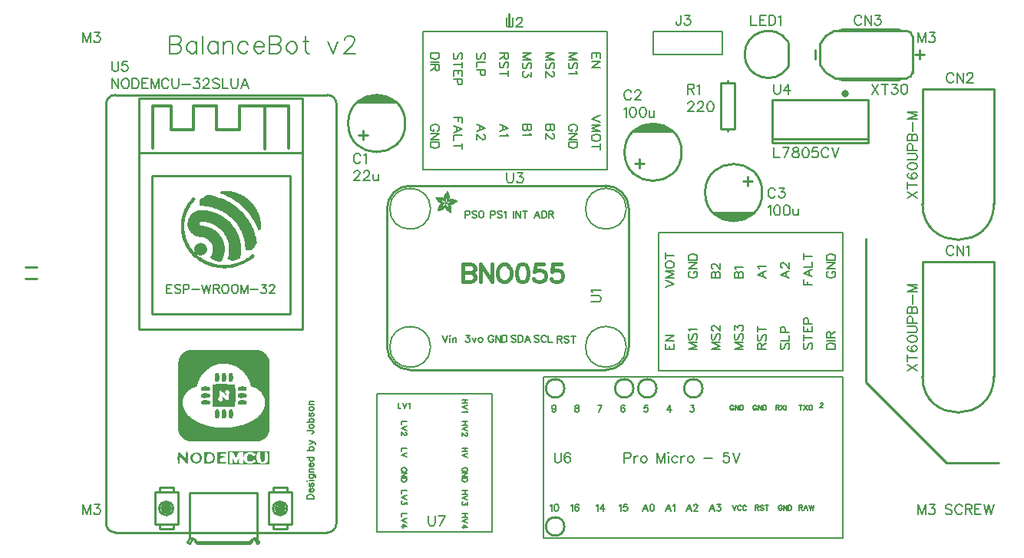
<source format=gto>
G04 Layer: TopSilkscreenLayer*
G04 EasyEDA v6.5.22, 2024-01-02 20:54:04*
G04 984ccde9b92444d3820f456cd2862b94,da3b0543d5484e77bd98afd5aefff037,10*
G04 Gerber Generator version 0.2*
G04 Scale: 100 percent, Rotated: No, Reflected: No *
G04 Dimensions in millimeters *
G04 leading zeros omitted , absolute positions ,4 integer and 5 decimal *
%FSLAX45Y45*%
%MOMM*%

%ADD10C,0.2032*%
%ADD11C,0.1524*%
%ADD12C,0.2030*%
%ADD13C,0.4000*%
%ADD14C,0.1270*%
%ADD15C,0.2540*%
%ADD16C,0.2030*%
%ADD17C,0.2032*%
%ADD18C,0.2997*%
%ADD19C,0.0116*%

%LPD*%
G36*
X2286304Y3893565D02*
G01*
X2278837Y3876090D01*
X2275941Y3868064D01*
X2275535Y3866083D01*
X2277160Y3864508D01*
X2281631Y3862120D01*
X2288286Y3859225D01*
X2307539Y3851859D01*
X2328062Y3843172D01*
X2350668Y3832910D01*
X2372868Y3822090D01*
X2394712Y3810406D01*
X2410764Y3801160D01*
X2421280Y3794760D01*
X2436876Y3784803D01*
X2452116Y3774490D01*
X2471928Y3760063D01*
X2491181Y3744976D01*
X2500579Y3737203D01*
X2514346Y3725214D01*
X2532227Y3708654D01*
X2549398Y3691534D01*
X2565958Y3673754D01*
X2577896Y3660089D01*
X2585618Y3650792D01*
X2596946Y3636568D01*
X2611374Y3617163D01*
X2625039Y3597198D01*
X2637942Y3576777D01*
X2644140Y3566363D01*
X2655874Y3545230D01*
X2664155Y3529076D01*
X2671978Y3512667D01*
X2681630Y3490468D01*
X2689707Y3471062D01*
X2693822Y3463899D01*
X2697835Y3461461D01*
X2703220Y3462070D01*
X2710180Y3463798D01*
X2715463Y3465576D01*
X2719324Y3467760D01*
X2721965Y3470859D01*
X2723591Y3475126D01*
X2724505Y3481070D01*
X2724861Y3488944D01*
X2724912Y3505809D01*
X2724454Y3518814D01*
X2723540Y3531870D01*
X2722168Y3544874D01*
X2720390Y3557828D01*
X2718104Y3570782D01*
X2715463Y3583635D01*
X2712364Y3596386D01*
X2708808Y3609086D01*
X2704846Y3621633D01*
X2700477Y3634130D01*
X2695702Y3646424D01*
X2690469Y3658615D01*
X2684881Y3670604D01*
X2678887Y3682441D01*
X2672486Y3694074D01*
X2665679Y3705504D01*
X2658465Y3716731D01*
X2651861Y3726332D01*
X2645206Y3735019D01*
X2637536Y3744163D01*
X2629052Y3753713D01*
X2619908Y3763416D01*
X2610307Y3773170D01*
X2600350Y3782771D01*
X2590292Y3792067D01*
X2580233Y3800856D01*
X2570429Y3809034D01*
X2560929Y3816400D01*
X2551988Y3822801D01*
X2542590Y3828897D01*
X2532075Y3835196D01*
X2521407Y3841242D01*
X2510536Y3846931D01*
X2499563Y3852316D01*
X2488387Y3857396D01*
X2477160Y3862120D01*
X2465781Y3866540D01*
X2454249Y3870655D01*
X2442667Y3874414D01*
X2430932Y3877868D01*
X2419146Y3880967D01*
X2407259Y3883761D01*
X2395321Y3886200D01*
X2383282Y3888282D01*
X2371191Y3890010D01*
X2359050Y3891432D01*
X2346909Y3892499D01*
X2334666Y3893159D01*
X2322474Y3893515D01*
G37*
G36*
X2133549Y3848811D02*
G01*
X2129383Y3847642D01*
X2122474Y3844594D01*
X2113788Y3840073D01*
X2099310Y3831488D01*
X2088438Y3824325D01*
X2077618Y3816807D01*
X2068068Y3809796D01*
X2058771Y3802329D01*
X2054656Y3798722D01*
X2051659Y3795522D01*
X2049576Y3792474D01*
X2048306Y3789222D01*
X2047595Y3785463D01*
X2047290Y3780790D01*
X2047392Y3766667D01*
X2048611Y3748481D01*
X2049475Y3740861D01*
X2051761Y3724910D01*
X2084679Y3724859D01*
X2095804Y3724452D01*
X2107082Y3723741D01*
X2118512Y3722624D01*
X2130044Y3721150D01*
X2141728Y3719322D01*
X2153513Y3717137D01*
X2165400Y3714648D01*
X2177338Y3711803D01*
X2189276Y3708603D01*
X2201316Y3705098D01*
X2225344Y3697122D01*
X2237333Y3692651D01*
X2249322Y3687876D01*
X2273046Y3677462D01*
X2284831Y3671824D01*
X2296464Y3665880D01*
X2307996Y3659682D01*
X2319375Y3653180D01*
X2330602Y3646424D01*
X2340203Y3640328D01*
X2348890Y3634181D01*
X2358237Y3627120D01*
X2368042Y3619195D01*
X2378202Y3610610D01*
X2388565Y3601465D01*
X2409240Y3582111D01*
X2424176Y3567226D01*
X2433523Y3557371D01*
X2442311Y3547719D01*
X2450338Y3538423D01*
X2457450Y3529685D01*
X2463495Y3521557D01*
X2470810Y3510940D01*
X2477770Y3500170D01*
X2484475Y3489198D01*
X2490876Y3478072D01*
X2496972Y3466795D01*
X2502763Y3455365D01*
X2508250Y3443833D01*
X2513431Y3432200D01*
X2518308Y3420465D01*
X2522829Y3408629D01*
X2526995Y3396792D01*
X2530856Y3384854D01*
X2534361Y3372916D01*
X2537510Y3360978D01*
X2540304Y3348990D01*
X2542743Y3337051D01*
X2544826Y3325114D01*
X2546502Y3313226D01*
X2547823Y3301390D01*
X2548788Y3289655D01*
X2550668Y3259074D01*
X2551226Y3254248D01*
X2551988Y3250336D01*
X2552954Y3247237D01*
X2554325Y3244900D01*
X2556103Y3243173D01*
X2558389Y3241954D01*
X2561234Y3241192D01*
X2564739Y3240735D01*
X2620924Y3239262D01*
X2640533Y3262579D01*
X2648305Y3272586D01*
X2656179Y3283407D01*
X2663342Y3293719D01*
X2679446Y3319221D01*
X2674061Y3351428D01*
X2669286Y3375253D01*
X2666542Y3387090D01*
X2660294Y3410559D01*
X2656789Y3422243D01*
X2649067Y3445306D01*
X2644851Y3456787D01*
X2635707Y3479393D01*
X2625598Y3501694D01*
X2620264Y3512667D01*
X2611780Y3528974D01*
X2599690Y3550259D01*
X2586685Y3571138D01*
X2579928Y3581349D01*
X2565654Y3601415D01*
X2558237Y3611219D01*
X2546705Y3625646D01*
X2538780Y3635095D01*
X2526385Y3649014D01*
X2517851Y3658108D01*
X2504694Y3671417D01*
X2491028Y3684320D01*
X2481732Y3692753D01*
X2462479Y3709009D01*
X2452624Y3716883D01*
X2432354Y3732022D01*
X2411476Y3746449D01*
X2389987Y3760012D01*
X2373528Y3769664D01*
X2351125Y3781755D01*
X2328265Y3793032D01*
X2310841Y3800856D01*
X2287320Y3810508D01*
X2269439Y3817112D01*
X2245360Y3825036D01*
X2233218Y3828643D01*
X2221026Y3831996D01*
X2196541Y3837940D01*
X2170176Y3843121D01*
X2143506Y3847592D01*
G37*
G36*
X1978660Y3828186D02*
G01*
X1976120Y3826357D01*
X1970989Y3821328D01*
X1963978Y3813962D01*
X1951532Y3799941D01*
X1943049Y3789781D01*
X1934921Y3779520D01*
X1927098Y3769106D01*
X1919630Y3758539D01*
X1912416Y3747820D01*
X1905609Y3737000D01*
X1899107Y3725976D01*
X1892909Y3714851D01*
X1887067Y3703624D01*
X1881530Y3692194D01*
X1876348Y3680663D01*
X1871472Y3668979D01*
X1864766Y3651250D01*
X1860753Y3639261D01*
X1857044Y3627120D01*
X1853692Y3614877D01*
X1850643Y3602532D01*
X1847951Y3590036D01*
X1845614Y3577386D01*
X1843938Y3566668D01*
X1842617Y3555390D01*
X1841550Y3543655D01*
X1840788Y3531565D01*
X1840230Y3512921D01*
X1840484Y3487521D01*
X1841042Y3474821D01*
X1841906Y3462172D01*
X1843024Y3449675D01*
X1844395Y3437382D01*
X1846072Y3425444D01*
X1847951Y3413912D01*
X1850136Y3402888D01*
X1852625Y3392373D01*
X1855622Y3381298D01*
X1859280Y3369208D01*
X1863191Y3357321D01*
X1867357Y3345586D01*
X1876602Y3322574D01*
X1881632Y3311347D01*
X1886966Y3300272D01*
X1892554Y3289401D01*
X1898396Y3278682D01*
X1904542Y3268116D01*
X1910892Y3257753D01*
X1917547Y3247593D01*
X1931670Y3227832D01*
X1939137Y3218230D01*
X1946808Y3208832D01*
X1954784Y3199638D01*
X1962962Y3190646D01*
X1971446Y3181858D01*
X1980133Y3173272D01*
X1989124Y3164890D01*
X1998319Y3156712D01*
X2007768Y3148787D01*
X2017471Y3141065D01*
X2027377Y3133547D01*
X2037486Y3126333D01*
X2047748Y3119374D01*
X2058111Y3112719D01*
X2068575Y3106318D01*
X2089912Y3094431D01*
X2106168Y3086252D01*
X2122627Y3078734D01*
X2133752Y3074060D01*
X2150567Y3067608D01*
X2167534Y3061766D01*
X2178964Y3058261D01*
X2190445Y3055010D01*
X2201976Y3052064D01*
X2213559Y3049371D01*
X2225192Y3046984D01*
X2248560Y3043072D01*
X2272080Y3040278D01*
X2283866Y3039313D01*
X2295702Y3038602D01*
X2307539Y3038195D01*
X2331161Y3038246D01*
X2342997Y3038703D01*
X2354783Y3039414D01*
X2366568Y3040430D01*
X2384247Y3042462D01*
X2401824Y3045155D01*
X2425090Y3049727D01*
X2436672Y3052470D01*
X2453944Y3057042D01*
X2465425Y3060446D01*
X2476804Y3064154D01*
X2499309Y3072384D01*
X2521508Y3081782D01*
X2532481Y3086912D01*
X2554071Y3097936D01*
X2575255Y3110128D01*
X2585669Y3116681D01*
X2595981Y3123488D01*
X2606141Y3130550D01*
X2616149Y3137916D01*
X2627782Y3146856D01*
X2638348Y3155289D01*
X2646629Y3162249D01*
X2651556Y3166821D01*
X2655316Y3171291D01*
X2656027Y3174796D01*
X2653233Y3179165D01*
X2646426Y3186176D01*
X2641498Y3190849D01*
X2637078Y3194659D01*
X2633624Y3197199D01*
X2631541Y3198164D01*
X2628950Y3196844D01*
X2623921Y3193237D01*
X2617216Y3187903D01*
X2605074Y3177590D01*
X2595930Y3170123D01*
X2586380Y3162858D01*
X2576474Y3155797D01*
X2566212Y3148939D01*
X2555646Y3142335D01*
X2544826Y3135985D01*
X2533700Y3129889D01*
X2516581Y3121253D01*
X2504897Y3115868D01*
X2493060Y3110738D01*
X2481021Y3105962D01*
X2468880Y3101441D01*
X2456637Y3097326D01*
X2444292Y3093516D01*
X2431897Y3090062D01*
X2419451Y3086963D01*
X2407005Y3084271D01*
X2396490Y3082340D01*
X2385263Y3080715D01*
X2373426Y3079343D01*
X2361133Y3078226D01*
X2348484Y3077413D01*
X2335580Y3076854D01*
X2322626Y3076549D01*
X2309672Y3076549D01*
X2296922Y3076803D01*
X2284526Y3077311D01*
X2261057Y3079242D01*
X2250338Y3080613D01*
X2240432Y3082290D01*
X2227376Y3084982D01*
X2214321Y3088081D01*
X2201316Y3091535D01*
X2188413Y3095345D01*
X2175560Y3099511D01*
X2162860Y3103981D01*
X2150313Y3108807D01*
X2137968Y3113887D01*
X2125827Y3119323D01*
X2113940Y3125012D01*
X2102307Y3130956D01*
X2090978Y3137154D01*
X2080006Y3143605D01*
X2069388Y3150311D01*
X2059178Y3157169D01*
X2049373Y3164230D01*
X2040026Y3171494D01*
X2013356Y3194507D01*
X2029155Y3187344D01*
X2034438Y3185160D01*
X2039721Y3183483D01*
X2045004Y3182213D01*
X2050237Y3181400D01*
X2055418Y3180994D01*
X2060549Y3180943D01*
X2065578Y3181350D01*
X2070506Y3182061D01*
X2075383Y3183178D01*
X2080056Y3184601D01*
X2084679Y3186328D01*
X2089099Y3188360D01*
X2093417Y3190697D01*
X2101443Y3196183D01*
X2105152Y3199282D01*
X2108657Y3202635D01*
X2111908Y3206191D01*
X2114956Y3209950D01*
X2117750Y3213862D01*
X2120239Y3217926D01*
X2122474Y3222193D01*
X2124405Y3226562D01*
X2126081Y3231032D01*
X2127351Y3235604D01*
X2128316Y3240278D01*
X2128926Y3245053D01*
X2129231Y3249828D01*
X2129078Y3254654D01*
X2128570Y3259531D01*
X2127656Y3264408D01*
X2126335Y3269234D01*
X2124557Y3274110D01*
X2122373Y3278886D01*
X2119680Y3283610D01*
X2116531Y3288284D01*
X2112772Y3293110D01*
X2108657Y3297478D01*
X2104339Y3301441D01*
X2099716Y3304997D01*
X2094941Y3308096D01*
X2090013Y3310839D01*
X2084882Y3313125D01*
X2079650Y3314954D01*
X2074265Y3316427D01*
X2068880Y3317443D01*
X2063394Y3318103D01*
X2057857Y3318306D01*
X2052370Y3318052D01*
X2046884Y3317443D01*
X2041448Y3316376D01*
X2036114Y3314903D01*
X2030882Y3313023D01*
X2025751Y3310686D01*
X2020773Y3307943D01*
X2015998Y3304844D01*
X2011425Y3301237D01*
X2007057Y3297275D01*
X2002942Y3292856D01*
X1999132Y3288080D01*
X1996084Y3283712D01*
X1993696Y3279800D01*
X1991817Y3276041D01*
X1990445Y3272282D01*
X1989480Y3268217D01*
X1988870Y3263646D01*
X1988464Y3252165D01*
X1988820Y3242259D01*
X1990039Y3233318D01*
X1991969Y3225495D01*
X1994662Y3219043D01*
X2001012Y3207156D01*
X1989175Y3218027D01*
X1982876Y3224631D01*
X1976221Y3232404D01*
X1969312Y3241243D01*
X1962200Y3250946D01*
X1955038Y3261360D01*
X1947875Y3272383D01*
X1940814Y3283813D01*
X1933905Y3295599D01*
X1927301Y3307486D01*
X1921052Y3319424D01*
X1915210Y3331210D01*
X1909978Y3342741D01*
X1905304Y3353815D01*
X1901189Y3364890D01*
X1897329Y3376828D01*
X1893773Y3389172D01*
X1890572Y3401923D01*
X1887728Y3415029D01*
X1885289Y3428390D01*
X1883156Y3441954D01*
X1881428Y3455670D01*
X1880107Y3469436D01*
X1879142Y3483254D01*
X1878634Y3496970D01*
X1878482Y3510534D01*
X1878736Y3523894D01*
X1879396Y3537051D01*
X1880514Y3549853D01*
X1882038Y3562248D01*
X1884019Y3574186D01*
X1886407Y3586175D01*
X1889201Y3598164D01*
X1892401Y3610152D01*
X1896059Y3622141D01*
X1900021Y3634130D01*
X1904441Y3646017D01*
X1909165Y3657854D01*
X1914245Y3669588D01*
X1919681Y3681171D01*
X1928368Y3698290D01*
X1941068Y3720388D01*
X1947875Y3731107D01*
X1954936Y3741572D01*
X1962200Y3751732D01*
X1969770Y3761536D01*
X1977542Y3771087D01*
X1985518Y3780231D01*
X2007514Y3803142D01*
X1988870Y3820515D01*
X1984146Y3824478D01*
X1980590Y3827170D01*
G37*
G36*
X2070404Y3679799D02*
G01*
X2056790Y3679291D01*
X2043480Y3678275D01*
X2032000Y3676802D01*
X2027428Y3675938D01*
X2023872Y3675024D01*
X2011222Y3670655D01*
X2005177Y3668166D01*
X1993493Y3662527D01*
X1982520Y3656076D01*
X1972310Y3648862D01*
X1967433Y3645001D01*
X1962759Y3640937D01*
X1954022Y3632301D01*
X1946046Y3622954D01*
X1942388Y3618077D01*
X1935683Y3607815D01*
X1932635Y3602482D01*
X1927250Y3591356D01*
X1922780Y3579672D01*
X1920849Y3573627D01*
X1919173Y3567480D01*
X1917750Y3561232D01*
X1916582Y3554831D01*
X1915007Y3542131D01*
X1914347Y3529990D01*
X1914347Y3524046D01*
X1915058Y3512413D01*
X1916684Y3501186D01*
X1917801Y3495700D01*
X1920748Y3484981D01*
X1924608Y3474618D01*
X1929384Y3464610D01*
X1935073Y3454958D01*
X1941677Y3445611D01*
X1949196Y3436620D01*
X1957628Y3427933D01*
X1967026Y3419500D01*
X1976729Y3411880D01*
X1986534Y3405276D01*
X1996592Y3399637D01*
X2001774Y3397148D01*
X2012492Y3392830D01*
X2023821Y3389274D01*
X2035962Y3386429D01*
X2049018Y3384245D01*
X2088235Y3378657D01*
X2093417Y3377742D01*
X2098649Y3376422D01*
X2103983Y3374745D01*
X2109266Y3372713D01*
X2114651Y3370326D01*
X2119934Y3367684D01*
X2125268Y3364687D01*
X2130501Y3361436D01*
X2140712Y3354171D01*
X2145639Y3350209D01*
X2155088Y3341624D01*
X2163724Y3332327D01*
X2167737Y3327501D01*
X2171496Y3322472D01*
X2174951Y3317392D01*
X2178151Y3312210D01*
X2180996Y3306927D01*
X2183333Y3302000D01*
X2187295Y3291687D01*
X2190242Y3280918D01*
X2191410Y3275380D01*
X2192934Y3264052D01*
X2193391Y3258362D01*
X2193594Y3252622D01*
X2193544Y3246831D01*
X2192731Y3235350D01*
X2192020Y3229610D01*
X2189886Y3218332D01*
X2188464Y3212795D01*
X2184908Y3202076D01*
X2180539Y3191764D01*
X2177999Y3186887D01*
X2172258Y3177590D01*
X2161540Y3162147D01*
X2177694Y3146298D01*
X2182418Y3142081D01*
X2187092Y3138271D01*
X2191816Y3134868D01*
X2196592Y3131820D01*
X2201519Y3129026D01*
X2206650Y3126587D01*
X2212035Y3124352D01*
X2217674Y3122371D01*
X2230120Y3118967D01*
X2257094Y3113684D01*
X2264714Y3112566D01*
X2271014Y3112008D01*
X2276144Y3112109D01*
X2280412Y3112973D01*
X2283968Y3114598D01*
X2287066Y3117088D01*
X2289860Y3120542D01*
X2292604Y3124962D01*
X2298801Y3137052D01*
X2303983Y3148279D01*
X2308606Y3159556D01*
X2312670Y3170986D01*
X2316175Y3182467D01*
X2319121Y3194050D01*
X2321509Y3205632D01*
X2323338Y3217316D01*
X2324608Y3228949D01*
X2325319Y3240633D01*
X2325522Y3252317D01*
X2325116Y3264001D01*
X2324201Y3275634D01*
X2322728Y3287217D01*
X2320696Y3298698D01*
X2318105Y3310128D01*
X2315006Y3321507D01*
X2311349Y3332734D01*
X2307183Y3343859D01*
X2302459Y3354832D01*
X2297176Y3365652D01*
X2291384Y3376269D01*
X2285085Y3386734D01*
X2278227Y3397046D01*
X2270810Y3407105D01*
X2263648Y3415944D01*
X2255875Y3424478D01*
X2247646Y3432708D01*
X2238857Y3440633D01*
X2229662Y3448253D01*
X2220010Y3455466D01*
X2210003Y3462324D01*
X2199640Y3468725D01*
X2188972Y3474770D01*
X2178050Y3480358D01*
X2166874Y3485489D01*
X2155494Y3490112D01*
X2143963Y3494278D01*
X2132330Y3497935D01*
X2120595Y3501034D01*
X2108860Y3503523D01*
X2097074Y3505504D01*
X2076653Y3507943D01*
X2068931Y3509467D01*
X2062225Y3511448D01*
X2056536Y3513836D01*
X2051812Y3516629D01*
X2048205Y3519830D01*
X2045614Y3523386D01*
X2044141Y3527247D01*
X2043785Y3531412D01*
X2044547Y3535883D01*
X2046478Y3540607D01*
X2049576Y3545586D01*
X2051557Y3548176D01*
X2053539Y3550107D01*
X2055977Y3551478D01*
X2059178Y3552291D01*
X2063546Y3552647D01*
X2069541Y3552647D01*
X2087880Y3551682D01*
X2099716Y3550716D01*
X2111400Y3549294D01*
X2123033Y3547364D01*
X2134514Y3545027D01*
X2145893Y3542182D01*
X2157171Y3538931D01*
X2168347Y3535222D01*
X2179320Y3531057D01*
X2190191Y3526434D01*
X2200859Y3521405D01*
X2211425Y3515918D01*
X2221788Y3510026D01*
X2231948Y3503676D01*
X2241956Y3496919D01*
X2251760Y3489756D01*
X2261362Y3482187D01*
X2270760Y3474161D01*
X2279904Y3465728D01*
X2289098Y3456686D01*
X2297734Y3447491D01*
X2305862Y3438144D01*
X2313432Y3428593D01*
X2320594Y3418738D01*
X2327249Y3408629D01*
X2333548Y3398164D01*
X2339441Y3387293D01*
X2344928Y3376066D01*
X2350109Y3364331D01*
X2354935Y3352088D01*
X2359507Y3339337D01*
X2363216Y3327704D01*
X2365959Y3317138D01*
X2367940Y3306267D01*
X2369312Y3293973D01*
X2370277Y3278835D01*
X2371394Y3242614D01*
X2371394Y3228187D01*
X2370886Y3215589D01*
X2369667Y3203854D01*
X2367686Y3192170D01*
X2364740Y3179521D01*
X2360777Y3165094D01*
X2355646Y3147923D01*
X2355189Y3145739D01*
X2355443Y3143808D01*
X2356561Y3141980D01*
X2358796Y3140151D01*
X2362352Y3138170D01*
X2367483Y3135884D01*
X2383129Y3129940D01*
X2412847Y3119120D01*
X2443022Y3128365D01*
X2461717Y3134918D01*
X2479700Y3141726D01*
X2491384Y3146704D01*
X2493111Y3147822D01*
X2498445Y3177489D01*
X2500020Y3187598D01*
X2501341Y3198774D01*
X2502306Y3210864D01*
X2503017Y3223564D01*
X2503474Y3236772D01*
X2503525Y3256889D01*
X2503220Y3270300D01*
X2502611Y3283356D01*
X2501696Y3295954D01*
X2500528Y3307842D01*
X2499055Y3318764D01*
X2497074Y3329990D01*
X2494483Y3342182D01*
X2491536Y3354324D01*
X2488184Y3366312D01*
X2484526Y3378200D01*
X2480513Y3389985D01*
X2476144Y3401618D01*
X2471420Y3413099D01*
X2466340Y3424478D01*
X2460955Y3435654D01*
X2455265Y3446678D01*
X2449220Y3457600D01*
X2442870Y3468268D01*
X2436266Y3478784D01*
X2429306Y3489147D01*
X2422042Y3499256D01*
X2414473Y3509213D01*
X2406650Y3518915D01*
X2398522Y3528415D01*
X2390140Y3537712D01*
X2381504Y3546754D01*
X2372563Y3555593D01*
X2363368Y3564178D01*
X2353970Y3572459D01*
X2344267Y3580536D01*
X2334310Y3588308D01*
X2324150Y3595827D01*
X2313736Y3603091D01*
X2303119Y3610051D01*
X2292248Y3616706D01*
X2281174Y3623056D01*
X2269896Y3629101D01*
X2258314Y3634892D01*
X2246426Y3640378D01*
X2234387Y3645560D01*
X2222246Y3650437D01*
X2210003Y3654907D01*
X2197709Y3659073D01*
X2185365Y3662832D01*
X2173020Y3666286D01*
X2160676Y3669334D01*
X2148332Y3671976D01*
X2136038Y3674262D01*
X2123846Y3676192D01*
X2111756Y3677665D01*
X2099767Y3678783D01*
X2087880Y3679494D01*
G37*
G36*
X2313686Y2139543D02*
G01*
X2213813Y2139289D01*
X2128012Y2138832D01*
X2065832Y2138222D01*
X2011832Y2137410D01*
X1968296Y2136394D01*
X1937461Y2135225D01*
X1927504Y2134565D01*
X1921560Y2133854D01*
X1915363Y2132126D01*
X1910029Y2130348D01*
X1899666Y2126132D01*
X1889607Y2121154D01*
X1879955Y2115362D01*
X1870710Y2108911D01*
X1861972Y2101748D01*
X1853742Y2093975D01*
X1846072Y2085644D01*
X1839061Y2076805D01*
X1832660Y2067458D01*
X1827022Y2057654D01*
X1824431Y2052624D01*
X1819910Y2042261D01*
X1817928Y2036978D01*
X1814677Y2026157D01*
X1813915Y2021128D01*
X1812594Y1999183D01*
X1811477Y1963216D01*
X1810562Y1915515D01*
X1809800Y1858314D01*
X1808937Y1724253D01*
X1808913Y1556207D01*
X1860956Y1556207D01*
X1861057Y1565046D01*
X1861667Y1573936D01*
X1862734Y1582826D01*
X1864258Y1591767D01*
X1866290Y1600708D01*
X1868779Y1609648D01*
X1871776Y1618538D01*
X1875282Y1627479D01*
X1879295Y1636420D01*
X1881936Y1641602D01*
X1884934Y1646783D01*
X1891792Y1656994D01*
X1895652Y1662074D01*
X1904085Y1671929D01*
X1913432Y1681429D01*
X1923491Y1690420D01*
X1934108Y1698853D01*
X1945233Y1706473D01*
X1950872Y1710029D01*
X1962404Y1716379D01*
X1973986Y1721713D01*
X1979726Y1723999D01*
X1985518Y1725980D01*
X2006295Y1731264D01*
X2012188Y1733651D01*
X2015439Y1736852D01*
X2017064Y1741373D01*
X2019807Y1753057D01*
X2022957Y1764538D01*
X2026513Y1775764D01*
X2030425Y1786839D01*
X2034692Y1797608D01*
X2039366Y1808175D01*
X2044395Y1818538D01*
X2049729Y1828596D01*
X2055418Y1838452D01*
X2061413Y1848053D01*
X2067712Y1857349D01*
X2074367Y1866392D01*
X2081275Y1875129D01*
X2088489Y1883613D01*
X2095957Y1891842D01*
X2103678Y1899716D01*
X2111705Y1907336D01*
X2119985Y1914601D01*
X2128469Y1921611D01*
X2137156Y1928266D01*
X2146096Y1934616D01*
X2155291Y1940610D01*
X2164638Y1946300D01*
X2174189Y1951634D01*
X2183892Y1956612D01*
X2193798Y1961235D01*
X2203856Y1965502D01*
X2214067Y1969414D01*
X2224430Y1972919D01*
X2234895Y1976120D01*
X2245563Y1978863D01*
X2256282Y1981250D01*
X2267102Y1983232D01*
X2278024Y1984806D01*
X2289048Y1985975D01*
X2300173Y1986737D01*
X2311349Y1987092D01*
X2322576Y1986991D01*
X2333853Y1986483D01*
X2345182Y1985518D01*
X2356510Y1984146D01*
X2367889Y1982266D01*
X2379268Y1979980D01*
X2390648Y1977237D01*
X2402535Y1973834D01*
X2414168Y1969973D01*
X2425649Y1965706D01*
X2436825Y1960930D01*
X2447798Y1955800D01*
X2458516Y1950212D01*
X2468981Y1944217D01*
X2479192Y1937867D01*
X2489098Y1931111D01*
X2498699Y1923948D01*
X2508046Y1916430D01*
X2517089Y1908556D01*
X2525776Y1900326D01*
X2534158Y1891741D01*
X2542235Y1882851D01*
X2549956Y1873605D01*
X2557272Y1864106D01*
X2564282Y1854250D01*
X2570937Y1844141D01*
X2577185Y1833727D01*
X2583078Y1823008D01*
X2588514Y1812086D01*
X2593594Y1800860D01*
X2598267Y1789430D01*
X2602484Y1777746D01*
X2606294Y1765807D01*
X2609646Y1753666D01*
X2612593Y1741373D01*
X2614218Y1736852D01*
X2617470Y1733651D01*
X2623312Y1731264D01*
X2638196Y1727707D01*
X2648813Y1724660D01*
X2659176Y1720799D01*
X2669235Y1716227D01*
X2678988Y1710943D01*
X2688386Y1705051D01*
X2697429Y1698498D01*
X2706065Y1691386D01*
X2714244Y1683766D01*
X2722016Y1675587D01*
X2729280Y1667002D01*
X2736037Y1657959D01*
X2742234Y1648561D01*
X2747873Y1638807D01*
X2752902Y1628749D01*
X2757271Y1618437D01*
X2761030Y1607870D01*
X2764078Y1597101D01*
X2766415Y1586230D01*
X2768041Y1575206D01*
X2768854Y1564081D01*
X2768904Y1552956D01*
X2768193Y1542948D01*
X2767126Y1534058D01*
X2765602Y1525270D01*
X2763621Y1516583D01*
X2761234Y1507998D01*
X2758490Y1499565D01*
X2755290Y1491183D01*
X2751683Y1482902D01*
X2747721Y1474774D01*
X2743352Y1466748D01*
X2738577Y1458823D01*
X2733497Y1451051D01*
X2728010Y1443431D01*
X2722168Y1435912D01*
X2716022Y1428496D01*
X2709519Y1421282D01*
X2702661Y1414170D01*
X2695498Y1407210D01*
X2688031Y1400403D01*
X2680208Y1393698D01*
X2672130Y1387195D01*
X2663748Y1380845D01*
X2655062Y1374648D01*
X2636926Y1362760D01*
X2627426Y1357071D01*
X2617673Y1351584D01*
X2597454Y1341069D01*
X2576271Y1331315D01*
X2554224Y1322324D01*
X2531364Y1314145D01*
X2519629Y1310335D01*
X2495651Y1303375D01*
X2471013Y1297279D01*
X2458415Y1294536D01*
X2432862Y1289761D01*
X2419908Y1287729D01*
X2400198Y1285087D01*
X2380284Y1283004D01*
X2353310Y1281074D01*
X2326030Y1280160D01*
X2298446Y1280261D01*
X2270658Y1281430D01*
X2256688Y1282395D01*
X2228646Y1285189D01*
X2200554Y1289100D01*
X2186279Y1291539D01*
X2171903Y1294282D01*
X2157780Y1297330D01*
X2143963Y1300581D01*
X2130348Y1304137D01*
X2117039Y1307947D01*
X2104034Y1311960D01*
X2091232Y1316228D01*
X2078786Y1320698D01*
X2066543Y1325473D01*
X2054656Y1330401D01*
X2043074Y1335532D01*
X2031796Y1340916D01*
X2020773Y1346504D01*
X2010105Y1352245D01*
X1989734Y1364335D01*
X1980082Y1370685D01*
X1970735Y1377188D01*
X1961692Y1383842D01*
X1953056Y1390650D01*
X1944725Y1397609D01*
X1936800Y1404772D01*
X1929180Y1412036D01*
X1921967Y1419453D01*
X1915109Y1426972D01*
X1908657Y1434642D01*
X1902612Y1442415D01*
X1896922Y1450289D01*
X1891588Y1458315D01*
X1886712Y1466443D01*
X1882241Y1474622D01*
X1878177Y1482902D01*
X1874520Y1491284D01*
X1871268Y1499768D01*
X1868474Y1508252D01*
X1866138Y1516888D01*
X1864207Y1525524D01*
X1862683Y1534210D01*
X1861667Y1542999D01*
X1860956Y1556207D01*
X1808913Y1556207D01*
X1809750Y1416710D01*
X1810461Y1358442D01*
X1811375Y1309420D01*
X1812442Y1271879D01*
X1813763Y1248054D01*
X1814474Y1242009D01*
X1816201Y1235608D01*
X1819960Y1224788D01*
X1824532Y1214374D01*
X1829866Y1204315D01*
X1835962Y1194714D01*
X1842719Y1185570D01*
X1850136Y1176985D01*
X1858162Y1168958D01*
X1866747Y1161491D01*
X1875891Y1154734D01*
X1885442Y1148638D01*
X1895500Y1143304D01*
X1905914Y1138732D01*
X1916684Y1134973D01*
X1923084Y1133246D01*
X1929180Y1132535D01*
X1939239Y1131824D01*
X1970227Y1130604D01*
X2013813Y1129639D01*
X2067763Y1128826D01*
X2129790Y1128166D01*
X2278329Y1127506D01*
X2423160Y1127709D01*
X2499817Y1128166D01*
X2561894Y1128826D01*
X2615793Y1129639D01*
X2659380Y1130604D01*
X2690368Y1131824D01*
X2700477Y1132535D01*
X2706573Y1133246D01*
X2712974Y1134973D01*
X2723743Y1138732D01*
X2734157Y1143304D01*
X2744165Y1148638D01*
X2753766Y1154734D01*
X2762859Y1161491D01*
X2771444Y1168958D01*
X2775559Y1172870D01*
X2783281Y1181201D01*
X2790393Y1190091D01*
X2796794Y1199438D01*
X2802534Y1209294D01*
X2807512Y1219555D01*
X2811678Y1230172D01*
X2814980Y1241145D01*
X2815742Y1246174D01*
X2817063Y1268171D01*
X2818180Y1304137D01*
X2819095Y1351838D01*
X2820365Y1473555D01*
X2820720Y1552041D01*
X2820771Y1688388D01*
X2820111Y1826920D01*
X2819450Y1888032D01*
X2818638Y1940814D01*
X2817571Y1982927D01*
X2816352Y2012188D01*
X2815691Y2021281D01*
X2814929Y2026361D01*
X2813405Y2031847D01*
X2809646Y2042617D01*
X2805074Y2053082D01*
X2799740Y2063089D01*
X2793644Y2072690D01*
X2786837Y2081784D01*
X2779420Y2090369D01*
X2775508Y2094484D01*
X2767177Y2102205D01*
X2758287Y2109317D01*
X2748940Y2115718D01*
X2739085Y2121458D01*
X2728823Y2126437D01*
X2718206Y2130602D01*
X2707233Y2133904D01*
X2702255Y2134616D01*
X2693212Y2135276D01*
X2664002Y2136444D01*
X2621788Y2137460D01*
X2568905Y2138273D01*
X2431237Y2139289D01*
G37*
G36*
X2239010Y1886356D02*
G01*
X2234996Y1885696D01*
X2230424Y1883918D01*
X2225903Y1881327D01*
X2222042Y1878126D01*
X2219452Y1875383D01*
X2217470Y1872691D01*
X2215997Y1869693D01*
X2214981Y1865934D01*
X2214321Y1861057D01*
X2213762Y1846376D01*
X2213864Y1826869D01*
X2214321Y1818944D01*
X2215032Y1811985D01*
X2216099Y1805889D01*
X2217521Y1800707D01*
X2219299Y1796389D01*
X2221484Y1792782D01*
X2224074Y1789988D01*
X2227072Y1787855D01*
X2230577Y1786382D01*
X2234539Y1785518D01*
X2239010Y1785264D01*
X2243480Y1785518D01*
X2247442Y1786382D01*
X2250948Y1787855D01*
X2253945Y1789988D01*
X2256536Y1792782D01*
X2258720Y1796389D01*
X2260549Y1800707D01*
X2261920Y1805889D01*
X2262987Y1811985D01*
X2263749Y1818944D01*
X2264156Y1826869D01*
X2264308Y1835810D01*
X2264156Y1844751D01*
X2263749Y1852675D01*
X2262987Y1859686D01*
X2261920Y1865731D01*
X2260549Y1870913D01*
X2258720Y1875282D01*
X2256536Y1878838D01*
X2253945Y1881682D01*
X2250948Y1883765D01*
X2247442Y1885238D01*
X2243480Y1886102D01*
G37*
G36*
X2314803Y1886356D02*
G01*
X2310536Y1885848D01*
X2305862Y1884476D01*
X2301341Y1882444D01*
X2297531Y1879955D01*
X2294991Y1877771D01*
X2293112Y1875485D01*
X2291689Y1872691D01*
X2290724Y1868932D01*
X2290114Y1863801D01*
X2289759Y1856841D01*
X2289556Y1835810D01*
X2289962Y1817573D01*
X2290572Y1810257D01*
X2291486Y1804111D01*
X2292705Y1799031D01*
X2294331Y1794865D01*
X2296414Y1791563D01*
X2298954Y1789074D01*
X2302052Y1787296D01*
X2305659Y1786128D01*
X2309926Y1785467D01*
X2314803Y1785264D01*
X2319680Y1785467D01*
X2323947Y1786128D01*
X2327554Y1787296D01*
X2330653Y1789074D01*
X2333193Y1791563D01*
X2335276Y1794865D01*
X2336952Y1799031D01*
X2338171Y1804111D01*
X2339086Y1810257D01*
X2339644Y1817573D01*
X2340000Y1826056D01*
X2340000Y1845614D01*
X2339644Y1854098D01*
X2339086Y1861362D01*
X2338171Y1867509D01*
X2336952Y1872640D01*
X2335276Y1876755D01*
X2333193Y1880057D01*
X2330653Y1882546D01*
X2327554Y1884324D01*
X2323947Y1885543D01*
X2319680Y1886153D01*
G37*
G36*
X2390648Y1886356D02*
G01*
X2386584Y1885696D01*
X2382012Y1883918D01*
X2377541Y1881327D01*
X2373630Y1878126D01*
X2371039Y1875383D01*
X2369108Y1872691D01*
X2367635Y1869693D01*
X2366619Y1865934D01*
X2365959Y1861057D01*
X2365552Y1854707D01*
X2365349Y1835810D01*
X2365502Y1826869D01*
X2365908Y1818944D01*
X2366670Y1811985D01*
X2367686Y1805889D01*
X2369108Y1800707D01*
X2370886Y1796389D01*
X2373071Y1792782D01*
X2375662Y1789988D01*
X2378710Y1787855D01*
X2382215Y1786382D01*
X2386177Y1785518D01*
X2390648Y1785264D01*
X2395118Y1785518D01*
X2399080Y1786382D01*
X2402535Y1787855D01*
X2405583Y1789988D01*
X2408174Y1792782D01*
X2410358Y1796389D01*
X2412136Y1800707D01*
X2413508Y1805889D01*
X2414574Y1811985D01*
X2415336Y1818944D01*
X2415743Y1826869D01*
X2415895Y1835810D01*
X2415743Y1844751D01*
X2415336Y1852675D01*
X2414574Y1859686D01*
X2413508Y1865731D01*
X2412136Y1870913D01*
X2410358Y1875282D01*
X2408174Y1878838D01*
X2405583Y1881682D01*
X2402535Y1883765D01*
X2399080Y1885238D01*
X2395118Y1886102D01*
G37*
G36*
X2267153Y1761540D02*
G01*
X2236114Y1761083D01*
X2223363Y1760626D01*
X2213000Y1760016D01*
X2205431Y1759254D01*
X2201062Y1758289D01*
X2197354Y1756359D01*
X2195779Y1755139D01*
X2194356Y1753565D01*
X2193086Y1751685D01*
X2191969Y1749348D01*
X2190140Y1742998D01*
X2188819Y1734007D01*
X2187956Y1721713D01*
X2187448Y1705610D01*
X2187244Y1685036D01*
X2187811Y1596440D01*
X2251913Y1596440D01*
X2252319Y1600708D01*
X2253691Y1605026D01*
X2256078Y1609344D01*
X2260701Y1615440D01*
X2261717Y1617929D01*
X2262530Y1621180D01*
X2263190Y1625295D01*
X2263698Y1630324D01*
X2264206Y1643430D01*
X2264308Y1684223D01*
X2280970Y1684070D01*
X2284476Y1683461D01*
X2287930Y1682242D01*
X2291537Y1680260D01*
X2295550Y1677263D01*
X2300325Y1673098D01*
X2322423Y1651457D01*
X2330450Y1643938D01*
X2336292Y1638858D01*
X2339136Y1637030D01*
X2341473Y1638554D01*
X2341422Y1642668D01*
X2339238Y1648358D01*
X2331974Y1659382D01*
X2329942Y1664157D01*
X2328875Y1668932D01*
X2328722Y1673606D01*
X2329383Y1678178D01*
X2330907Y1682496D01*
X2333193Y1686407D01*
X2336190Y1689912D01*
X2339898Y1692859D01*
X2344267Y1695196D01*
X2349195Y1696720D01*
X2354681Y1697482D01*
X2357221Y1696720D01*
X2360828Y1694637D01*
X2364994Y1691436D01*
X2369312Y1687474D01*
X2372918Y1683359D01*
X2375509Y1679193D01*
X2377084Y1674977D01*
X2377694Y1670761D01*
X2377287Y1666493D01*
X2375916Y1662226D01*
X2373528Y1657908D01*
X2368956Y1651812D01*
X2367940Y1649374D01*
X2367127Y1646123D01*
X2366467Y1642008D01*
X2365603Y1630984D01*
X2365349Y1615694D01*
X2365349Y1583131D01*
X2348687Y1583283D01*
X2345131Y1583842D01*
X2341727Y1585061D01*
X2338120Y1587042D01*
X2334056Y1590040D01*
X2323541Y1599692D01*
X2307234Y1615846D01*
X2299208Y1623364D01*
X2293366Y1628394D01*
X2290470Y1630273D01*
X2288133Y1628698D01*
X2288184Y1624634D01*
X2290419Y1618945D01*
X2297836Y1607616D01*
X2299919Y1602740D01*
X2300986Y1597914D01*
X2301087Y1593240D01*
X2300376Y1588770D01*
X2298852Y1584655D01*
X2296668Y1580946D01*
X2293874Y1577695D01*
X2290572Y1575003D01*
X2286863Y1573022D01*
X2282799Y1571752D01*
X2278532Y1571294D01*
X2274062Y1571752D01*
X2269540Y1573225D01*
X2265070Y1575765D01*
X2260650Y1579473D01*
X2256942Y1583690D01*
X2254250Y1587906D01*
X2252573Y1592173D01*
X2251913Y1596440D01*
X2187811Y1596440D01*
X2188362Y1560626D01*
X2189276Y1535582D01*
X2189937Y1527505D01*
X2190750Y1521764D01*
X2191766Y1517802D01*
X2192985Y1515160D01*
X2194509Y1513281D01*
X2195576Y1512620D01*
X2197404Y1511960D01*
X2203246Y1510792D01*
X2211578Y1509776D01*
X2222195Y1508861D01*
X2248814Y1507490D01*
X2280513Y1506626D01*
X2323490Y1506372D01*
X2357374Y1506829D01*
X2388057Y1507794D01*
X2401417Y1508455D01*
X2413000Y1509318D01*
X2422499Y1510284D01*
X2429662Y1511401D01*
X2434031Y1512620D01*
X2435148Y1513332D01*
X2435809Y1514398D01*
X2436469Y1516227D01*
X2437638Y1522018D01*
X2438654Y1530400D01*
X2439568Y1541018D01*
X2440940Y1567637D01*
X2441803Y1599336D01*
X2442057Y1642313D01*
X2441651Y1676196D01*
X2440686Y1706930D01*
X2439162Y1731873D01*
X2438196Y1741373D01*
X2437079Y1748485D01*
X2436469Y1751075D01*
X2435809Y1752904D01*
X2435148Y1754022D01*
X2434132Y1754581D01*
X2429408Y1755648D01*
X2421534Y1756664D01*
X2397912Y1758442D01*
X2366518Y1759864D01*
X2330653Y1760931D01*
X2293670Y1761439D01*
G37*
G36*
X2112670Y1735886D02*
G01*
X2105964Y1735734D01*
X2099360Y1735328D01*
X2093061Y1734566D01*
X2087168Y1733550D01*
X2081784Y1732229D01*
X2077161Y1730603D01*
X2073300Y1728673D01*
X2070404Y1726488D01*
X2067204Y1722577D01*
X2064562Y1718056D01*
X2062784Y1713534D01*
X2062175Y1709470D01*
X2062429Y1705000D01*
X2063292Y1701038D01*
X2064715Y1697532D01*
X2066848Y1694535D01*
X2069693Y1691944D01*
X2073249Y1689760D01*
X2077618Y1687982D01*
X2082800Y1686560D01*
X2088845Y1685493D01*
X2095804Y1684782D01*
X2103729Y1684324D01*
X2123236Y1684223D01*
X2137918Y1684782D01*
X2142794Y1685442D01*
X2146503Y1686458D01*
X2149551Y1687931D01*
X2152243Y1689912D01*
X2154936Y1692452D01*
X2158390Y1696516D01*
X2160879Y1700733D01*
X2162352Y1705051D01*
X2162860Y1709470D01*
X2162352Y1713839D01*
X2160879Y1718208D01*
X2158390Y1722424D01*
X2154936Y1726488D01*
X2152040Y1728673D01*
X2148230Y1730603D01*
X2143556Y1732229D01*
X2138222Y1733550D01*
X2132279Y1734566D01*
X2125980Y1735328D01*
X2119376Y1735734D01*
G37*
G36*
X2516987Y1735886D02*
G01*
X2510231Y1735734D01*
X2503678Y1735328D01*
X2497328Y1734566D01*
X2491435Y1733550D01*
X2486101Y1732229D01*
X2481427Y1730603D01*
X2477566Y1728673D01*
X2474722Y1726488D01*
X2471470Y1722577D01*
X2468880Y1718056D01*
X2467102Y1713534D01*
X2466441Y1709470D01*
X2466695Y1705000D01*
X2467559Y1701038D01*
X2468981Y1697532D01*
X2471115Y1694535D01*
X2473960Y1691944D01*
X2477516Y1689760D01*
X2481884Y1687982D01*
X2487066Y1686560D01*
X2493111Y1685493D01*
X2500071Y1684782D01*
X2508046Y1684324D01*
X2527554Y1684223D01*
X2542184Y1684782D01*
X2547061Y1685442D01*
X2550820Y1686458D01*
X2553817Y1687931D01*
X2556510Y1689912D01*
X2559253Y1692452D01*
X2562707Y1696516D01*
X2565146Y1700733D01*
X2566619Y1705051D01*
X2567127Y1709470D01*
X2566619Y1713839D01*
X2565146Y1718208D01*
X2562707Y1722424D01*
X2559253Y1726488D01*
X2556357Y1728673D01*
X2552496Y1730603D01*
X2547823Y1732229D01*
X2542489Y1733550D01*
X2536596Y1734566D01*
X2530297Y1735328D01*
X2523693Y1735734D01*
G37*
G36*
X2102053Y1660042D02*
G01*
X2090166Y1659483D01*
X2081377Y1658315D01*
X2078177Y1657451D01*
X2075688Y1656435D01*
X2071928Y1653946D01*
X2068728Y1650746D01*
X2066137Y1647037D01*
X2064257Y1642872D01*
X2063038Y1638452D01*
X2062581Y1633778D01*
X2062886Y1629105D01*
X2064105Y1624482D01*
X2065528Y1621028D01*
X2067204Y1618030D01*
X2069338Y1615490D01*
X2071878Y1613306D01*
X2074976Y1611477D01*
X2078634Y1610055D01*
X2082952Y1608937D01*
X2088032Y1608124D01*
X2093925Y1607566D01*
X2108454Y1607261D01*
X2125827Y1607769D01*
X2133396Y1608328D01*
X2139899Y1609191D01*
X2145487Y1610258D01*
X2150160Y1611680D01*
X2154021Y1613458D01*
X2157069Y1615643D01*
X2159457Y1618234D01*
X2161184Y1621332D01*
X2162352Y1624888D01*
X2163013Y1629003D01*
X2163216Y1633677D01*
X2163013Y1638350D01*
X2162352Y1642465D01*
X2161184Y1646021D01*
X2159457Y1649069D01*
X2157069Y1651660D01*
X2154021Y1653844D01*
X2150160Y1655622D01*
X2145487Y1657045D01*
X2139899Y1658112D01*
X2133396Y1658924D01*
X2125827Y1659534D01*
X2109216Y1660042D01*
G37*
G36*
X2506319Y1660042D02*
G01*
X2494432Y1659483D01*
X2489657Y1658975D01*
X2485694Y1658315D01*
X2482443Y1657451D01*
X2479954Y1656435D01*
X2476195Y1653946D01*
X2472994Y1650746D01*
X2470454Y1647037D01*
X2468524Y1642872D01*
X2467305Y1638452D01*
X2466848Y1633778D01*
X2467203Y1629105D01*
X2468372Y1624482D01*
X2469794Y1621028D01*
X2471470Y1618030D01*
X2473604Y1615490D01*
X2476144Y1613306D01*
X2479243Y1611477D01*
X2482900Y1610055D01*
X2487218Y1608937D01*
X2492298Y1608124D01*
X2498191Y1607566D01*
X2512720Y1607261D01*
X2530094Y1607769D01*
X2537663Y1608328D01*
X2544165Y1609191D01*
X2549753Y1610258D01*
X2554427Y1611680D01*
X2558288Y1613458D01*
X2561336Y1615643D01*
X2563723Y1618234D01*
X2565450Y1621332D01*
X2566619Y1624888D01*
X2567279Y1629003D01*
X2567482Y1633677D01*
X2567279Y1638350D01*
X2566619Y1642465D01*
X2565450Y1646021D01*
X2563723Y1649069D01*
X2561336Y1651660D01*
X2558288Y1653844D01*
X2554427Y1655622D01*
X2549753Y1657045D01*
X2544165Y1658112D01*
X2537663Y1658924D01*
X2530094Y1659534D01*
X2513482Y1660042D01*
G37*
G36*
X2112670Y1583131D02*
G01*
X2093823Y1582877D01*
X2087422Y1582521D01*
X2082596Y1581861D01*
X2078837Y1580845D01*
X2075840Y1579372D01*
X2073148Y1577390D01*
X2070404Y1574850D01*
X2067204Y1570939D01*
X2064562Y1566418D01*
X2062784Y1561896D01*
X2062175Y1557832D01*
X2062429Y1553362D01*
X2063292Y1549400D01*
X2064715Y1545894D01*
X2066848Y1542897D01*
X2069693Y1540306D01*
X2073249Y1538122D01*
X2077618Y1536344D01*
X2082800Y1534922D01*
X2088845Y1533855D01*
X2095804Y1533144D01*
X2103729Y1532686D01*
X2121611Y1532686D01*
X2129536Y1533144D01*
X2136495Y1533855D01*
X2142591Y1534922D01*
X2147773Y1536344D01*
X2152142Y1538122D01*
X2155698Y1540306D01*
X2158492Y1542897D01*
X2160625Y1545894D01*
X2162098Y1549400D01*
X2162962Y1553362D01*
X2163216Y1557832D01*
X2162962Y1562303D01*
X2162098Y1566265D01*
X2160625Y1569770D01*
X2158492Y1572768D01*
X2155698Y1575358D01*
X2152142Y1577543D01*
X2147773Y1579372D01*
X2142591Y1580743D01*
X2136495Y1581810D01*
X2129536Y1582572D01*
X2121611Y1582978D01*
G37*
G36*
X2516987Y1583131D02*
G01*
X2498090Y1582877D01*
X2491740Y1582521D01*
X2486863Y1581861D01*
X2483104Y1580845D01*
X2480106Y1579372D01*
X2477414Y1577390D01*
X2474722Y1574850D01*
X2471470Y1570939D01*
X2468880Y1566418D01*
X2467102Y1561896D01*
X2466441Y1557832D01*
X2466695Y1553362D01*
X2467559Y1549400D01*
X2468981Y1545894D01*
X2471115Y1542897D01*
X2473960Y1540306D01*
X2477516Y1538122D01*
X2481884Y1536344D01*
X2487066Y1534922D01*
X2493111Y1533855D01*
X2500071Y1533144D01*
X2508046Y1532686D01*
X2525928Y1532686D01*
X2533853Y1533144D01*
X2540812Y1533855D01*
X2546858Y1534922D01*
X2552039Y1536344D01*
X2556408Y1538122D01*
X2559964Y1540306D01*
X2562809Y1542897D01*
X2564892Y1545894D01*
X2566365Y1549400D01*
X2567228Y1553362D01*
X2567482Y1557832D01*
X2567228Y1562303D01*
X2566365Y1566265D01*
X2564892Y1569770D01*
X2562809Y1572768D01*
X2559964Y1575358D01*
X2556408Y1577543D01*
X2552039Y1579372D01*
X2546858Y1580743D01*
X2540812Y1581810D01*
X2533853Y1582572D01*
X2525928Y1582978D01*
G37*
G36*
X2239010Y1482039D02*
G01*
X2234996Y1481378D01*
X2230424Y1479600D01*
X2225903Y1476959D01*
X2222042Y1473758D01*
X2219452Y1471015D01*
X2217470Y1468323D01*
X2215997Y1465326D01*
X2214981Y1461566D01*
X2214321Y1456690D01*
X2213762Y1442059D01*
X2213864Y1422552D01*
X2214321Y1414576D01*
X2215032Y1407617D01*
X2216099Y1401572D01*
X2217521Y1396390D01*
X2219299Y1392021D01*
X2221484Y1388465D01*
X2224074Y1385620D01*
X2227072Y1383487D01*
X2230577Y1382064D01*
X2234539Y1381201D01*
X2239010Y1380947D01*
X2243480Y1381201D01*
X2247442Y1382064D01*
X2250948Y1383487D01*
X2253945Y1385620D01*
X2256536Y1388465D01*
X2258720Y1392021D01*
X2260549Y1396390D01*
X2261920Y1401572D01*
X2262987Y1407617D01*
X2263749Y1414576D01*
X2264156Y1422552D01*
X2264308Y1431493D01*
X2264156Y1440434D01*
X2263749Y1448358D01*
X2262987Y1455318D01*
X2261920Y1461363D01*
X2260549Y1466545D01*
X2258720Y1470914D01*
X2256536Y1474470D01*
X2253945Y1477314D01*
X2250948Y1479448D01*
X2247442Y1480921D01*
X2243480Y1481734D01*
G37*
G36*
X2314803Y1482039D02*
G01*
X2310536Y1481531D01*
X2305862Y1480108D01*
X2301341Y1478076D01*
X2297531Y1475587D01*
X2294991Y1473403D01*
X2293112Y1471117D01*
X2291689Y1468323D01*
X2290724Y1464564D01*
X2290114Y1459433D01*
X2289759Y1452473D01*
X2289556Y1431493D01*
X2289962Y1413205D01*
X2290572Y1405940D01*
X2291486Y1399794D01*
X2292705Y1394663D01*
X2294331Y1390497D01*
X2296414Y1387246D01*
X2298954Y1384757D01*
X2302052Y1382928D01*
X2305659Y1381760D01*
X2309926Y1381150D01*
X2314803Y1380947D01*
X2319680Y1381150D01*
X2323947Y1381760D01*
X2327554Y1382928D01*
X2330653Y1384757D01*
X2333193Y1387246D01*
X2335276Y1390497D01*
X2336952Y1394663D01*
X2338171Y1399794D01*
X2339086Y1405940D01*
X2339644Y1413205D01*
X2340000Y1421688D01*
X2340000Y1441246D01*
X2339644Y1449730D01*
X2339086Y1456994D01*
X2338171Y1463141D01*
X2336952Y1468272D01*
X2335276Y1472438D01*
X2333193Y1475689D01*
X2330653Y1478229D01*
X2327554Y1480007D01*
X2323947Y1481175D01*
X2319680Y1481836D01*
G37*
G36*
X2390648Y1482039D02*
G01*
X2386584Y1481378D01*
X2382012Y1479600D01*
X2377541Y1476959D01*
X2373630Y1473758D01*
X2371039Y1471015D01*
X2369108Y1468323D01*
X2367635Y1465326D01*
X2366619Y1461566D01*
X2365959Y1456690D01*
X2365552Y1450340D01*
X2365349Y1431493D01*
X2365502Y1422552D01*
X2365908Y1414576D01*
X2366670Y1407617D01*
X2367686Y1401572D01*
X2369108Y1396390D01*
X2370886Y1392021D01*
X2373071Y1388465D01*
X2375662Y1385620D01*
X2378710Y1383487D01*
X2382215Y1382064D01*
X2386177Y1381201D01*
X2390648Y1380947D01*
X2395118Y1381201D01*
X2399080Y1382064D01*
X2402535Y1383487D01*
X2405583Y1385620D01*
X2408174Y1388465D01*
X2410358Y1392021D01*
X2412136Y1396390D01*
X2413508Y1401572D01*
X2414574Y1407617D01*
X2415336Y1414576D01*
X2415743Y1422552D01*
X2415895Y1431493D01*
X2415743Y1440434D01*
X2415336Y1448358D01*
X2414574Y1455318D01*
X2413508Y1461363D01*
X2412136Y1466545D01*
X2410358Y1470914D01*
X2408174Y1474470D01*
X2405583Y1477314D01*
X2402535Y1479448D01*
X2399080Y1480921D01*
X2395118Y1481734D01*
G37*
G36*
X2362708Y1018794D02*
G01*
X2362708Y1009903D01*
X2397556Y1009903D01*
X2404313Y1009599D01*
X2410002Y1008583D01*
X2414879Y1006703D01*
X2419146Y1003655D01*
X2423007Y999337D01*
X2426766Y993495D01*
X2430526Y985977D01*
X2434590Y976579D01*
X2448204Y943254D01*
X2460498Y969873D01*
X2465171Y980744D01*
X2468727Y990650D01*
X2470861Y998524D01*
X2471216Y1003198D01*
X2472893Y1005789D01*
X2478532Y1007922D01*
X2487269Y1009396D01*
X2498293Y1009903D01*
X2526944Y1009903D01*
X2526944Y947521D01*
X2530754Y947521D01*
X2530957Y953109D01*
X2531618Y958443D01*
X2532735Y963625D01*
X2534208Y968552D01*
X2536088Y973226D01*
X2538374Y977696D01*
X2540965Y981913D01*
X2543962Y985875D01*
X2547213Y989584D01*
X2550820Y992987D01*
X2554732Y996137D01*
X2558897Y999032D01*
X2563317Y1001623D01*
X2567990Y1003909D01*
X2572867Y1005890D01*
X2577998Y1007567D01*
X2583281Y1008887D01*
X2588768Y1009903D01*
X2594457Y1010615D01*
X2600248Y1010970D01*
X2606141Y1010970D01*
X2612186Y1010615D01*
X2618333Y1009903D01*
X2624582Y1008786D01*
X2630881Y1007364D01*
X2637231Y1005484D01*
X2643581Y1003249D01*
X2649982Y1000607D01*
X2656230Y997712D01*
X2660904Y995222D01*
X2664002Y992936D01*
X2665628Y990600D01*
X2665882Y988110D01*
X2664815Y985215D01*
X2662478Y981710D01*
X2659024Y977442D01*
X2655265Y973328D01*
X2652014Y970432D01*
X2648915Y968756D01*
X2645765Y968298D01*
X2642209Y969060D01*
X2638094Y971143D01*
X2633014Y974445D01*
X2626817Y979068D01*
X2621381Y982776D01*
X2615996Y985621D01*
X2610713Y987653D01*
X2605532Y988821D01*
X2600553Y989228D01*
X2595778Y988821D01*
X2591257Y987704D01*
X2586990Y985824D01*
X2583129Y983284D01*
X2579624Y980033D01*
X2576525Y976121D01*
X2573934Y971550D01*
X2571800Y966419D01*
X2570226Y960678D01*
X2569930Y958748D01*
X2673604Y958748D01*
X2673858Y964844D01*
X2674366Y970838D01*
X2675178Y976579D01*
X2676245Y982116D01*
X2677515Y987298D01*
X2679090Y992073D01*
X2680919Y996442D01*
X2683002Y1000302D01*
X2685288Y1003604D01*
X2687828Y1006297D01*
X2690622Y1008278D01*
X2693670Y1009497D01*
X2696921Y1009903D01*
X2705455Y1009599D01*
X2708706Y1008938D01*
X2711297Y1007821D01*
X2713380Y1006094D01*
X2714955Y1003553D01*
X2716123Y1000099D01*
X2716936Y995578D01*
X2717444Y989888D01*
X2717901Y974293D01*
X2718104Y954684D01*
X2718612Y945946D01*
X2719527Y937920D01*
X2720695Y930757D01*
X2722219Y924356D01*
X2724048Y918768D01*
X2726182Y913993D01*
X2728569Y910132D01*
X2731211Y907084D01*
X2734157Y904951D01*
X2737256Y903732D01*
X2740660Y903427D01*
X2744216Y904087D01*
X2748026Y905662D01*
X2751988Y908253D01*
X2756103Y911860D01*
X2759303Y915568D01*
X2761945Y919886D01*
X2763977Y924966D01*
X2765450Y930960D01*
X2766364Y938021D01*
X2766822Y946302D01*
X2766771Y955903D01*
X2765552Y980541D01*
X2765298Y990853D01*
X2765704Y998423D01*
X2766872Y1003706D01*
X2769006Y1007059D01*
X2772308Y1008938D01*
X2776829Y1009751D01*
X2782824Y1009903D01*
X2785313Y1009497D01*
X2787650Y1008227D01*
X2789783Y1006144D01*
X2791764Y1003401D01*
X2793542Y999998D01*
X2795117Y995984D01*
X2796540Y991463D01*
X2797759Y986485D01*
X2799638Y975461D01*
X2800705Y963320D01*
X2800908Y950620D01*
X2800299Y937818D01*
X2799689Y931570D01*
X2798826Y925525D01*
X2796438Y914146D01*
X2794863Y908964D01*
X2793085Y904189D01*
X2791053Y899972D01*
X2788767Y896264D01*
X2786583Y893876D01*
X2783636Y891794D01*
X2779928Y890016D01*
X2775610Y888492D01*
X2770733Y887272D01*
X2765399Y886307D01*
X2759710Y885596D01*
X2747568Y884986D01*
X2734868Y885444D01*
X2722372Y886968D01*
X2716428Y888085D01*
X2710789Y889457D01*
X2705506Y891032D01*
X2700680Y892911D01*
X2696413Y894994D01*
X2692755Y897280D01*
X2689860Y899871D01*
X2686862Y903478D01*
X2684221Y907592D01*
X2681833Y912215D01*
X2679801Y917244D01*
X2678023Y922629D01*
X2676550Y928268D01*
X2675382Y934161D01*
X2674518Y940206D01*
X2673959Y946353D01*
X2673604Y958748D01*
X2569930Y958748D01*
X2569260Y954379D01*
X2568956Y947521D01*
X2569260Y940663D01*
X2570226Y934415D01*
X2571800Y928674D01*
X2573883Y923544D01*
X2576525Y918971D01*
X2579573Y915060D01*
X2583078Y911809D01*
X2586939Y909218D01*
X2591155Y907338D01*
X2595676Y906170D01*
X2600401Y905764D01*
X2605379Y906068D01*
X2610510Y907237D01*
X2615742Y909167D01*
X2621076Y911961D01*
X2632049Y919734D01*
X2636824Y922731D01*
X2640990Y924712D01*
X2644698Y925677D01*
X2648051Y925677D01*
X2651252Y924661D01*
X2654452Y922680D01*
X2657805Y919784D01*
X2660396Y916736D01*
X2661920Y913688D01*
X2662428Y910640D01*
X2661970Y907643D01*
X2660599Y904748D01*
X2658364Y901903D01*
X2655366Y899210D01*
X2651506Y896721D01*
X2646984Y894334D01*
X2641803Y892200D01*
X2635961Y890320D01*
X2629509Y888695D01*
X2622600Y887374D01*
X2615133Y886358D01*
X2607259Y885698D01*
X2599029Y885444D01*
X2592781Y885545D01*
X2586837Y886002D01*
X2581097Y886815D01*
X2575661Y887984D01*
X2570480Y889508D01*
X2565603Y891336D01*
X2561031Y893470D01*
X2556713Y895908D01*
X2552700Y898652D01*
X2548991Y901750D01*
X2545638Y905103D01*
X2542590Y908761D01*
X2539847Y912672D01*
X2537510Y916889D01*
X2535478Y921359D01*
X2533802Y926084D01*
X2532481Y931062D01*
X2531516Y936294D01*
X2530957Y941781D01*
X2530754Y947521D01*
X2526944Y947521D01*
X2526944Y885088D01*
X2496108Y885240D01*
X2490520Y885799D01*
X2486507Y887120D01*
X2483866Y889406D01*
X2482342Y892962D01*
X2481834Y898093D01*
X2482088Y905052D01*
X2485999Y943051D01*
X2464612Y905814D01*
X2460345Y899058D01*
X2456535Y893826D01*
X2453081Y890066D01*
X2449830Y887780D01*
X2446731Y887069D01*
X2443581Y887780D01*
X2440381Y890066D01*
X2436926Y893826D01*
X2433116Y899058D01*
X2428849Y905814D01*
X2407462Y943051D01*
X2411272Y905357D01*
X2411526Y898550D01*
X2411069Y893419D01*
X2409850Y889812D01*
X2407615Y887374D01*
X2404313Y885952D01*
X2399741Y885291D01*
X2393848Y885088D01*
X2385669Y885494D01*
X2382621Y886256D01*
X2380132Y887730D01*
X2378202Y890016D01*
X2376779Y893368D01*
X2375712Y898042D01*
X2374950Y904189D01*
X2374493Y911961D01*
X2374138Y933450D01*
X2374138Y1009903D01*
X2362708Y1009903D01*
X2362708Y876198D01*
X2821025Y876198D01*
X2821025Y1018794D01*
G37*
G36*
X1908251Y1016050D02*
G01*
X1906879Y1015949D01*
X1905457Y1015288D01*
X1904136Y1014069D01*
X1902815Y1012190D01*
X1901545Y1009751D01*
X1900377Y1006652D01*
X1898243Y998524D01*
X1896465Y987806D01*
X1895246Y974344D01*
X1892858Y938784D01*
X1856638Y980338D01*
X1846376Y991362D01*
X1837537Y999896D01*
X1829917Y1005840D01*
X1826615Y1007821D01*
X1823567Y1009192D01*
X1820824Y1009903D01*
X1818335Y1009903D01*
X1816100Y1009294D01*
X1814068Y1007973D01*
X1812340Y1005992D01*
X1810766Y1003300D01*
X1809445Y999947D01*
X1808327Y995883D01*
X1807362Y991108D01*
X1806600Y985621D01*
X1805584Y972566D01*
X1805076Y956564D01*
X1805076Y934974D01*
X1805482Y915060D01*
X1805939Y907389D01*
X1806600Y901141D01*
X1807413Y896112D01*
X1808530Y892200D01*
X1809902Y889304D01*
X1811528Y887272D01*
X1813509Y886002D01*
X1815896Y885291D01*
X1818589Y885088D01*
X1822399Y885444D01*
X1825345Y886510D01*
X1827530Y888593D01*
X1829054Y891895D01*
X1829917Y896518D01*
X1830171Y902766D01*
X1829968Y910742D01*
X1828698Y928674D01*
X1828495Y935532D01*
X1828596Y941324D01*
X1829054Y946048D01*
X1829866Y949756D01*
X1831035Y952398D01*
X1832660Y953973D01*
X1834743Y954481D01*
X1837232Y953973D01*
X1840179Y952398D01*
X1843684Y949756D01*
X1847646Y946048D01*
X1852168Y941324D01*
X1862836Y928674D01*
X1874215Y914196D01*
X1883613Y903020D01*
X1891842Y894435D01*
X1895500Y891082D01*
X1898904Y888441D01*
X1902053Y886409D01*
X1904949Y885088D01*
X1907590Y884428D01*
X1910029Y884428D01*
X1912213Y885088D01*
X1914143Y886460D01*
X1915922Y888492D01*
X1917446Y891235D01*
X1918766Y894638D01*
X1919935Y898753D01*
X1920900Y903579D01*
X1922373Y915365D01*
X1923186Y929995D01*
X1923440Y947521D01*
X1923084Y962507D01*
X1922119Y975817D01*
X1920595Y987399D01*
X1918665Y997153D01*
X1916328Y1004976D01*
X1915109Y1008126D01*
X1913788Y1010818D01*
X1912416Y1012901D01*
X1911045Y1014526D01*
X1909673Y1015542D01*
G37*
G36*
X2099157Y1009903D02*
G01*
X2099157Y937260D01*
X2125878Y937260D01*
X2125878Y947521D01*
X2126132Y954278D01*
X2126792Y960678D01*
X2127961Y966571D01*
X2129485Y972007D01*
X2131415Y976934D01*
X2133650Y981405D01*
X2136241Y985316D01*
X2139086Y988669D01*
X2142185Y991514D01*
X2145588Y993749D01*
X2149094Y995426D01*
X2152853Y996492D01*
X2156714Y996950D01*
X2160727Y996746D01*
X2164791Y995934D01*
X2168906Y994410D01*
X2173071Y992225D01*
X2177237Y989330D01*
X2181402Y985723D01*
X2185466Y981354D01*
X2189022Y976680D01*
X2191867Y971803D01*
X2194102Y966724D01*
X2195677Y961542D01*
X2196592Y956310D01*
X2196947Y951026D01*
X2196744Y945794D01*
X2195931Y940663D01*
X2194610Y935634D01*
X2192782Y930757D01*
X2190445Y926134D01*
X2187702Y921816D01*
X2184450Y917803D01*
X2180793Y914146D01*
X2176729Y910894D01*
X2172258Y908151D01*
X2167432Y905967D01*
X2162302Y904290D01*
X2156866Y903274D01*
X2151075Y902919D01*
X2140458Y903122D01*
X2136546Y903630D01*
X2133346Y904595D01*
X2130907Y906170D01*
X2129028Y908558D01*
X2127707Y911809D01*
X2126843Y916178D01*
X2126284Y921766D01*
X2125878Y937260D01*
X2099157Y937260D01*
X2099157Y885088D01*
X2145893Y885393D01*
X2153818Y885748D01*
X2167940Y887171D01*
X2174138Y888339D01*
X2179828Y889711D01*
X2185009Y891438D01*
X2189734Y893470D01*
X2193899Y895807D01*
X2197658Y898499D01*
X2200960Y901547D01*
X2203805Y904951D01*
X2206294Y908761D01*
X2208377Y912977D01*
X2210104Y917600D01*
X2211425Y922680D01*
X2212492Y928166D01*
X2213203Y934110D01*
X2213610Y940562D01*
X2213610Y954430D01*
X2213203Y960882D01*
X2212492Y966825D01*
X2211425Y972362D01*
X2210104Y977392D01*
X2208377Y982014D01*
X2206294Y986231D01*
X2203805Y990041D01*
X2200960Y993495D01*
X2197658Y996543D01*
X2193899Y999185D01*
X2189734Y1001572D01*
X2185009Y1003553D01*
X2179828Y1005281D01*
X2174138Y1006703D01*
X2167940Y1007821D01*
X2161133Y1008684D01*
X2153818Y1009294D01*
X2145893Y1009650D01*
G37*
G36*
X2240483Y1009903D02*
G01*
X2240483Y885088D01*
X2293924Y885088D01*
X2304999Y885291D01*
X2315159Y885799D01*
X2324303Y886561D01*
X2332126Y887679D01*
X2338527Y888949D01*
X2343353Y890473D01*
X2346350Y892200D01*
X2347417Y894029D01*
X2346655Y895807D01*
X2344420Y897483D01*
X2340864Y899007D01*
X2336190Y900328D01*
X2330551Y901395D01*
X2324049Y902208D01*
X2316886Y902766D01*
X2297328Y903020D01*
X2288184Y903478D01*
X2281478Y904494D01*
X2276754Y906271D01*
X2273706Y909015D01*
X2271979Y912977D01*
X2271217Y918311D01*
X2271014Y925220D01*
X2271217Y931773D01*
X2271877Y936955D01*
X2273300Y940866D01*
X2275586Y943660D01*
X2278989Y945591D01*
X2283714Y946759D01*
X2289860Y947369D01*
X2297734Y947521D01*
X2308148Y948232D01*
X2316632Y950112D01*
X2322372Y952957D01*
X2324506Y956411D01*
X2322372Y959866D01*
X2316632Y962710D01*
X2308148Y964641D01*
X2285695Y966114D01*
X2277364Y968502D01*
X2272588Y972667D01*
X2271014Y978712D01*
X2271471Y982167D01*
X2272944Y985062D01*
X2275484Y987399D01*
X2279294Y989177D01*
X2284425Y990498D01*
X2291080Y991412D01*
X2299309Y991920D01*
X2316886Y992276D01*
X2324049Y992784D01*
X2330551Y993597D01*
X2336190Y994714D01*
X2340864Y996035D01*
X2344420Y997508D01*
X2346655Y999185D01*
X2347417Y1001014D01*
X2346350Y1002842D01*
X2343353Y1004519D01*
X2338527Y1006043D01*
X2332126Y1007364D01*
X2324303Y1008430D01*
X2315159Y1009243D01*
X2304999Y1009751D01*
G37*
G36*
X2011680Y1006805D02*
G01*
X2005939Y1006398D01*
X2000097Y1005484D01*
X1994204Y1004163D01*
X1988210Y1002334D01*
X1982165Y999998D01*
X1976120Y997153D01*
X1971598Y994664D01*
X1967534Y991920D01*
X1963775Y988974D01*
X1960422Y985774D01*
X1957425Y982471D01*
X1954834Y978966D01*
X1952548Y975309D01*
X1950618Y971499D01*
X1949043Y967587D01*
X1947773Y963625D01*
X1946859Y959561D01*
X1946249Y955395D01*
X1945995Y951230D01*
X1946040Y947521D01*
X1973072Y947521D01*
X1973376Y953668D01*
X1974189Y959459D01*
X1975510Y964844D01*
X1977339Y969771D01*
X1979523Y974344D01*
X1982114Y978408D01*
X1985060Y982014D01*
X1988362Y985164D01*
X1991868Y987806D01*
X1995627Y989888D01*
X1999589Y991463D01*
X2003704Y992479D01*
X2007920Y992886D01*
X2012238Y992682D01*
X2016556Y991920D01*
X2020874Y990498D01*
X2025192Y988415D01*
X2029409Y985672D01*
X2033524Y982218D01*
X2037486Y978052D01*
X2040788Y973683D01*
X2043480Y969111D01*
X2045614Y964336D01*
X2047138Y959408D01*
X2048103Y954430D01*
X2048510Y949401D01*
X2048459Y944371D01*
X2047849Y939393D01*
X2046782Y934567D01*
X2045207Y929894D01*
X2043226Y925423D01*
X2040839Y921258D01*
X2037994Y917346D01*
X2034793Y913841D01*
X2031238Y910691D01*
X2027275Y908050D01*
X2023008Y905865D01*
X2018436Y904290D01*
X2013610Y903274D01*
X2008479Y902919D01*
X2003043Y903274D01*
X1998014Y904240D01*
X1993392Y905916D01*
X1989277Y908151D01*
X1985568Y911047D01*
X1982317Y914552D01*
X1979523Y918667D01*
X1977237Y923340D01*
X1975459Y928573D01*
X1974138Y934313D01*
X1973376Y940663D01*
X1973072Y947521D01*
X1946040Y947521D01*
X1946351Y942848D01*
X1947925Y934516D01*
X1949145Y930452D01*
X1950669Y926388D01*
X1952447Y922426D01*
X1956816Y914857D01*
X1959406Y911250D01*
X1962251Y907796D01*
X1965299Y904544D01*
X1968601Y901446D01*
X1972157Y898601D01*
X1975967Y895959D01*
X1979980Y893571D01*
X1984197Y891438D01*
X1988616Y889558D01*
X1993239Y888034D01*
X1998065Y886764D01*
X2003094Y885850D01*
X2008327Y885291D01*
X2013712Y885088D01*
X2018995Y885494D01*
X2024329Y886561D01*
X2029561Y888288D01*
X2034743Y890625D01*
X2039772Y893571D01*
X2044649Y896975D01*
X2049272Y900836D01*
X2053589Y905052D01*
X2057603Y909675D01*
X2061260Y914603D01*
X2064461Y919784D01*
X2067204Y925118D01*
X2069388Y930605D01*
X2071014Y936244D01*
X2072030Y941882D01*
X2072386Y947521D01*
X2072132Y953566D01*
X2071420Y959408D01*
X2070252Y964946D01*
X2068626Y970178D01*
X2066594Y975106D01*
X2064207Y979728D01*
X2061413Y983996D01*
X2058212Y987958D01*
X2054758Y991565D01*
X2050948Y994816D01*
X2046833Y997712D01*
X2042464Y1000252D01*
X2037842Y1002385D01*
X2033016Y1004112D01*
X2027936Y1005433D01*
X2022652Y1006297D01*
X2017268Y1006754D01*
G37*
D10*
X1714500Y5602478D02*
G01*
X1714500Y5408676D01*
X1714500Y5602478D02*
G01*
X1797557Y5602478D01*
X1825244Y5593334D01*
X1834642Y5584189D01*
X1843786Y5565647D01*
X1843786Y5547105D01*
X1834642Y5528563D01*
X1825244Y5519420D01*
X1797557Y5510276D01*
X1714500Y5510276D02*
G01*
X1797557Y5510276D01*
X1825244Y5500878D01*
X1834642Y5491734D01*
X1843786Y5473192D01*
X1843786Y5445505D01*
X1834642Y5426963D01*
X1825244Y5417820D01*
X1797557Y5408676D01*
X1714500Y5408676D01*
X2015490Y5537962D02*
G01*
X2015490Y5408676D01*
X2015490Y5510276D02*
G01*
X1997202Y5528563D01*
X1978659Y5537962D01*
X1950974Y5537962D01*
X1932431Y5528563D01*
X1913889Y5510276D01*
X1904745Y5482589D01*
X1904745Y5464047D01*
X1913889Y5436362D01*
X1932431Y5417820D01*
X1950974Y5408676D01*
X1978659Y5408676D01*
X1997202Y5417820D01*
X2015490Y5436362D01*
X2076450Y5602478D02*
G01*
X2076450Y5408676D01*
X2248408Y5537962D02*
G01*
X2248408Y5408676D01*
X2248408Y5510276D02*
G01*
X2229865Y5528563D01*
X2211324Y5537962D01*
X2183638Y5537962D01*
X2165350Y5528563D01*
X2146808Y5510276D01*
X2137409Y5482589D01*
X2137409Y5464047D01*
X2146808Y5436362D01*
X2165350Y5417820D01*
X2183638Y5408676D01*
X2211324Y5408676D01*
X2229865Y5417820D01*
X2248408Y5436362D01*
X2309368Y5537962D02*
G01*
X2309368Y5408676D01*
X2309368Y5500878D02*
G01*
X2337054Y5528563D01*
X2355595Y5537962D01*
X2383281Y5537962D01*
X2401570Y5528563D01*
X2410968Y5500878D01*
X2410968Y5408676D01*
X2582672Y5510276D02*
G01*
X2564129Y5528563D01*
X2545841Y5537962D01*
X2518156Y5537962D01*
X2499613Y5528563D01*
X2481072Y5510276D01*
X2471927Y5482589D01*
X2471927Y5464047D01*
X2481072Y5436362D01*
X2499613Y5417820D01*
X2518156Y5408676D01*
X2545841Y5408676D01*
X2564129Y5417820D01*
X2582672Y5436362D01*
X2643631Y5482589D02*
G01*
X2754629Y5482589D01*
X2754629Y5500878D01*
X2745231Y5519420D01*
X2736088Y5528563D01*
X2717545Y5537962D01*
X2689859Y5537962D01*
X2671318Y5528563D01*
X2653029Y5510276D01*
X2643631Y5482589D01*
X2643631Y5464047D01*
X2653029Y5436362D01*
X2671318Y5417820D01*
X2689859Y5408676D01*
X2717545Y5408676D01*
X2736088Y5417820D01*
X2754629Y5436362D01*
X2815590Y5602478D02*
G01*
X2815590Y5408676D01*
X2815590Y5602478D02*
G01*
X2898647Y5602478D01*
X2926334Y5593334D01*
X2935477Y5584189D01*
X2944875Y5565647D01*
X2944875Y5547105D01*
X2935477Y5528563D01*
X2926334Y5519420D01*
X2898647Y5510276D01*
X2815590Y5510276D02*
G01*
X2898647Y5510276D01*
X2926334Y5500878D01*
X2935477Y5491734D01*
X2944875Y5473192D01*
X2944875Y5445505D01*
X2935477Y5426963D01*
X2926334Y5417820D01*
X2898647Y5408676D01*
X2815590Y5408676D01*
X3051809Y5537962D02*
G01*
X3033522Y5528563D01*
X3014979Y5510276D01*
X3005836Y5482589D01*
X3005836Y5464047D01*
X3014979Y5436362D01*
X3033522Y5417820D01*
X3051809Y5408676D01*
X3079750Y5408676D01*
X3098038Y5417820D01*
X3116579Y5436362D01*
X3125724Y5464047D01*
X3125724Y5482589D01*
X3116579Y5510276D01*
X3098038Y5528563D01*
X3079750Y5537962D01*
X3051809Y5537962D01*
X3214370Y5602478D02*
G01*
X3214370Y5445505D01*
X3223768Y5417820D01*
X3242309Y5408676D01*
X3260597Y5408676D01*
X3186684Y5537962D02*
G01*
X3251454Y5537962D01*
X3463797Y5537962D02*
G01*
X3519170Y5408676D01*
X3574795Y5537962D02*
G01*
X3519170Y5408676D01*
X3644900Y5556250D02*
G01*
X3644900Y5565647D01*
X3654043Y5584189D01*
X3663441Y5593334D01*
X3681729Y5602478D01*
X3718813Y5602478D01*
X3737356Y5593334D01*
X3746500Y5584189D01*
X3755643Y5565647D01*
X3755643Y5547105D01*
X3746500Y5528563D01*
X3727958Y5500878D01*
X3635756Y5408676D01*
X3765041Y5408676D01*
D11*
X762000Y5639815D02*
G01*
X762000Y5530850D01*
X762000Y5639815D02*
G01*
X803655Y5530850D01*
X845057Y5639815D02*
G01*
X803655Y5530850D01*
X845057Y5639815D02*
G01*
X845057Y5530850D01*
X889762Y5639815D02*
G01*
X946912Y5639815D01*
X915670Y5598160D01*
X931418Y5598160D01*
X941831Y5593079D01*
X946912Y5588000D01*
X952245Y5572252D01*
X952245Y5561837D01*
X946912Y5546344D01*
X936497Y5535929D01*
X921004Y5530850D01*
X905510Y5530850D01*
X889762Y5535929D01*
X884681Y5541010D01*
X879347Y5551423D01*
X9969500Y5639818D02*
G01*
X9969500Y5530598D01*
X9969500Y5639818D02*
G01*
X10011156Y5530598D01*
X10052558Y5639818D02*
G01*
X10011156Y5530598D01*
X10052558Y5639818D02*
G01*
X10052558Y5530598D01*
X10097261Y5639818D02*
G01*
X10154411Y5639818D01*
X10123170Y5598162D01*
X10138918Y5598162D01*
X10149331Y5593082D01*
X10154411Y5587748D01*
X10159745Y5572254D01*
X10159745Y5561840D01*
X10154411Y5546346D01*
X10143997Y5535932D01*
X10128504Y5530598D01*
X10112756Y5530598D01*
X10097261Y5535932D01*
X10092181Y5541012D01*
X10086847Y5551426D01*
X9969500Y432815D02*
G01*
X9969500Y323850D01*
X9969500Y432815D02*
G01*
X10011156Y323850D01*
X10052558Y432815D02*
G01*
X10011156Y323850D01*
X10052558Y432815D02*
G01*
X10052558Y323850D01*
X10097261Y432815D02*
G01*
X10154411Y432815D01*
X10123170Y391160D01*
X10138918Y391160D01*
X10149331Y386079D01*
X10154411Y381000D01*
X10159745Y365252D01*
X10159745Y354837D01*
X10154411Y339344D01*
X10143997Y328929D01*
X10128504Y323850D01*
X10112756Y323850D01*
X10097261Y328929D01*
X10092181Y334010D01*
X10086847Y344423D01*
X10346690Y417321D02*
G01*
X10336275Y427736D01*
X10320781Y432815D01*
X10299954Y432815D01*
X10284206Y427736D01*
X10274045Y417321D01*
X10274045Y406907D01*
X10279125Y396494D01*
X10284206Y391160D01*
X10294620Y386079D01*
X10325861Y375665D01*
X10336275Y370586D01*
X10341356Y365252D01*
X10346690Y354837D01*
X10346690Y339344D01*
X10336275Y328929D01*
X10320781Y323850D01*
X10299954Y323850D01*
X10284206Y328929D01*
X10274045Y339344D01*
X10458958Y406907D02*
G01*
X10453624Y417321D01*
X10443209Y427736D01*
X10432795Y432815D01*
X10412222Y432815D01*
X10401808Y427736D01*
X10391393Y417321D01*
X10386059Y406907D01*
X10380979Y391160D01*
X10380979Y365252D01*
X10386059Y349757D01*
X10391393Y339344D01*
X10401808Y328929D01*
X10412222Y323850D01*
X10432795Y323850D01*
X10443209Y328929D01*
X10453624Y339344D01*
X10458958Y349757D01*
X10493247Y432815D02*
G01*
X10493247Y323850D01*
X10493247Y432815D02*
G01*
X10539984Y432815D01*
X10555477Y427736D01*
X10560811Y422402D01*
X10565891Y411987D01*
X10565891Y401573D01*
X10560811Y391160D01*
X10555477Y386079D01*
X10539984Y381000D01*
X10493247Y381000D01*
X10529570Y381000D02*
G01*
X10565891Y323850D01*
X10600181Y432815D02*
G01*
X10600181Y323850D01*
X10600181Y432815D02*
G01*
X10667745Y432815D01*
X10600181Y381000D02*
G01*
X10641838Y381000D01*
X10600181Y323850D02*
G01*
X10667745Y323850D01*
X10702036Y432815D02*
G01*
X10727943Y323850D01*
X10754106Y432815D02*
G01*
X10727943Y323850D01*
X10754106Y432815D02*
G01*
X10780013Y323850D01*
X10805922Y432815D02*
G01*
X10780013Y323850D01*
X762000Y432815D02*
G01*
X762000Y323850D01*
X762000Y432815D02*
G01*
X803655Y323850D01*
X845057Y432815D02*
G01*
X803655Y323850D01*
X845057Y432815D02*
G01*
X845057Y323850D01*
X889762Y432815D02*
G01*
X946912Y432815D01*
X915670Y391160D01*
X931418Y391160D01*
X941831Y386079D01*
X946912Y381000D01*
X952245Y365252D01*
X952245Y354837D01*
X946912Y339344D01*
X936497Y328929D01*
X921004Y323850D01*
X905510Y323850D01*
X889762Y328929D01*
X884681Y334010D01*
X879347Y344423D01*
X5432043Y5806694D02*
G01*
X5432043Y5728715D01*
X5437124Y5712968D01*
X5447538Y5702554D01*
X5463031Y5697473D01*
X5473445Y5697473D01*
X5489193Y5702554D01*
X5499608Y5712968D01*
X5504688Y5728715D01*
X5504688Y5806694D01*
X5544058Y5780531D02*
G01*
X5544058Y5785865D01*
X5549391Y5796279D01*
X5554472Y5801360D01*
X5564886Y5806694D01*
X5585713Y5806694D01*
X5596127Y5801360D01*
X5601208Y5796279D01*
X5606541Y5785865D01*
X5606541Y5775452D01*
X5601208Y5765037D01*
X5591047Y5749544D01*
X5538977Y5697473D01*
X5611622Y5697473D01*
D10*
X6214872Y5410200D02*
G01*
X6117843Y5410200D01*
X6214872Y5410200D02*
G01*
X6117843Y5373370D01*
X6214872Y5336286D02*
G01*
X6117843Y5373370D01*
X6214872Y5336286D02*
G01*
X6117843Y5336286D01*
X6201156Y5241289D02*
G01*
X6210300Y5250434D01*
X6214872Y5264150D01*
X6214872Y5282692D01*
X6210300Y5296662D01*
X6201156Y5305805D01*
X6191758Y5305805D01*
X6182613Y5301234D01*
X6178041Y5296662D01*
X6173470Y5287263D01*
X6164072Y5259578D01*
X6159500Y5250434D01*
X6154927Y5245862D01*
X6145529Y5241289D01*
X6131813Y5241289D01*
X6122670Y5250434D01*
X6117843Y5264150D01*
X6117843Y5282692D01*
X6122670Y5296662D01*
X6131813Y5305805D01*
X6196329Y5210810D02*
G01*
X6201156Y5201412D01*
X6214872Y5187695D01*
X6117843Y5187695D01*
X5960872Y5410200D02*
G01*
X5863843Y5410200D01*
X5960872Y5410200D02*
G01*
X5863843Y5373370D01*
X5960872Y5336286D02*
G01*
X5863843Y5373370D01*
X5960872Y5336286D02*
G01*
X5863843Y5336286D01*
X5947156Y5241289D02*
G01*
X5956300Y5250434D01*
X5960872Y5264150D01*
X5960872Y5282692D01*
X5956300Y5296662D01*
X5947156Y5305805D01*
X5937758Y5305805D01*
X5928613Y5301234D01*
X5924041Y5296662D01*
X5919470Y5287263D01*
X5910072Y5259578D01*
X5905500Y5250434D01*
X5900927Y5245862D01*
X5891529Y5241289D01*
X5877813Y5241289D01*
X5868670Y5250434D01*
X5863843Y5264150D01*
X5863843Y5282692D01*
X5868670Y5296662D01*
X5877813Y5305805D01*
X5937758Y5205984D02*
G01*
X5942329Y5205984D01*
X5951727Y5201412D01*
X5956300Y5196839D01*
X5960872Y5187695D01*
X5960872Y5169154D01*
X5956300Y5160010D01*
X5951727Y5155184D01*
X5942329Y5150612D01*
X5933186Y5150612D01*
X5924041Y5155184D01*
X5910072Y5164581D01*
X5863843Y5210810D01*
X5863843Y5146039D01*
X5706872Y5410200D02*
G01*
X5609843Y5410200D01*
X5706872Y5410200D02*
G01*
X5609843Y5373370D01*
X5706872Y5336286D02*
G01*
X5609843Y5373370D01*
X5706872Y5336286D02*
G01*
X5609843Y5336286D01*
X5693156Y5241289D02*
G01*
X5702300Y5250434D01*
X5706872Y5264150D01*
X5706872Y5282692D01*
X5702300Y5296662D01*
X5693156Y5305805D01*
X5683758Y5305805D01*
X5674613Y5301234D01*
X5670041Y5296662D01*
X5665470Y5287263D01*
X5656072Y5259578D01*
X5651500Y5250434D01*
X5646927Y5245862D01*
X5637529Y5241289D01*
X5623813Y5241289D01*
X5614670Y5250434D01*
X5609843Y5264150D01*
X5609843Y5282692D01*
X5614670Y5296662D01*
X5623813Y5305805D01*
X5706872Y5201412D02*
G01*
X5706872Y5150612D01*
X5670041Y5178297D01*
X5670041Y5164581D01*
X5665470Y5155184D01*
X5660643Y5150612D01*
X5646927Y5146039D01*
X5637529Y5146039D01*
X5623813Y5150612D01*
X5614670Y5160010D01*
X5609843Y5173726D01*
X5609843Y5187695D01*
X5614670Y5201412D01*
X5619241Y5205984D01*
X5628386Y5210810D01*
X4931156Y5345429D02*
G01*
X4940300Y5354828D01*
X4944872Y5368544D01*
X4944872Y5387086D01*
X4940300Y5401055D01*
X4931156Y5410200D01*
X4921758Y5410200D01*
X4912613Y5405628D01*
X4908041Y5401055D01*
X4903470Y5391657D01*
X4894072Y5363971D01*
X4889500Y5354828D01*
X4884927Y5350255D01*
X4875529Y5345429D01*
X4861813Y5345429D01*
X4852670Y5354828D01*
X4847843Y5368544D01*
X4847843Y5387086D01*
X4852670Y5401055D01*
X4861813Y5410200D01*
X4944872Y5282692D02*
G01*
X4847843Y5282692D01*
X4944872Y5314950D02*
G01*
X4944872Y5250434D01*
X4944872Y5219954D02*
G01*
X4847843Y5219954D01*
X4944872Y5219954D02*
G01*
X4944872Y5160010D01*
X4898643Y5219954D02*
G01*
X4898643Y5182870D01*
X4847843Y5219954D02*
G01*
X4847843Y5160010D01*
X4944872Y5129529D02*
G01*
X4847843Y5129529D01*
X4944872Y5129529D02*
G01*
X4944872Y5087873D01*
X4940300Y5073904D01*
X4935727Y5069331D01*
X4926329Y5064760D01*
X4912613Y5064760D01*
X4903470Y5069331D01*
X4898643Y5073904D01*
X4894072Y5087873D01*
X4894072Y5129529D01*
X4690872Y5410200D02*
G01*
X4593843Y5410200D01*
X4690872Y5410200D02*
G01*
X4690872Y5377942D01*
X4686300Y5363971D01*
X4677156Y5354828D01*
X4667758Y5350255D01*
X4654041Y5345429D01*
X4630927Y5345429D01*
X4616958Y5350255D01*
X4607813Y5354828D01*
X4598670Y5363971D01*
X4593843Y5377942D01*
X4593843Y5410200D01*
X4690872Y5314950D02*
G01*
X4593843Y5314950D01*
X4690872Y5284470D02*
G01*
X4593843Y5284470D01*
X4690872Y5284470D02*
G01*
X4690872Y5243068D01*
X4686300Y5229097D01*
X4681727Y5224526D01*
X4672329Y5219954D01*
X4663186Y5219954D01*
X4654041Y5224526D01*
X4649470Y5229097D01*
X4644643Y5243068D01*
X4644643Y5284470D01*
X4644643Y5252212D02*
G01*
X4593843Y5219954D01*
X4667758Y4553457D02*
G01*
X4677156Y4558029D01*
X4686300Y4567428D01*
X4690872Y4576571D01*
X4690872Y4595113D01*
X4686300Y4604257D01*
X4677156Y4613655D01*
X4667758Y4618228D01*
X4654041Y4622800D01*
X4630927Y4622800D01*
X4616958Y4618228D01*
X4607813Y4613655D01*
X4598670Y4604257D01*
X4593843Y4595113D01*
X4593843Y4576571D01*
X4598670Y4567428D01*
X4607813Y4558029D01*
X4616958Y4553457D01*
X4630927Y4553457D01*
X4630927Y4576571D02*
G01*
X4630927Y4553457D01*
X4690872Y4522978D02*
G01*
X4593843Y4522978D01*
X4690872Y4522978D02*
G01*
X4593843Y4458462D01*
X4690872Y4458462D02*
G01*
X4593843Y4458462D01*
X4690872Y4427981D02*
G01*
X4593843Y4427981D01*
X4690872Y4427981D02*
G01*
X4690872Y4395470D01*
X4686300Y4381754D01*
X4677156Y4372610D01*
X4667758Y4367784D01*
X4654041Y4363212D01*
X4630927Y4363212D01*
X4616958Y4367784D01*
X4607813Y4372610D01*
X4598670Y4381754D01*
X4593843Y4395470D01*
X4593843Y4427981D01*
X4944872Y4699000D02*
G01*
X4847843Y4699000D01*
X4944872Y4699000D02*
G01*
X4944872Y4639055D01*
X4898643Y4699000D02*
G01*
X4898643Y4662170D01*
X4944872Y4571492D02*
G01*
X4847843Y4608576D01*
X4944872Y4571492D02*
G01*
X4847843Y4534662D01*
X4880356Y4594605D02*
G01*
X4880356Y4548378D01*
X4944872Y4504181D02*
G01*
X4847843Y4504181D01*
X4847843Y4504181D02*
G01*
X4847843Y4448810D01*
X4944872Y4385818D02*
G01*
X4847843Y4385818D01*
X4944872Y4418329D02*
G01*
X4944872Y4353560D01*
X5198872Y4585970D02*
G01*
X5101843Y4622800D01*
X5198872Y4585970D02*
G01*
X5101843Y4548886D01*
X5134356Y4608829D02*
G01*
X5134356Y4562855D01*
X5175758Y4513834D02*
G01*
X5180329Y4513834D01*
X5189727Y4509262D01*
X5194300Y4504689D01*
X5198872Y4495292D01*
X5198872Y4476750D01*
X5194300Y4467605D01*
X5189727Y4463034D01*
X5180329Y4458462D01*
X5171186Y4458462D01*
X5162041Y4463034D01*
X5148072Y4472178D01*
X5101843Y4518405D01*
X5101843Y4453889D01*
X5452872Y4585970D02*
G01*
X5355843Y4622800D01*
X5452872Y4585970D02*
G01*
X5355843Y4548886D01*
X5388356Y4608829D02*
G01*
X5388356Y4562855D01*
X5434329Y4518405D02*
G01*
X5439156Y4509262D01*
X5452872Y4495292D01*
X5355843Y4495292D01*
X5706872Y4622800D02*
G01*
X5609843Y4622800D01*
X5706872Y4622800D02*
G01*
X5706872Y4581144D01*
X5702300Y4567428D01*
X5697727Y4562855D01*
X5688329Y4558029D01*
X5679186Y4558029D01*
X5670041Y4562855D01*
X5665470Y4567428D01*
X5660643Y4581144D01*
X5660643Y4622800D02*
G01*
X5660643Y4581144D01*
X5656072Y4567428D01*
X5651500Y4562855D01*
X5642356Y4558029D01*
X5628386Y4558029D01*
X5619241Y4562855D01*
X5614670Y4567428D01*
X5609843Y4581144D01*
X5609843Y4622800D01*
X5688329Y4527550D02*
G01*
X5693156Y4518405D01*
X5706872Y4504689D01*
X5609843Y4504689D01*
X5960872Y4622800D02*
G01*
X5863843Y4622800D01*
X5960872Y4622800D02*
G01*
X5960872Y4581144D01*
X5956300Y4567428D01*
X5951727Y4562855D01*
X5942329Y4558029D01*
X5933186Y4558029D01*
X5924041Y4562855D01*
X5919470Y4567428D01*
X5914643Y4581144D01*
X5914643Y4622800D02*
G01*
X5914643Y4581144D01*
X5910072Y4567428D01*
X5905500Y4562855D01*
X5896356Y4558029D01*
X5882386Y4558029D01*
X5873241Y4562855D01*
X5868670Y4567428D01*
X5863843Y4581144D01*
X5863843Y4622800D01*
X5937758Y4522978D02*
G01*
X5942329Y4522978D01*
X5951727Y4518405D01*
X5956300Y4513834D01*
X5960872Y4504689D01*
X5960872Y4486147D01*
X5956300Y4476750D01*
X5951727Y4472178D01*
X5942329Y4467605D01*
X5933186Y4467605D01*
X5924041Y4472178D01*
X5910072Y4481576D01*
X5863843Y4527550D01*
X5863843Y4463034D01*
X6191758Y4553457D02*
G01*
X6201156Y4558029D01*
X6210300Y4567428D01*
X6214872Y4576571D01*
X6214872Y4595113D01*
X6210300Y4604257D01*
X6201156Y4613655D01*
X6191758Y4618228D01*
X6178041Y4622800D01*
X6154927Y4622800D01*
X6140958Y4618228D01*
X6131813Y4613655D01*
X6122670Y4604257D01*
X6117843Y4595113D01*
X6117843Y4576571D01*
X6122670Y4567428D01*
X6131813Y4558029D01*
X6140958Y4553457D01*
X6154927Y4553457D01*
X6154927Y4576571D02*
G01*
X6154927Y4553457D01*
X6214872Y4522978D02*
G01*
X6117843Y4522978D01*
X6214872Y4522978D02*
G01*
X6117843Y4458462D01*
X6214872Y4458462D02*
G01*
X6117843Y4458462D01*
X6214872Y4427981D02*
G01*
X6117843Y4427981D01*
X6214872Y4427981D02*
G01*
X6214872Y4395470D01*
X6210300Y4381754D01*
X6201156Y4372610D01*
X6191758Y4367784D01*
X6178041Y4363212D01*
X6154927Y4363212D01*
X6140958Y4367784D01*
X6131813Y4372610D01*
X6122670Y4381754D01*
X6117843Y4395470D01*
X6117843Y4427981D01*
X6468872Y4724400D02*
G01*
X6371843Y4687570D01*
X6468872Y4650486D02*
G01*
X6371843Y4687570D01*
X6468872Y4620005D02*
G01*
X6371843Y4620005D01*
X6468872Y4620005D02*
G01*
X6371843Y4583176D01*
X6468872Y4546092D02*
G01*
X6371843Y4583176D01*
X6468872Y4546092D02*
G01*
X6371843Y4546092D01*
X6468872Y4487926D02*
G01*
X6464300Y4497070D01*
X6455156Y4506468D01*
X6445758Y4511039D01*
X6432041Y4515612D01*
X6408927Y4515612D01*
X6394958Y4511039D01*
X6385813Y4506468D01*
X6376670Y4497070D01*
X6371843Y4487926D01*
X6371843Y4469384D01*
X6376670Y4460239D01*
X6385813Y4451095D01*
X6394958Y4446270D01*
X6408927Y4441697D01*
X6432041Y4441697D01*
X6445758Y4446270D01*
X6455156Y4451095D01*
X6464300Y4460239D01*
X6468872Y4469384D01*
X6468872Y4487926D01*
X6468872Y4378960D02*
G01*
X6371843Y4378960D01*
X6468872Y4411218D02*
G01*
X6468872Y4346702D01*
X6468872Y5410200D02*
G01*
X6371843Y5410200D01*
X6468872Y5410200D02*
G01*
X6468872Y5350255D01*
X6422643Y5410200D02*
G01*
X6422643Y5373370D01*
X6371843Y5410200D02*
G01*
X6371843Y5350255D01*
X6468872Y5319776D02*
G01*
X6371843Y5319776D01*
X6468872Y5319776D02*
G01*
X6371843Y5255005D01*
X6468872Y5255005D02*
G01*
X6371843Y5255005D01*
X5452872Y5410200D02*
G01*
X5355843Y5410200D01*
X5452872Y5410200D02*
G01*
X5452872Y5368544D01*
X5448300Y5354828D01*
X5443727Y5350255D01*
X5434329Y5345429D01*
X5425186Y5345429D01*
X5416041Y5350255D01*
X5411470Y5354828D01*
X5406643Y5368544D01*
X5406643Y5410200D01*
X5406643Y5377942D02*
G01*
X5355843Y5345429D01*
X5439156Y5250434D02*
G01*
X5448300Y5259578D01*
X5452872Y5273547D01*
X5452872Y5292089D01*
X5448300Y5305805D01*
X5439156Y5314950D01*
X5429758Y5314950D01*
X5420613Y5310378D01*
X5416041Y5305805D01*
X5411470Y5296662D01*
X5402072Y5268976D01*
X5397500Y5259578D01*
X5392927Y5255005D01*
X5383529Y5250434D01*
X5369813Y5250434D01*
X5360670Y5259578D01*
X5355843Y5273547D01*
X5355843Y5292089D01*
X5360670Y5305805D01*
X5369813Y5314950D01*
X5452872Y5187695D02*
G01*
X5355843Y5187695D01*
X5452872Y5219954D02*
G01*
X5452872Y5155184D01*
X5185156Y5345429D02*
G01*
X5194300Y5354828D01*
X5198872Y5368544D01*
X5198872Y5387086D01*
X5194300Y5401055D01*
X5185156Y5410200D01*
X5175758Y5410200D01*
X5166613Y5405628D01*
X5162041Y5401055D01*
X5157470Y5391657D01*
X5148072Y5363971D01*
X5143500Y5354828D01*
X5138927Y5350255D01*
X5129529Y5345429D01*
X5115813Y5345429D01*
X5106670Y5354828D01*
X5101843Y5368544D01*
X5101843Y5387086D01*
X5106670Y5401055D01*
X5115813Y5410200D01*
X5198872Y5314950D02*
G01*
X5101843Y5314950D01*
X5101843Y5314950D02*
G01*
X5101843Y5259578D01*
X5198872Y5229097D02*
G01*
X5101843Y5229097D01*
X5198872Y5229097D02*
G01*
X5198872Y5187695D01*
X5194300Y5173726D01*
X5189727Y5169154D01*
X5180329Y5164581D01*
X5166613Y5164581D01*
X5157470Y5169154D01*
X5152643Y5173726D01*
X5148072Y5187695D01*
X5148072Y5229097D01*
D11*
X9461482Y5068305D02*
G01*
X9534126Y4959339D01*
X9534126Y5068305D02*
G01*
X9461482Y4959339D01*
X9604992Y5068305D02*
G01*
X9604992Y4959339D01*
X9568416Y5068305D02*
G01*
X9641314Y5068305D01*
X9686018Y5068305D02*
G01*
X9743168Y5068305D01*
X9711926Y5026649D01*
X9727420Y5026649D01*
X9737834Y5021569D01*
X9743168Y5016489D01*
X9748248Y5000741D01*
X9748248Y4990327D01*
X9743168Y4974833D01*
X9732754Y4964419D01*
X9717006Y4959339D01*
X9701512Y4959339D01*
X9686018Y4964419D01*
X9680684Y4969499D01*
X9675604Y4979913D01*
X9813780Y5068305D02*
G01*
X9798032Y5063225D01*
X9787872Y5047477D01*
X9782538Y5021569D01*
X9782538Y5006075D01*
X9787872Y4979913D01*
X9798032Y4964419D01*
X9813780Y4959339D01*
X9824194Y4959339D01*
X9839688Y4964419D01*
X9850102Y4979913D01*
X9855182Y5006075D01*
X9855182Y5021569D01*
X9850102Y5047477D01*
X9839688Y5063225D01*
X9824194Y5068305D01*
X9813780Y5068305D01*
X9348960Y5804395D02*
G01*
X9343626Y5814809D01*
X9333212Y5825223D01*
X9323052Y5830303D01*
X9302224Y5830303D01*
X9291810Y5825223D01*
X9281396Y5814809D01*
X9276062Y5804395D01*
X9270982Y5788647D01*
X9270982Y5762739D01*
X9276062Y5747245D01*
X9281396Y5736831D01*
X9291810Y5726417D01*
X9302224Y5721337D01*
X9323052Y5721337D01*
X9333212Y5726417D01*
X9343626Y5736831D01*
X9348960Y5747245D01*
X9383250Y5830303D02*
G01*
X9383250Y5721337D01*
X9383250Y5830303D02*
G01*
X9455894Y5721337D01*
X9455894Y5830303D02*
G01*
X9455894Y5721337D01*
X9500598Y5830303D02*
G01*
X9557748Y5830303D01*
X9526506Y5788647D01*
X9542254Y5788647D01*
X9552668Y5783567D01*
X9557748Y5778487D01*
X9563082Y5762739D01*
X9563082Y5752325D01*
X9557748Y5736831D01*
X9547334Y5726417D01*
X9531840Y5721337D01*
X9516092Y5721337D01*
X9500598Y5726417D01*
X9495518Y5731497D01*
X9490184Y5741911D01*
X7354554Y5830303D02*
G01*
X7354554Y5747245D01*
X7349220Y5731497D01*
X7344140Y5726417D01*
X7333726Y5721337D01*
X7323312Y5721337D01*
X7312898Y5726417D01*
X7307564Y5731497D01*
X7302484Y5747245D01*
X7302484Y5757659D01*
X7399004Y5830303D02*
G01*
X7456154Y5830303D01*
X7425166Y5788647D01*
X7440660Y5788647D01*
X7451074Y5783567D01*
X7456154Y5778487D01*
X7461488Y5762739D01*
X7461488Y5752325D01*
X7456154Y5736831D01*
X7445994Y5726417D01*
X7430246Y5721337D01*
X7414752Y5721337D01*
X7399004Y5726417D01*
X7393924Y5731497D01*
X7388844Y5741911D01*
X8127984Y5830303D02*
G01*
X8127984Y5721337D01*
X8127984Y5721337D02*
G01*
X8190214Y5721337D01*
X8224504Y5830303D02*
G01*
X8224504Y5721337D01*
X8224504Y5830303D02*
G01*
X8292068Y5830303D01*
X8224504Y5778487D02*
G01*
X8266160Y5778487D01*
X8224504Y5721337D02*
G01*
X8292068Y5721337D01*
X8326358Y5830303D02*
G01*
X8326358Y5721337D01*
X8326358Y5830303D02*
G01*
X8362934Y5830303D01*
X8378428Y5825223D01*
X8388842Y5814809D01*
X8393922Y5804395D01*
X8399256Y5788647D01*
X8399256Y5762739D01*
X8393922Y5747245D01*
X8388842Y5736831D01*
X8378428Y5726417D01*
X8362934Y5721337D01*
X8326358Y5721337D01*
X8433546Y5809475D02*
G01*
X8443960Y5814809D01*
X8459454Y5830303D01*
X8459454Y5721337D01*
X3751564Y4089890D02*
G01*
X3751564Y4094970D01*
X3756898Y4105384D01*
X3761978Y4110718D01*
X3772392Y4115798D01*
X3793220Y4115798D01*
X3803634Y4110718D01*
X3808714Y4105384D01*
X3814048Y4094970D01*
X3814048Y4084556D01*
X3808714Y4074142D01*
X3798554Y4058648D01*
X3746484Y4006832D01*
X3819128Y4006832D01*
X3858752Y4089890D02*
G01*
X3858752Y4094970D01*
X3863832Y4105384D01*
X3869166Y4110718D01*
X3879580Y4115798D01*
X3900154Y4115798D01*
X3910568Y4110718D01*
X3915902Y4105384D01*
X3920982Y4094970D01*
X3920982Y4084556D01*
X3915902Y4074142D01*
X3905488Y4058648D01*
X3853418Y4006832D01*
X3926316Y4006832D01*
X3960606Y4079476D02*
G01*
X3960606Y4027406D01*
X3965686Y4011912D01*
X3976100Y4006832D01*
X3991594Y4006832D01*
X4002008Y4011912D01*
X4017756Y4027406D01*
X4017756Y4079476D02*
G01*
X4017756Y4006832D01*
X3824462Y4280390D02*
G01*
X3819128Y4290804D01*
X3808714Y4301218D01*
X3798554Y4306298D01*
X3777726Y4306298D01*
X3767312Y4301218D01*
X3756898Y4290804D01*
X3751564Y4280390D01*
X3746484Y4264642D01*
X3746484Y4238734D01*
X3751564Y4223240D01*
X3756898Y4212826D01*
X3767312Y4202412D01*
X3777726Y4197332D01*
X3798554Y4197332D01*
X3808714Y4202412D01*
X3819128Y4212826D01*
X3824462Y4223240D01*
X3858752Y4285470D02*
G01*
X3869166Y4290804D01*
X3884660Y4306298D01*
X3884660Y4197332D01*
X9854163Y3809992D02*
G01*
X9963129Y3882636D01*
X9854163Y3882636D02*
G01*
X9963129Y3809992D01*
X9854163Y3953502D02*
G01*
X9963129Y3953502D01*
X9854163Y3916926D02*
G01*
X9854163Y3989824D01*
X9869657Y4086344D02*
G01*
X9859243Y4081264D01*
X9854163Y4065516D01*
X9854163Y4055102D01*
X9859243Y4039608D01*
X9874991Y4029194D01*
X9900899Y4024114D01*
X9926807Y4024114D01*
X9947635Y4029194D01*
X9958049Y4039608D01*
X9963129Y4055102D01*
X9963129Y4060436D01*
X9958049Y4075930D01*
X9947635Y4086344D01*
X9932141Y4091678D01*
X9926807Y4091678D01*
X9911313Y4086344D01*
X9900899Y4075930D01*
X9895819Y4060436D01*
X9895819Y4055102D01*
X9900899Y4039608D01*
X9911313Y4029194D01*
X9926807Y4024114D01*
X9854163Y4156956D02*
G01*
X9859243Y4141462D01*
X9874991Y4131048D01*
X9900899Y4125968D01*
X9916393Y4125968D01*
X9942555Y4131048D01*
X9958049Y4141462D01*
X9963129Y4156956D01*
X9963129Y4167370D01*
X9958049Y4183118D01*
X9942555Y4193532D01*
X9916393Y4198612D01*
X9900899Y4198612D01*
X9874991Y4193532D01*
X9859243Y4183118D01*
X9854163Y4167370D01*
X9854163Y4156956D01*
X9854163Y4232902D02*
G01*
X9932141Y4232902D01*
X9947635Y4237982D01*
X9958049Y4248396D01*
X9963129Y4264144D01*
X9963129Y4274558D01*
X9958049Y4290052D01*
X9947635Y4300466D01*
X9932141Y4305546D01*
X9854163Y4305546D01*
X9854163Y4339836D02*
G01*
X9963129Y4339836D01*
X9854163Y4339836D02*
G01*
X9854163Y4386572D01*
X9859243Y4402320D01*
X9864577Y4407400D01*
X9874991Y4412734D01*
X9890485Y4412734D01*
X9900899Y4407400D01*
X9905979Y4402320D01*
X9911313Y4386572D01*
X9911313Y4339836D01*
X9854163Y4447024D02*
G01*
X9963129Y4447024D01*
X9854163Y4447024D02*
G01*
X9854163Y4493760D01*
X9859243Y4509254D01*
X9864577Y4514588D01*
X9874991Y4519668D01*
X9885405Y4519668D01*
X9895819Y4514588D01*
X9900899Y4509254D01*
X9905979Y4493760D01*
X9905979Y4447024D02*
G01*
X9905979Y4493760D01*
X9911313Y4509254D01*
X9916393Y4514588D01*
X9926807Y4519668D01*
X9942555Y4519668D01*
X9952969Y4514588D01*
X9958049Y4509254D01*
X9963129Y4493760D01*
X9963129Y4447024D01*
X9916393Y4553958D02*
G01*
X9916393Y4647430D01*
X9854163Y4681720D02*
G01*
X9963129Y4681720D01*
X9854163Y4681720D02*
G01*
X9963129Y4723376D01*
X9854163Y4765032D02*
G01*
X9963129Y4723376D01*
X9854163Y4765032D02*
G01*
X9963129Y4765032D01*
X10364957Y5169397D02*
G01*
X10359623Y5179811D01*
X10349209Y5190225D01*
X10339049Y5195305D01*
X10318221Y5195305D01*
X10307807Y5190225D01*
X10297393Y5179811D01*
X10292059Y5169397D01*
X10286979Y5153649D01*
X10286979Y5127741D01*
X10292059Y5112247D01*
X10297393Y5101833D01*
X10307807Y5091419D01*
X10318221Y5086339D01*
X10339049Y5086339D01*
X10349209Y5091419D01*
X10359623Y5101833D01*
X10364957Y5112247D01*
X10399247Y5195305D02*
G01*
X10399247Y5086339D01*
X10399247Y5195305D02*
G01*
X10471891Y5086339D01*
X10471891Y5195305D02*
G01*
X10471891Y5086339D01*
X10511515Y5169397D02*
G01*
X10511515Y5174477D01*
X10516595Y5184891D01*
X10521929Y5190225D01*
X10532089Y5195305D01*
X10552917Y5195305D01*
X10563331Y5190225D01*
X10568665Y5184891D01*
X10573745Y5174477D01*
X10573745Y5164063D01*
X10568665Y5153649D01*
X10558251Y5138155D01*
X10506181Y5086339D01*
X10579079Y5086339D01*
X7434557Y4851882D02*
G01*
X7434557Y4856962D01*
X7439891Y4867376D01*
X7444971Y4872710D01*
X7455385Y4877790D01*
X7476213Y4877790D01*
X7486627Y4872710D01*
X7491707Y4867376D01*
X7497041Y4856962D01*
X7497041Y4846548D01*
X7491707Y4836134D01*
X7481547Y4820640D01*
X7429477Y4768824D01*
X7502121Y4768824D01*
X7541745Y4851882D02*
G01*
X7541745Y4856962D01*
X7546825Y4867376D01*
X7552159Y4872710D01*
X7562573Y4877790D01*
X7583147Y4877790D01*
X7593561Y4872710D01*
X7598895Y4867376D01*
X7603975Y4856962D01*
X7603975Y4846548D01*
X7598895Y4836134D01*
X7588481Y4820640D01*
X7536411Y4768824D01*
X7609309Y4768824D01*
X7674587Y4877790D02*
G01*
X7659093Y4872710D01*
X7648679Y4856962D01*
X7643599Y4831054D01*
X7643599Y4815560D01*
X7648679Y4789398D01*
X7659093Y4773904D01*
X7674587Y4768824D01*
X7685001Y4768824D01*
X7700749Y4773904D01*
X7711163Y4789398D01*
X7716243Y4815560D01*
X7716243Y4831054D01*
X7711163Y4856962D01*
X7700749Y4872710D01*
X7685001Y4877790D01*
X7674587Y4877790D01*
X7429520Y5068336D02*
G01*
X7429520Y4959116D01*
X7429520Y5068336D02*
G01*
X7476256Y5068336D01*
X7491750Y5063256D01*
X7497084Y5057922D01*
X7502164Y5047508D01*
X7502164Y5037094D01*
X7497084Y5026680D01*
X7491750Y5021600D01*
X7476256Y5016266D01*
X7429520Y5016266D01*
X7465842Y5016266D02*
G01*
X7502164Y4959116D01*
X7536454Y5047508D02*
G01*
X7546868Y5052842D01*
X7562616Y5068336D01*
X7562616Y4959116D01*
X6730997Y4793470D02*
G01*
X6741411Y4798804D01*
X6756905Y4814298D01*
X6756905Y4705332D01*
X6822437Y4814298D02*
G01*
X6806943Y4809218D01*
X6796529Y4793470D01*
X6791195Y4767562D01*
X6791195Y4752068D01*
X6796529Y4725906D01*
X6806943Y4710412D01*
X6822437Y4705332D01*
X6832851Y4705332D01*
X6848345Y4710412D01*
X6858759Y4725906D01*
X6864093Y4752068D01*
X6864093Y4767562D01*
X6858759Y4793470D01*
X6848345Y4809218D01*
X6832851Y4814298D01*
X6822437Y4814298D01*
X6929371Y4814298D02*
G01*
X6913877Y4809218D01*
X6903463Y4793470D01*
X6898383Y4767562D01*
X6898383Y4752068D01*
X6903463Y4725906D01*
X6913877Y4710412D01*
X6929371Y4705332D01*
X6939785Y4705332D01*
X6955533Y4710412D01*
X6965947Y4725906D01*
X6971027Y4752068D01*
X6971027Y4767562D01*
X6965947Y4793470D01*
X6955533Y4809218D01*
X6939785Y4814298D01*
X6929371Y4814298D01*
X7005317Y4777976D02*
G01*
X7005317Y4725906D01*
X7010397Y4710412D01*
X7020811Y4705332D01*
X7036559Y4705332D01*
X7046973Y4710412D01*
X7062467Y4725906D01*
X7062467Y4777976D02*
G01*
X7062467Y4705332D01*
X6808952Y4978890D02*
G01*
X6803618Y4989304D01*
X6793204Y4999718D01*
X6783044Y5004798D01*
X6762216Y5004798D01*
X6751802Y4999718D01*
X6741388Y4989304D01*
X6736054Y4978890D01*
X6730974Y4963142D01*
X6730974Y4937234D01*
X6736054Y4921740D01*
X6741388Y4911326D01*
X6751802Y4900912D01*
X6762216Y4895832D01*
X6783044Y4895832D01*
X6793204Y4900912D01*
X6803618Y4911326D01*
X6808952Y4921740D01*
X6848322Y4978890D02*
G01*
X6848322Y4983970D01*
X6853656Y4994384D01*
X6858736Y4999718D01*
X6869150Y5004798D01*
X6889978Y5004798D01*
X6900392Y4999718D01*
X6905472Y4994384D01*
X6910806Y4983970D01*
X6910806Y4973556D01*
X6905472Y4963142D01*
X6895058Y4947648D01*
X6843242Y4895832D01*
X6915886Y4895832D01*
X8318489Y3713972D02*
G01*
X8328903Y3719306D01*
X8344397Y3734800D01*
X8344397Y3625834D01*
X8409929Y3734800D02*
G01*
X8394435Y3729720D01*
X8384021Y3713972D01*
X8378687Y3688064D01*
X8378687Y3672570D01*
X8384021Y3646408D01*
X8394435Y3630914D01*
X8409929Y3625834D01*
X8420343Y3625834D01*
X8435837Y3630914D01*
X8446251Y3646408D01*
X8451585Y3672570D01*
X8451585Y3688064D01*
X8446251Y3713972D01*
X8435837Y3729720D01*
X8420343Y3734800D01*
X8409929Y3734800D01*
X8516863Y3734800D02*
G01*
X8501369Y3729720D01*
X8490955Y3713972D01*
X8485875Y3688064D01*
X8485875Y3672570D01*
X8490955Y3646408D01*
X8501369Y3630914D01*
X8516863Y3625834D01*
X8527277Y3625834D01*
X8543025Y3630914D01*
X8553439Y3646408D01*
X8558519Y3672570D01*
X8558519Y3688064D01*
X8553439Y3713972D01*
X8543025Y3729720D01*
X8527277Y3734800D01*
X8516863Y3734800D01*
X8592809Y3698478D02*
G01*
X8592809Y3646408D01*
X8597889Y3630914D01*
X8608303Y3625834D01*
X8624051Y3625834D01*
X8634465Y3630914D01*
X8649959Y3646408D01*
X8649959Y3698478D02*
G01*
X8649959Y3625834D01*
X8396470Y3899392D02*
G01*
X8391136Y3909806D01*
X8380722Y3920220D01*
X8370562Y3925300D01*
X8349734Y3925300D01*
X8339320Y3920220D01*
X8328906Y3909806D01*
X8323572Y3899392D01*
X8318492Y3883644D01*
X8318492Y3857736D01*
X8323572Y3842242D01*
X8328906Y3831828D01*
X8339320Y3821414D01*
X8349734Y3816334D01*
X8370562Y3816334D01*
X8380722Y3821414D01*
X8391136Y3831828D01*
X8396470Y3842242D01*
X8441174Y3925300D02*
G01*
X8498324Y3925300D01*
X8467082Y3883644D01*
X8482576Y3883644D01*
X8492990Y3878564D01*
X8498324Y3873484D01*
X8503404Y3857736D01*
X8503404Y3847322D01*
X8498324Y3831828D01*
X8487910Y3821414D01*
X8472162Y3816334D01*
X8456668Y3816334D01*
X8441174Y3821414D01*
X8435840Y3826494D01*
X8430760Y3836908D01*
X4235566Y1552575D02*
G01*
X4235566Y1494409D01*
X4235566Y1494409D02*
G01*
X4268840Y1494409D01*
X4287128Y1552575D02*
G01*
X4309226Y1494409D01*
X4331324Y1552575D02*
G01*
X4309226Y1494409D01*
X4349612Y1541653D02*
G01*
X4355200Y1544193D01*
X4363582Y1552575D01*
X4363582Y1494409D01*
X4328660Y1346197D02*
G01*
X4270494Y1346197D01*
X4270494Y1346197D02*
G01*
X4270494Y1312923D01*
X4328660Y1294635D02*
G01*
X4270494Y1272537D01*
X4328660Y1250439D02*
G01*
X4270494Y1272537D01*
X4314944Y1229357D02*
G01*
X4317738Y1229357D01*
X4323072Y1226563D01*
X4325866Y1223769D01*
X4328660Y1218181D01*
X4328660Y1207005D01*
X4325866Y1201671D01*
X4323072Y1198877D01*
X4317738Y1196083D01*
X4312150Y1196083D01*
X4306562Y1198877D01*
X4298180Y1204211D01*
X4270494Y1232151D01*
X4270494Y1193289D01*
X4328660Y1054097D02*
G01*
X4270494Y1054097D01*
X4270494Y1054097D02*
G01*
X4270494Y1020823D01*
X4328660Y1002535D02*
G01*
X4270494Y980437D01*
X4328660Y958339D02*
G01*
X4270494Y980437D01*
X4314944Y796541D02*
G01*
X4320278Y799335D01*
X4325866Y804923D01*
X4328660Y810511D01*
X4328660Y821687D01*
X4325866Y827021D01*
X4320278Y832609D01*
X4314944Y835403D01*
X4306562Y838197D01*
X4292592Y838197D01*
X4284464Y835403D01*
X4278876Y832609D01*
X4273288Y827021D01*
X4270494Y821687D01*
X4270494Y810511D01*
X4273288Y804923D01*
X4278876Y799335D01*
X4284464Y796541D01*
X4292592Y796541D01*
X4292592Y810511D02*
G01*
X4292592Y796541D01*
X4328660Y778253D02*
G01*
X4270494Y778253D01*
X4328660Y778253D02*
G01*
X4270494Y739645D01*
X4328660Y739645D02*
G01*
X4270494Y739645D01*
X4328660Y721357D02*
G01*
X4270494Y721357D01*
X4328660Y721357D02*
G01*
X4328660Y701799D01*
X4325866Y693671D01*
X4320278Y688083D01*
X4314944Y685289D01*
X4306562Y682495D01*
X4292592Y682495D01*
X4284464Y685289D01*
X4278876Y688083D01*
X4273288Y693671D01*
X4270494Y701799D01*
X4270494Y721357D01*
X4328660Y584197D02*
G01*
X4270494Y584197D01*
X4270494Y584197D02*
G01*
X4270494Y550923D01*
X4328660Y532635D02*
G01*
X4270494Y510537D01*
X4328660Y488439D02*
G01*
X4270494Y510537D01*
X4328660Y464563D02*
G01*
X4328660Y434083D01*
X4306562Y450593D01*
X4306562Y442211D01*
X4303768Y436877D01*
X4300974Y434083D01*
X4292592Y431289D01*
X4287258Y431289D01*
X4278876Y434083D01*
X4273288Y439671D01*
X4270494Y447799D01*
X4270494Y456181D01*
X4273288Y464563D01*
X4276082Y467357D01*
X4281670Y470151D01*
X4328660Y330197D02*
G01*
X4270494Y330197D01*
X4270494Y330197D02*
G01*
X4270494Y296923D01*
X4328660Y278635D02*
G01*
X4270494Y256537D01*
X4328660Y234439D02*
G01*
X4270494Y256537D01*
X4328660Y188211D02*
G01*
X4289798Y216151D01*
X4289798Y174495D01*
X4328660Y188211D02*
G01*
X4270494Y188211D01*
X5001760Y330197D02*
G01*
X4943594Y330197D01*
X5001760Y291335D02*
G01*
X4943594Y291335D01*
X4974074Y330197D02*
G01*
X4974074Y291335D01*
X5001760Y273047D02*
G01*
X4943594Y250949D01*
X5001760Y228851D02*
G01*
X4943594Y250949D01*
X5001760Y182877D02*
G01*
X4962898Y210563D01*
X4962898Y168907D01*
X5001760Y182877D02*
G01*
X4943594Y182877D01*
X5001760Y584197D02*
G01*
X4943594Y584197D01*
X5001760Y545335D02*
G01*
X4943594Y545335D01*
X4974074Y584197D02*
G01*
X4974074Y545335D01*
X5001760Y527047D02*
G01*
X4943594Y504949D01*
X5001760Y482851D02*
G01*
X4943594Y504949D01*
X5001760Y458975D02*
G01*
X5001760Y428495D01*
X4979662Y445005D01*
X4979662Y436877D01*
X4976868Y431289D01*
X4974074Y428495D01*
X4965692Y425701D01*
X4960358Y425701D01*
X4951976Y428495D01*
X4946388Y434083D01*
X4943594Y442211D01*
X4943594Y450593D01*
X4946388Y458975D01*
X4949182Y461769D01*
X4954770Y464563D01*
X4988044Y796541D02*
G01*
X4993378Y799335D01*
X4998966Y804923D01*
X5001760Y810511D01*
X5001760Y821687D01*
X4998966Y827021D01*
X4993378Y832609D01*
X4988044Y835403D01*
X4979662Y838197D01*
X4965692Y838197D01*
X4957564Y835403D01*
X4951976Y832609D01*
X4946388Y827021D01*
X4943594Y821687D01*
X4943594Y810511D01*
X4946388Y804923D01*
X4951976Y799335D01*
X4957564Y796541D01*
X4965692Y796541D01*
X4965692Y810511D02*
G01*
X4965692Y796541D01*
X5001760Y778253D02*
G01*
X4943594Y778253D01*
X5001760Y778253D02*
G01*
X4943594Y739645D01*
X5001760Y739645D02*
G01*
X4943594Y739645D01*
X5001760Y721357D02*
G01*
X4943594Y721357D01*
X5001760Y721357D02*
G01*
X5001760Y701799D01*
X4998966Y693671D01*
X4993378Y688083D01*
X4988044Y685289D01*
X4979662Y682495D01*
X4965692Y682495D01*
X4957564Y685289D01*
X4951976Y688083D01*
X4946388Y693671D01*
X4943594Y701799D01*
X4943594Y721357D01*
X5001760Y1054097D02*
G01*
X4943594Y1054097D01*
X5001760Y1015235D02*
G01*
X4943594Y1015235D01*
X4974074Y1054097D02*
G01*
X4974074Y1015235D01*
X5001760Y996947D02*
G01*
X4943594Y974849D01*
X5001760Y952751D02*
G01*
X4943594Y974849D01*
X5001760Y1346197D02*
G01*
X4943594Y1346197D01*
X5001760Y1307335D02*
G01*
X4943594Y1307335D01*
X4974074Y1346197D02*
G01*
X4974074Y1307335D01*
X5001760Y1289047D02*
G01*
X4943594Y1266949D01*
X5001760Y1244851D02*
G01*
X4943594Y1266949D01*
X4988044Y1223769D02*
G01*
X4990838Y1223769D01*
X4996172Y1220975D01*
X4998966Y1218181D01*
X5001760Y1212593D01*
X5001760Y1201671D01*
X4998966Y1196083D01*
X4996172Y1193289D01*
X4990838Y1190495D01*
X4985250Y1190495D01*
X4979662Y1193289D01*
X4971280Y1198877D01*
X4943594Y1226563D01*
X4943594Y1187701D01*
X5001760Y1587497D02*
G01*
X4943594Y1587497D01*
X5001760Y1548635D02*
G01*
X4943594Y1548635D01*
X4974074Y1587497D02*
G01*
X4974074Y1548635D01*
X5001760Y1530347D02*
G01*
X4943594Y1508249D01*
X5001760Y1486151D02*
G01*
X4943594Y1508249D01*
X4990838Y1467863D02*
G01*
X4993378Y1462275D01*
X5001760Y1453893D01*
X4943594Y1453893D01*
X4571979Y305815D02*
G01*
X4571979Y227837D01*
X4577059Y212344D01*
X4587473Y201929D01*
X4603221Y196850D01*
X4613635Y196850D01*
X4629129Y201929D01*
X4639543Y212344D01*
X4644623Y227837D01*
X4644623Y305815D01*
X4751811Y305815D02*
G01*
X4699741Y196850D01*
X4678913Y305815D02*
G01*
X4751811Y305815D01*
X6730984Y1004305D02*
G01*
X6730984Y895339D01*
X6730984Y1004305D02*
G01*
X6777720Y1004305D01*
X6793214Y999225D01*
X6798548Y993891D01*
X6803628Y983477D01*
X6803628Y967983D01*
X6798548Y957569D01*
X6793214Y952489D01*
X6777720Y947155D01*
X6730984Y947155D01*
X6837918Y967983D02*
G01*
X6837918Y895339D01*
X6837918Y936741D02*
G01*
X6843252Y952489D01*
X6853666Y962649D01*
X6864080Y967983D01*
X6879574Y967983D01*
X6939772Y967983D02*
G01*
X6929358Y962649D01*
X6918944Y952489D01*
X6913864Y936741D01*
X6913864Y926327D01*
X6918944Y910833D01*
X6929358Y900419D01*
X6939772Y895339D01*
X6955520Y895339D01*
X6965934Y900419D01*
X6976094Y910833D01*
X6981428Y926327D01*
X6981428Y936741D01*
X6976094Y952489D01*
X6965934Y962649D01*
X6955520Y967983D01*
X6939772Y967983D01*
X7095728Y1004305D02*
G01*
X7095728Y895339D01*
X7095728Y1004305D02*
G01*
X7137384Y895339D01*
X7178786Y1004305D02*
G01*
X7137384Y895339D01*
X7178786Y1004305D02*
G01*
X7178786Y895339D01*
X7213076Y1004305D02*
G01*
X7218410Y999225D01*
X7223490Y1004305D01*
X7218410Y1009639D01*
X7213076Y1004305D01*
X7218410Y967983D02*
G01*
X7218410Y895339D01*
X7320264Y952489D02*
G01*
X7309850Y962649D01*
X7299436Y967983D01*
X7283688Y967983D01*
X7273274Y962649D01*
X7263114Y952489D01*
X7257780Y936741D01*
X7257780Y926327D01*
X7263114Y910833D01*
X7273274Y900419D01*
X7283688Y895339D01*
X7299436Y895339D01*
X7309850Y900419D01*
X7320264Y910833D01*
X7354554Y967983D02*
G01*
X7354554Y895339D01*
X7354554Y936741D02*
G01*
X7359634Y952489D01*
X7370048Y962649D01*
X7380462Y967983D01*
X7395956Y967983D01*
X7456154Y967983D02*
G01*
X7445994Y962649D01*
X7435580Y952489D01*
X7430246Y936741D01*
X7430246Y926327D01*
X7435580Y910833D01*
X7445994Y900419D01*
X7456154Y895339D01*
X7471902Y895339D01*
X7482316Y900419D01*
X7492730Y910833D01*
X7497810Y926327D01*
X7497810Y936741D01*
X7492730Y952489D01*
X7482316Y962649D01*
X7471902Y967983D01*
X7456154Y967983D01*
X7612110Y942075D02*
G01*
X7705582Y942075D01*
X7882366Y1004305D02*
G01*
X7830296Y1004305D01*
X7825216Y957569D01*
X7830296Y962649D01*
X7846044Y967983D01*
X7861538Y967983D01*
X7877032Y962649D01*
X7887446Y952489D01*
X7892780Y936741D01*
X7892780Y926327D01*
X7887446Y910833D01*
X7877032Y900419D01*
X7861538Y895339D01*
X7846044Y895339D01*
X7830296Y900419D01*
X7825216Y905499D01*
X7819882Y915913D01*
X7927070Y1004305D02*
G01*
X7968472Y895339D01*
X8010128Y1004305D02*
G01*
X7968472Y895339D01*
X5963158Y1004062D02*
G01*
X5963158Y926084D01*
X5968491Y910336D01*
X5978906Y900176D01*
X5994400Y894842D01*
X6004813Y894842D01*
X6020308Y900176D01*
X6030722Y910336D01*
X6036056Y926084D01*
X6036056Y1004062D01*
X6132575Y988313D02*
G01*
X6127495Y998728D01*
X6111747Y1004062D01*
X6101588Y1004062D01*
X6085840Y998728D01*
X6075425Y983234D01*
X6070345Y957326D01*
X6070345Y931163D01*
X6075425Y910336D01*
X6085840Y900176D01*
X6101588Y894842D01*
X6106668Y894842D01*
X6122161Y900176D01*
X6132575Y910336D01*
X6137909Y926084D01*
X6137909Y931163D01*
X6132575Y946912D01*
X6122161Y957326D01*
X6106668Y962405D01*
X6101588Y962405D01*
X6085840Y957326D01*
X6075425Y946912D01*
X6070345Y931163D01*
X5975842Y1503169D02*
G01*
X5972540Y1492755D01*
X5965428Y1485897D01*
X5955014Y1482341D01*
X5951712Y1482341D01*
X5941298Y1485897D01*
X5934440Y1492755D01*
X5930884Y1503169D01*
X5930884Y1506725D01*
X5934440Y1517139D01*
X5941298Y1523997D01*
X5951712Y1527553D01*
X5955014Y1527553D01*
X5965428Y1523997D01*
X5972540Y1517139D01*
X5975842Y1503169D01*
X5975842Y1485897D01*
X5972540Y1468625D01*
X5965428Y1458211D01*
X5955014Y1454655D01*
X5948156Y1454655D01*
X5937742Y1458211D01*
X5934440Y1465069D01*
X6202156Y1527553D02*
G01*
X6191742Y1523997D01*
X6188440Y1517139D01*
X6188440Y1510027D01*
X6191742Y1503169D01*
X6198854Y1499867D01*
X6212570Y1496311D01*
X6222984Y1492755D01*
X6229842Y1485897D01*
X6233398Y1479039D01*
X6233398Y1468625D01*
X6229842Y1461767D01*
X6226540Y1458211D01*
X6216126Y1454655D01*
X6202156Y1454655D01*
X6191742Y1458211D01*
X6188440Y1461767D01*
X6184884Y1468625D01*
X6184884Y1479039D01*
X6188440Y1485897D01*
X6195298Y1492755D01*
X6205712Y1496311D01*
X6219428Y1499867D01*
X6226540Y1503169D01*
X6229842Y1510027D01*
X6229842Y1517139D01*
X6226540Y1523997D01*
X6216126Y1527553D01*
X6202156Y1527553D01*
X6487398Y1527553D02*
G01*
X6452854Y1454655D01*
X6438884Y1527553D02*
G01*
X6487398Y1527553D01*
X6734540Y1517139D02*
G01*
X6730984Y1523997D01*
X6720570Y1527553D01*
X6713712Y1527553D01*
X6703298Y1523997D01*
X6696440Y1513583D01*
X6692884Y1496311D01*
X6692884Y1479039D01*
X6696440Y1465069D01*
X6703298Y1458211D01*
X6713712Y1454655D01*
X6717014Y1454655D01*
X6727428Y1458211D01*
X6734540Y1465069D01*
X6737842Y1475483D01*
X6737842Y1479039D01*
X6734540Y1489453D01*
X6727428Y1496311D01*
X6717014Y1499867D01*
X6713712Y1499867D01*
X6703298Y1496311D01*
X6696440Y1489453D01*
X6692884Y1479039D01*
X6988540Y1527553D02*
G01*
X6953742Y1527553D01*
X6950440Y1496311D01*
X6953742Y1499867D01*
X6964156Y1503169D01*
X6974570Y1503169D01*
X6984984Y1499867D01*
X6991842Y1492755D01*
X6995398Y1482341D01*
X6995398Y1475483D01*
X6991842Y1465069D01*
X6984984Y1458211D01*
X6974570Y1454655D01*
X6964156Y1454655D01*
X6953742Y1458211D01*
X6950440Y1461767D01*
X6946884Y1468625D01*
X7235428Y1527553D02*
G01*
X7200884Y1479039D01*
X7252954Y1479039D01*
X7235428Y1527553D02*
G01*
X7235428Y1454655D01*
X7461742Y1527553D02*
G01*
X7499842Y1527553D01*
X7479014Y1499867D01*
X7489428Y1499867D01*
X7496540Y1496311D01*
X7499842Y1492755D01*
X7503398Y1482341D01*
X7503398Y1475483D01*
X7499842Y1465069D01*
X7492984Y1458211D01*
X7482570Y1454655D01*
X7472156Y1454655D01*
X7461742Y1458211D01*
X7458440Y1461767D01*
X7454884Y1468625D01*
X8892512Y1541779D02*
G01*
X8892512Y1544320D01*
X8895052Y1549400D01*
X8897592Y1551939D01*
X8902672Y1554479D01*
X8912832Y1554479D01*
X8917912Y1551939D01*
X8920452Y1549400D01*
X8922992Y1544320D01*
X8922992Y1539239D01*
X8920452Y1534160D01*
X8915372Y1526539D01*
X8889972Y1501139D01*
X8925532Y1501139D01*
X7937484Y1516377D02*
G01*
X7934944Y1521457D01*
X7929864Y1526537D01*
X7924784Y1529077D01*
X7914624Y1529077D01*
X7909544Y1526537D01*
X7904464Y1521457D01*
X7901924Y1516377D01*
X7899384Y1508757D01*
X7899384Y1496057D01*
X7901924Y1488437D01*
X7904464Y1483357D01*
X7909544Y1478277D01*
X7914624Y1475737D01*
X7924784Y1475737D01*
X7929864Y1478277D01*
X7934944Y1483357D01*
X7937484Y1488437D01*
X7937484Y1496057D01*
X7924784Y1496057D02*
G01*
X7937484Y1496057D01*
X7954248Y1529077D02*
G01*
X7954248Y1475737D01*
X7954248Y1529077D02*
G01*
X7989808Y1475737D01*
X7989808Y1529077D02*
G01*
X7989808Y1475737D01*
X8006572Y1529077D02*
G01*
X8006572Y1475737D01*
X8006572Y1529077D02*
G01*
X8024352Y1529077D01*
X8031972Y1526537D01*
X8037052Y1521457D01*
X8039592Y1516377D01*
X8042132Y1508757D01*
X8042132Y1496057D01*
X8039592Y1488437D01*
X8037052Y1483357D01*
X8031972Y1478277D01*
X8024352Y1475737D01*
X8006572Y1475737D01*
X8191484Y1516377D02*
G01*
X8188944Y1521457D01*
X8183864Y1526537D01*
X8178784Y1529077D01*
X8168624Y1529077D01*
X8163544Y1526537D01*
X8158464Y1521457D01*
X8155924Y1516377D01*
X8153384Y1508757D01*
X8153384Y1496057D01*
X8155924Y1488437D01*
X8158464Y1483357D01*
X8163544Y1478277D01*
X8168624Y1475737D01*
X8178784Y1475737D01*
X8183864Y1478277D01*
X8188944Y1483357D01*
X8191484Y1488437D01*
X8191484Y1496057D01*
X8178784Y1496057D02*
G01*
X8191484Y1496057D01*
X8208248Y1529077D02*
G01*
X8208248Y1475737D01*
X8208248Y1529077D02*
G01*
X8243808Y1475737D01*
X8243808Y1529077D02*
G01*
X8243808Y1475737D01*
X8260572Y1529077D02*
G01*
X8260572Y1475737D01*
X8260572Y1529077D02*
G01*
X8278352Y1529077D01*
X8285972Y1526537D01*
X8291052Y1521457D01*
X8293592Y1516377D01*
X8296132Y1508757D01*
X8296132Y1496057D01*
X8293592Y1488437D01*
X8291052Y1483357D01*
X8285972Y1478277D01*
X8278352Y1475737D01*
X8260572Y1475737D01*
X8407384Y1529077D02*
G01*
X8407384Y1475737D01*
X8407384Y1529077D02*
G01*
X8430244Y1529077D01*
X8437864Y1526537D01*
X8440404Y1523997D01*
X8442944Y1518917D01*
X8442944Y1513837D01*
X8440404Y1508757D01*
X8437864Y1506217D01*
X8430244Y1503677D01*
X8407384Y1503677D01*
X8425164Y1503677D02*
G01*
X8442944Y1475737D01*
X8459708Y1529077D02*
G01*
X8495268Y1475737D01*
X8495268Y1529077D02*
G01*
X8459708Y1475737D01*
X8512032Y1529077D02*
G01*
X8512032Y1475737D01*
X8679164Y1529077D02*
G01*
X8679164Y1475737D01*
X8661384Y1529077D02*
G01*
X8696944Y1529077D01*
X8713708Y1529077D02*
G01*
X8749268Y1475737D01*
X8749268Y1529077D02*
G01*
X8713708Y1475737D01*
X8781272Y1529077D02*
G01*
X8776192Y1526537D01*
X8771112Y1521457D01*
X8768572Y1516377D01*
X8766032Y1508757D01*
X8766032Y1496057D01*
X8768572Y1488437D01*
X8771112Y1483357D01*
X8776192Y1478277D01*
X8781272Y1475737D01*
X8791432Y1475737D01*
X8796512Y1478277D01*
X8801592Y1483357D01*
X8804132Y1488437D01*
X8806672Y1496057D01*
X8806672Y1508757D01*
X8804132Y1516377D01*
X8801592Y1521457D01*
X8796512Y1526537D01*
X8791432Y1529077D01*
X8781272Y1529077D01*
X8661384Y424177D02*
G01*
X8661384Y370837D01*
X8661384Y424177D02*
G01*
X8684244Y424177D01*
X8691864Y421637D01*
X8694404Y419097D01*
X8696944Y414017D01*
X8696944Y408937D01*
X8694404Y403857D01*
X8691864Y401317D01*
X8684244Y398777D01*
X8661384Y398777D01*
X8679164Y398777D02*
G01*
X8696944Y370837D01*
X8734028Y424177D02*
G01*
X8713708Y370837D01*
X8734028Y424177D02*
G01*
X8754348Y370837D01*
X8721328Y388617D02*
G01*
X8746728Y388617D01*
X8771112Y424177D02*
G01*
X8783812Y370837D01*
X8796512Y424177D02*
G01*
X8783812Y370837D01*
X8796512Y424177D02*
G01*
X8809212Y370837D01*
X8821912Y424177D02*
G01*
X8809212Y370837D01*
X8470884Y411477D02*
G01*
X8468344Y416557D01*
X8463264Y421637D01*
X8458184Y424177D01*
X8448024Y424177D01*
X8442944Y421637D01*
X8437864Y416557D01*
X8435324Y411477D01*
X8432784Y403857D01*
X8432784Y391157D01*
X8435324Y383537D01*
X8437864Y378457D01*
X8442944Y373377D01*
X8448024Y370837D01*
X8458184Y370837D01*
X8463264Y373377D01*
X8468344Y378457D01*
X8470884Y383537D01*
X8470884Y391157D01*
X8458184Y391157D02*
G01*
X8470884Y391157D01*
X8487648Y424177D02*
G01*
X8487648Y370837D01*
X8487648Y424177D02*
G01*
X8523208Y370837D01*
X8523208Y424177D02*
G01*
X8523208Y370837D01*
X8539972Y424177D02*
G01*
X8539972Y370837D01*
X8539972Y424177D02*
G01*
X8557752Y424177D01*
X8565372Y421637D01*
X8570452Y416557D01*
X8572992Y411477D01*
X8575532Y403857D01*
X8575532Y391157D01*
X8572992Y383537D01*
X8570452Y378457D01*
X8565372Y373377D01*
X8557752Y370837D01*
X8539972Y370837D01*
X8178784Y424177D02*
G01*
X8178784Y370837D01*
X8178784Y424177D02*
G01*
X8201644Y424177D01*
X8209264Y421637D01*
X8211804Y419097D01*
X8214344Y414017D01*
X8214344Y408937D01*
X8211804Y403857D01*
X8209264Y401317D01*
X8201644Y398777D01*
X8178784Y398777D01*
X8196564Y398777D02*
G01*
X8214344Y370837D01*
X8266668Y416557D02*
G01*
X8261588Y421637D01*
X8253968Y424177D01*
X8243808Y424177D01*
X8236188Y421637D01*
X8231108Y416557D01*
X8231108Y411477D01*
X8233648Y406397D01*
X8236188Y403857D01*
X8241268Y401317D01*
X8256508Y396237D01*
X8261588Y393697D01*
X8264128Y391157D01*
X8266668Y386077D01*
X8266668Y378457D01*
X8261588Y373377D01*
X8253968Y370837D01*
X8243808Y370837D01*
X8236188Y373377D01*
X8231108Y378457D01*
X8301212Y424177D02*
G01*
X8301212Y370837D01*
X8283432Y424177D02*
G01*
X8318992Y424177D01*
X7924784Y424177D02*
G01*
X7945104Y370837D01*
X7965424Y424177D02*
G01*
X7945104Y370837D01*
X8020288Y411477D02*
G01*
X8017748Y416557D01*
X8012668Y421637D01*
X8007588Y424177D01*
X7997428Y424177D01*
X7992348Y421637D01*
X7987268Y416557D01*
X7984728Y411477D01*
X7982188Y403857D01*
X7982188Y391157D01*
X7984728Y383537D01*
X7987268Y378457D01*
X7992348Y373377D01*
X7997428Y370837D01*
X8007588Y370837D01*
X8012668Y373377D01*
X8017748Y378457D01*
X8020288Y383537D01*
X8075152Y411477D02*
G01*
X8072612Y416557D01*
X8067532Y421637D01*
X8062452Y424177D01*
X8052292Y424177D01*
X8047212Y421637D01*
X8042132Y416557D01*
X8039592Y411477D01*
X8037052Y403857D01*
X8037052Y391157D01*
X8039592Y383537D01*
X8042132Y378457D01*
X8047212Y373377D01*
X8052292Y370837D01*
X8062452Y370837D01*
X8067532Y373377D01*
X8072612Y378457D01*
X8075152Y383537D01*
X7698470Y435353D02*
G01*
X7670784Y362455D01*
X7698470Y435353D02*
G01*
X7726156Y362455D01*
X7681198Y386839D02*
G01*
X7715742Y386839D01*
X7755874Y435353D02*
G01*
X7793974Y435353D01*
X7773400Y407667D01*
X7783814Y407667D01*
X7790672Y404111D01*
X7793974Y400555D01*
X7797530Y390141D01*
X7797530Y383283D01*
X7793974Y372869D01*
X7787116Y366011D01*
X7776702Y362455D01*
X7766288Y362455D01*
X7755874Y366011D01*
X7752572Y369567D01*
X7749016Y376425D01*
X7444470Y435353D02*
G01*
X7416784Y362455D01*
X7444470Y435353D02*
G01*
X7472156Y362455D01*
X7427198Y386839D02*
G01*
X7461742Y386839D01*
X7498572Y417827D02*
G01*
X7498572Y421383D01*
X7501874Y428241D01*
X7505430Y431797D01*
X7512288Y435353D01*
X7526258Y435353D01*
X7533116Y431797D01*
X7536672Y428241D01*
X7539974Y421383D01*
X7539974Y414525D01*
X7536672Y407667D01*
X7529814Y397253D01*
X7495016Y362455D01*
X7543530Y362455D01*
X7215870Y435353D02*
G01*
X7188184Y362455D01*
X7215870Y435353D02*
G01*
X7243556Y362455D01*
X7198598Y386839D02*
G01*
X7233142Y386839D01*
X7266416Y421383D02*
G01*
X7273274Y424939D01*
X7283688Y435353D01*
X7283688Y362455D01*
X6961870Y435353D02*
G01*
X6934184Y362455D01*
X6961870Y435353D02*
G01*
X6989556Y362455D01*
X6944598Y386839D02*
G01*
X6979142Y386839D01*
X7033244Y435353D02*
G01*
X7022830Y431797D01*
X7015972Y421383D01*
X7012416Y404111D01*
X7012416Y393697D01*
X7015972Y376425D01*
X7022830Y366011D01*
X7033244Y362455D01*
X7040102Y362455D01*
X7050516Y366011D01*
X7057374Y376425D01*
X7060930Y393697D01*
X7060930Y404111D01*
X7057374Y421383D01*
X7050516Y431797D01*
X7040102Y435353D01*
X7033244Y435353D01*
X6680184Y421383D02*
G01*
X6687042Y424939D01*
X6697456Y435353D01*
X6697456Y362455D01*
X6761972Y435353D02*
G01*
X6727174Y435353D01*
X6723872Y404111D01*
X6727174Y407667D01*
X6737588Y410969D01*
X6748002Y410969D01*
X6758416Y407667D01*
X6765274Y400555D01*
X6768830Y390141D01*
X6768830Y383283D01*
X6765274Y372869D01*
X6758416Y366011D01*
X6748002Y362455D01*
X6737588Y362455D01*
X6727174Y366011D01*
X6723872Y369567D01*
X6720316Y376425D01*
X6426184Y421383D02*
G01*
X6433042Y424939D01*
X6443456Y435353D01*
X6443456Y362455D01*
X6501114Y435353D02*
G01*
X6466316Y386839D01*
X6518386Y386839D01*
X6501114Y435353D02*
G01*
X6501114Y362455D01*
X6146784Y421383D02*
G01*
X6153642Y424939D01*
X6164056Y435353D01*
X6164056Y362455D01*
X6228572Y424939D02*
G01*
X6225016Y431797D01*
X6214602Y435353D01*
X6207744Y435353D01*
X6197330Y431797D01*
X6190472Y421383D01*
X6186916Y404111D01*
X6186916Y386839D01*
X6190472Y372869D01*
X6197330Y366011D01*
X6207744Y362455D01*
X6211300Y362455D01*
X6221714Y366011D01*
X6228572Y372869D01*
X6231874Y383283D01*
X6231874Y386839D01*
X6228572Y397253D01*
X6221714Y404111D01*
X6211300Y407667D01*
X6207744Y407667D01*
X6197330Y404111D01*
X6190472Y397253D01*
X6186916Y386839D01*
X5918184Y421383D02*
G01*
X5925042Y424939D01*
X5935456Y435353D01*
X5935456Y362455D01*
X5979144Y435353D02*
G01*
X5968730Y431797D01*
X5961872Y421383D01*
X5958316Y404111D01*
X5958316Y393697D01*
X5961872Y376425D01*
X5968730Y366011D01*
X5979144Y362455D01*
X5986002Y362455D01*
X5996416Y366011D01*
X6003274Y376425D01*
X6006830Y393697D01*
X6006830Y404111D01*
X6003274Y421383D01*
X5996416Y431797D01*
X5986002Y435353D01*
X5979144Y435353D01*
X6361661Y2666992D02*
G01*
X6439639Y2666992D01*
X6455133Y2672072D01*
X6465547Y2682486D01*
X6470627Y2698234D01*
X6470627Y2708648D01*
X6465547Y2724142D01*
X6455133Y2734556D01*
X6439639Y2739636D01*
X6361661Y2739636D01*
X6382489Y2773926D02*
G01*
X6377155Y2784340D01*
X6361661Y2800088D01*
X6470627Y2800088D01*
D10*
X7437612Y2146294D02*
G01*
X7534640Y2146294D01*
X7437612Y2146294D02*
G01*
X7534640Y2183124D01*
X7437612Y2220208D02*
G01*
X7534640Y2183124D01*
X7437612Y2220208D02*
G01*
X7534640Y2220208D01*
X7451328Y2315204D02*
G01*
X7442184Y2306060D01*
X7437612Y2292344D01*
X7437612Y2273802D01*
X7442184Y2259832D01*
X7451328Y2250688D01*
X7460726Y2250688D01*
X7469870Y2255260D01*
X7474442Y2259832D01*
X7479014Y2269230D01*
X7488412Y2296916D01*
X7492984Y2306060D01*
X7497556Y2310632D01*
X7506954Y2315204D01*
X7520670Y2315204D01*
X7529814Y2306060D01*
X7534640Y2292344D01*
X7534640Y2273802D01*
X7529814Y2259832D01*
X7520670Y2250688D01*
X7456154Y2345684D02*
G01*
X7451328Y2355082D01*
X7437612Y2368798D01*
X7534640Y2368798D01*
X7691612Y2146294D02*
G01*
X7788640Y2146294D01*
X7691612Y2146294D02*
G01*
X7788640Y2183124D01*
X7691612Y2220208D02*
G01*
X7788640Y2183124D01*
X7691612Y2220208D02*
G01*
X7788640Y2220208D01*
X7705328Y2315204D02*
G01*
X7696184Y2306060D01*
X7691612Y2292344D01*
X7691612Y2273802D01*
X7696184Y2259832D01*
X7705328Y2250688D01*
X7714726Y2250688D01*
X7723870Y2255260D01*
X7728442Y2259832D01*
X7733014Y2269230D01*
X7742412Y2296916D01*
X7746984Y2306060D01*
X7751556Y2310632D01*
X7760954Y2315204D01*
X7774670Y2315204D01*
X7783814Y2306060D01*
X7788640Y2292344D01*
X7788640Y2273802D01*
X7783814Y2259832D01*
X7774670Y2250688D01*
X7714726Y2350510D02*
G01*
X7710154Y2350510D01*
X7700756Y2355082D01*
X7696184Y2359654D01*
X7691612Y2368798D01*
X7691612Y2387340D01*
X7696184Y2396484D01*
X7700756Y2401310D01*
X7710154Y2405882D01*
X7719298Y2405882D01*
X7728442Y2401310D01*
X7742412Y2391912D01*
X7788640Y2345684D01*
X7788640Y2410454D01*
X7945612Y2146294D02*
G01*
X8042640Y2146294D01*
X7945612Y2146294D02*
G01*
X8042640Y2183124D01*
X7945612Y2220208D02*
G01*
X8042640Y2183124D01*
X7945612Y2220208D02*
G01*
X8042640Y2220208D01*
X7959328Y2315204D02*
G01*
X7950184Y2306060D01*
X7945612Y2292344D01*
X7945612Y2273802D01*
X7950184Y2259832D01*
X7959328Y2250688D01*
X7968726Y2250688D01*
X7977870Y2255260D01*
X7982442Y2259832D01*
X7987014Y2269230D01*
X7996412Y2296916D01*
X8000984Y2306060D01*
X8005556Y2310632D01*
X8014954Y2315204D01*
X8028670Y2315204D01*
X8037814Y2306060D01*
X8042640Y2292344D01*
X8042640Y2273802D01*
X8037814Y2259832D01*
X8028670Y2250688D01*
X7945612Y2355082D02*
G01*
X7945612Y2405882D01*
X7982442Y2378196D01*
X7982442Y2391912D01*
X7987014Y2401310D01*
X7991840Y2405882D01*
X8005556Y2410454D01*
X8014954Y2410454D01*
X8028670Y2405882D01*
X8037814Y2396484D01*
X8042640Y2382768D01*
X8042640Y2368798D01*
X8037814Y2355082D01*
X8033242Y2350510D01*
X8024098Y2345684D01*
X8721328Y2211064D02*
G01*
X8712184Y2201666D01*
X8707612Y2187950D01*
X8707612Y2169408D01*
X8712184Y2155438D01*
X8721328Y2146294D01*
X8730726Y2146294D01*
X8739870Y2150866D01*
X8744442Y2155438D01*
X8749014Y2164836D01*
X8758412Y2192522D01*
X8762984Y2201666D01*
X8767556Y2206238D01*
X8776954Y2211064D01*
X8790670Y2211064D01*
X8799814Y2201666D01*
X8804640Y2187950D01*
X8804640Y2169408D01*
X8799814Y2155438D01*
X8790670Y2146294D01*
X8707612Y2273802D02*
G01*
X8804640Y2273802D01*
X8707612Y2241544D02*
G01*
X8707612Y2306060D01*
X8707612Y2336540D02*
G01*
X8804640Y2336540D01*
X8707612Y2336540D02*
G01*
X8707612Y2396484D01*
X8753840Y2336540D02*
G01*
X8753840Y2373624D01*
X8804640Y2336540D02*
G01*
X8804640Y2396484D01*
X8707612Y2426964D02*
G01*
X8804640Y2426964D01*
X8707612Y2426964D02*
G01*
X8707612Y2468620D01*
X8712184Y2482590D01*
X8716756Y2487162D01*
X8726154Y2491734D01*
X8739870Y2491734D01*
X8749014Y2487162D01*
X8753840Y2482590D01*
X8758412Y2468620D01*
X8758412Y2426964D01*
X8961612Y2146294D02*
G01*
X9058640Y2146294D01*
X8961612Y2146294D02*
G01*
X8961612Y2178552D01*
X8966184Y2192522D01*
X8975328Y2201666D01*
X8984726Y2206238D01*
X8998442Y2211064D01*
X9021556Y2211064D01*
X9035526Y2206238D01*
X9044670Y2201666D01*
X9053814Y2192522D01*
X9058640Y2178552D01*
X9058640Y2146294D01*
X8961612Y2241544D02*
G01*
X9058640Y2241544D01*
X8961612Y2272024D02*
G01*
X9058640Y2272024D01*
X8961612Y2272024D02*
G01*
X8961612Y2313426D01*
X8966184Y2327396D01*
X8970756Y2331968D01*
X8980154Y2336540D01*
X8989298Y2336540D01*
X8998442Y2331968D01*
X9003014Y2327396D01*
X9007840Y2313426D01*
X9007840Y2272024D01*
X9007840Y2304282D02*
G01*
X9058640Y2336540D01*
X8984726Y3003036D02*
G01*
X8975328Y2998464D01*
X8966184Y2989066D01*
X8961612Y2979922D01*
X8961612Y2961380D01*
X8966184Y2952236D01*
X8975328Y2942838D01*
X8984726Y2938266D01*
X8998442Y2933694D01*
X9021556Y2933694D01*
X9035526Y2938266D01*
X9044670Y2942838D01*
X9053814Y2952236D01*
X9058640Y2961380D01*
X9058640Y2979922D01*
X9053814Y2989066D01*
X9044670Y2998464D01*
X9035526Y3003036D01*
X9021556Y3003036D01*
X9021556Y2979922D02*
G01*
X9021556Y3003036D01*
X8961612Y3033516D02*
G01*
X9058640Y3033516D01*
X8961612Y3033516D02*
G01*
X9058640Y3098032D01*
X8961612Y3098032D02*
G01*
X9058640Y3098032D01*
X8961612Y3128512D02*
G01*
X9058640Y3128512D01*
X8961612Y3128512D02*
G01*
X8961612Y3161024D01*
X8966184Y3174740D01*
X8975328Y3183884D01*
X8984726Y3188710D01*
X8998442Y3193282D01*
X9021556Y3193282D01*
X9035526Y3188710D01*
X9044670Y3183884D01*
X9053814Y3174740D01*
X9058640Y3161024D01*
X9058640Y3128512D01*
X8707612Y2857494D02*
G01*
X8804640Y2857494D01*
X8707612Y2857494D02*
G01*
X8707612Y2917438D01*
X8753840Y2857494D02*
G01*
X8753840Y2894324D01*
X8707612Y2985002D02*
G01*
X8804640Y2947918D01*
X8707612Y2985002D02*
G01*
X8804640Y3021832D01*
X8772128Y2961888D02*
G01*
X8772128Y3008116D01*
X8707612Y3052312D02*
G01*
X8804640Y3052312D01*
X8804640Y3052312D02*
G01*
X8804640Y3107684D01*
X8707612Y3170676D02*
G01*
X8804640Y3170676D01*
X8707612Y3138164D02*
G01*
X8707612Y3202934D01*
X8453612Y2970524D02*
G01*
X8550640Y2933694D01*
X8453612Y2970524D02*
G01*
X8550640Y3007608D01*
X8518128Y2947664D02*
G01*
X8518128Y2993638D01*
X8476726Y3042660D02*
G01*
X8472154Y3042660D01*
X8462756Y3047232D01*
X8458184Y3051804D01*
X8453612Y3061202D01*
X8453612Y3079744D01*
X8458184Y3088888D01*
X8462756Y3093460D01*
X8472154Y3098032D01*
X8481298Y3098032D01*
X8490442Y3093460D01*
X8504412Y3084316D01*
X8550640Y3038088D01*
X8550640Y3102604D01*
X8199612Y2970524D02*
G01*
X8296640Y2933694D01*
X8199612Y2970524D02*
G01*
X8296640Y3007608D01*
X8264128Y2947664D02*
G01*
X8264128Y2993638D01*
X8218154Y3038088D02*
G01*
X8213328Y3047232D01*
X8199612Y3061202D01*
X8296640Y3061202D01*
X7945612Y2933694D02*
G01*
X8042640Y2933694D01*
X7945612Y2933694D02*
G01*
X7945612Y2975350D01*
X7950184Y2989066D01*
X7954756Y2993638D01*
X7964154Y2998464D01*
X7973298Y2998464D01*
X7982442Y2993638D01*
X7987014Y2989066D01*
X7991840Y2975350D01*
X7991840Y2933694D02*
G01*
X7991840Y2975350D01*
X7996412Y2989066D01*
X8000984Y2993638D01*
X8010128Y2998464D01*
X8024098Y2998464D01*
X8033242Y2993638D01*
X8037814Y2989066D01*
X8042640Y2975350D01*
X8042640Y2933694D01*
X7964154Y3028944D02*
G01*
X7959328Y3038088D01*
X7945612Y3051804D01*
X8042640Y3051804D01*
X7691612Y2933694D02*
G01*
X7788640Y2933694D01*
X7691612Y2933694D02*
G01*
X7691612Y2975350D01*
X7696184Y2989066D01*
X7700756Y2993638D01*
X7710154Y2998464D01*
X7719298Y2998464D01*
X7728442Y2993638D01*
X7733014Y2989066D01*
X7737840Y2975350D01*
X7737840Y2933694D02*
G01*
X7737840Y2975350D01*
X7742412Y2989066D01*
X7746984Y2993638D01*
X7756128Y2998464D01*
X7770098Y2998464D01*
X7779242Y2993638D01*
X7783814Y2989066D01*
X7788640Y2975350D01*
X7788640Y2933694D01*
X7714726Y3033516D02*
G01*
X7710154Y3033516D01*
X7700756Y3038088D01*
X7696184Y3042660D01*
X7691612Y3051804D01*
X7691612Y3070346D01*
X7696184Y3079744D01*
X7700756Y3084316D01*
X7710154Y3088888D01*
X7719298Y3088888D01*
X7728442Y3084316D01*
X7742412Y3074918D01*
X7788640Y3028944D01*
X7788640Y3093460D01*
X7460726Y3003036D02*
G01*
X7451328Y2998464D01*
X7442184Y2989066D01*
X7437612Y2979922D01*
X7437612Y2961380D01*
X7442184Y2952236D01*
X7451328Y2942838D01*
X7460726Y2938266D01*
X7474442Y2933694D01*
X7497556Y2933694D01*
X7511526Y2938266D01*
X7520670Y2942838D01*
X7529814Y2952236D01*
X7534640Y2961380D01*
X7534640Y2979922D01*
X7529814Y2989066D01*
X7520670Y2998464D01*
X7511526Y3003036D01*
X7497556Y3003036D01*
X7497556Y2979922D02*
G01*
X7497556Y3003036D01*
X7437612Y3033516D02*
G01*
X7534640Y3033516D01*
X7437612Y3033516D02*
G01*
X7534640Y3098032D01*
X7437612Y3098032D02*
G01*
X7534640Y3098032D01*
X7437612Y3128512D02*
G01*
X7534640Y3128512D01*
X7437612Y3128512D02*
G01*
X7437612Y3161024D01*
X7442184Y3174740D01*
X7451328Y3183884D01*
X7460726Y3188710D01*
X7474442Y3193282D01*
X7497556Y3193282D01*
X7511526Y3188710D01*
X7520670Y3183884D01*
X7529814Y3174740D01*
X7534640Y3161024D01*
X7534640Y3128512D01*
X7183612Y2832094D02*
G01*
X7280640Y2868924D01*
X7183612Y2906008D02*
G01*
X7280640Y2868924D01*
X7183612Y2936488D02*
G01*
X7280640Y2936488D01*
X7183612Y2936488D02*
G01*
X7280640Y2973318D01*
X7183612Y3010402D02*
G01*
X7280640Y2973318D01*
X7183612Y3010402D02*
G01*
X7280640Y3010402D01*
X7183612Y3068568D02*
G01*
X7188184Y3059424D01*
X7197328Y3050026D01*
X7206726Y3045454D01*
X7220442Y3040882D01*
X7243556Y3040882D01*
X7257526Y3045454D01*
X7266670Y3050026D01*
X7275814Y3059424D01*
X7280640Y3068568D01*
X7280640Y3087110D01*
X7275814Y3096254D01*
X7266670Y3105398D01*
X7257526Y3110224D01*
X7243556Y3114796D01*
X7220442Y3114796D01*
X7206726Y3110224D01*
X7197328Y3105398D01*
X7188184Y3096254D01*
X7183612Y3087110D01*
X7183612Y3068568D01*
X7183612Y3177534D02*
G01*
X7280640Y3177534D01*
X7183612Y3145276D02*
G01*
X7183612Y3209792D01*
X7183612Y2146294D02*
G01*
X7280640Y2146294D01*
X7183612Y2146294D02*
G01*
X7183612Y2206238D01*
X7229840Y2146294D02*
G01*
X7229840Y2183124D01*
X7280640Y2146294D02*
G01*
X7280640Y2206238D01*
X7183612Y2236718D02*
G01*
X7280640Y2236718D01*
X7183612Y2236718D02*
G01*
X7280640Y2301488D01*
X7183612Y2301488D02*
G01*
X7280640Y2301488D01*
X8199612Y2146294D02*
G01*
X8296640Y2146294D01*
X8199612Y2146294D02*
G01*
X8199612Y2187950D01*
X8204184Y2201666D01*
X8208756Y2206238D01*
X8218154Y2211064D01*
X8227298Y2211064D01*
X8236442Y2206238D01*
X8241014Y2201666D01*
X8245840Y2187950D01*
X8245840Y2146294D01*
X8245840Y2178552D02*
G01*
X8296640Y2211064D01*
X8213328Y2306060D02*
G01*
X8204184Y2296916D01*
X8199612Y2282946D01*
X8199612Y2264404D01*
X8204184Y2250688D01*
X8213328Y2241544D01*
X8222726Y2241544D01*
X8231870Y2246116D01*
X8236442Y2250688D01*
X8241014Y2259832D01*
X8250412Y2287518D01*
X8254984Y2296916D01*
X8259556Y2301488D01*
X8268954Y2306060D01*
X8282670Y2306060D01*
X8291814Y2296916D01*
X8296640Y2282946D01*
X8296640Y2264404D01*
X8291814Y2250688D01*
X8282670Y2241544D01*
X8199612Y2368798D02*
G01*
X8296640Y2368798D01*
X8199612Y2336540D02*
G01*
X8199612Y2401310D01*
X8467328Y2211064D02*
G01*
X8458184Y2201666D01*
X8453612Y2187950D01*
X8453612Y2169408D01*
X8458184Y2155438D01*
X8467328Y2146294D01*
X8476726Y2146294D01*
X8485870Y2150866D01*
X8490442Y2155438D01*
X8495014Y2164836D01*
X8504412Y2192522D01*
X8508984Y2201666D01*
X8513556Y2206238D01*
X8522954Y2211064D01*
X8536670Y2211064D01*
X8545814Y2201666D01*
X8550640Y2187950D01*
X8550640Y2169408D01*
X8545814Y2155438D01*
X8536670Y2146294D01*
X8453612Y2241544D02*
G01*
X8550640Y2241544D01*
X8550640Y2241544D02*
G01*
X8550640Y2296916D01*
X8453612Y2327396D02*
G01*
X8550640Y2327396D01*
X8453612Y2327396D02*
G01*
X8453612Y2368798D01*
X8458184Y2382768D01*
X8462756Y2387340D01*
X8472154Y2391912D01*
X8485870Y2391912D01*
X8495014Y2387340D01*
X8499840Y2382768D01*
X8504412Y2368798D01*
X8504412Y2327396D01*
D11*
X5435589Y4090410D02*
G01*
X5435589Y4012432D01*
X5440669Y3996938D01*
X5451083Y3986524D01*
X5466831Y3981444D01*
X5477245Y3981444D01*
X5492739Y3986524D01*
X5503153Y3996938D01*
X5508233Y4012432D01*
X5508233Y4090410D01*
X5552937Y4090410D02*
G01*
X5610087Y4090410D01*
X5579099Y4048754D01*
X5594593Y4048754D01*
X5605007Y4043674D01*
X5610087Y4038594D01*
X5615421Y4022846D01*
X5615421Y4012432D01*
X5610087Y3996938D01*
X5599673Y3986524D01*
X5584179Y3981444D01*
X5568685Y3981444D01*
X5552937Y3986524D01*
X5547857Y3991604D01*
X5542523Y4002018D01*
D12*
X4978430Y3670300D02*
G01*
X4978430Y3593845D01*
X4978430Y3670300D02*
G01*
X5011196Y3670300D01*
X5022118Y3666489D01*
X5025674Y3662934D01*
X5029484Y3655568D01*
X5029484Y3644645D01*
X5025674Y3637534D01*
X5022118Y3633723D01*
X5011196Y3630168D01*
X4978430Y3630168D01*
X5104414Y3659378D02*
G01*
X5097048Y3666489D01*
X5086126Y3670300D01*
X5071648Y3670300D01*
X5060726Y3666489D01*
X5053360Y3659378D01*
X5053360Y3652012D01*
X5056916Y3644645D01*
X5060726Y3641089D01*
X5067838Y3637534D01*
X5089682Y3630168D01*
X5097048Y3626612D01*
X5100604Y3622802D01*
X5104414Y3615689D01*
X5104414Y3604768D01*
X5097048Y3597402D01*
X5086126Y3593845D01*
X5071648Y3593845D01*
X5060726Y3597402D01*
X5053360Y3604768D01*
X5150134Y3670300D02*
G01*
X5139212Y3666489D01*
X5131846Y3655568D01*
X5128290Y3637534D01*
X5128290Y3626612D01*
X5131846Y3608323D01*
X5139212Y3597402D01*
X5150134Y3593845D01*
X5157500Y3593845D01*
X5168422Y3597402D01*
X5175534Y3608323D01*
X5179090Y3626612D01*
X5179090Y3637534D01*
X5175534Y3655568D01*
X5168422Y3666489D01*
X5157500Y3670300D01*
X5150134Y3670300D01*
X5257789Y3670325D02*
G01*
X5257789Y3593871D01*
X5257789Y3670325D02*
G01*
X5290555Y3670325D01*
X5301477Y3666515D01*
X5305287Y3662959D01*
X5308843Y3655593D01*
X5308843Y3644671D01*
X5305287Y3637559D01*
X5301477Y3633751D01*
X5290555Y3630193D01*
X5257789Y3630193D01*
X5383773Y3659403D02*
G01*
X5376407Y3666515D01*
X5365485Y3670325D01*
X5351007Y3670325D01*
X5340085Y3666515D01*
X5332719Y3659403D01*
X5332719Y3652037D01*
X5336529Y3644671D01*
X5340085Y3641115D01*
X5347451Y3637559D01*
X5369041Y3630193D01*
X5376407Y3626637D01*
X5379963Y3622827D01*
X5383773Y3615715D01*
X5383773Y3604793D01*
X5376407Y3597427D01*
X5365485Y3593871D01*
X5351007Y3593871D01*
X5340085Y3597427D01*
X5332719Y3604793D01*
X5407649Y3655593D02*
G01*
X5415015Y3659403D01*
X5425937Y3670325D01*
X5425937Y3593871D01*
X5511789Y3670325D02*
G01*
X5511789Y3593871D01*
X5535919Y3670325D02*
G01*
X5535919Y3593871D01*
X5535919Y3670325D02*
G01*
X5586719Y3593871D01*
X5586719Y3670325D02*
G01*
X5586719Y3593871D01*
X5636249Y3670325D02*
G01*
X5636249Y3593871D01*
X5610849Y3670325D02*
G01*
X5661649Y3670325D01*
X5769599Y3670325D02*
G01*
X5740389Y3593871D01*
X5769599Y3670325D02*
G01*
X5798555Y3593871D01*
X5751311Y3619271D02*
G01*
X5787887Y3619271D01*
X5822685Y3670325D02*
G01*
X5822685Y3593871D01*
X5822685Y3670325D02*
G01*
X5848085Y3670325D01*
X5859007Y3666515D01*
X5866373Y3659403D01*
X5869929Y3652037D01*
X5873485Y3641115D01*
X5873485Y3623081D01*
X5869929Y3612159D01*
X5866373Y3604793D01*
X5859007Y3597427D01*
X5848085Y3593871D01*
X5822685Y3593871D01*
X5897615Y3670325D02*
G01*
X5897615Y3593871D01*
X5897615Y3670325D02*
G01*
X5930381Y3670325D01*
X5941303Y3666515D01*
X5944859Y3662959D01*
X5948415Y3655593D01*
X5948415Y3648481D01*
X5944859Y3641115D01*
X5941303Y3637559D01*
X5930381Y3634003D01*
X5897615Y3634003D01*
X5923015Y3634003D02*
G01*
X5948415Y3593871D01*
X4724389Y2294869D02*
G01*
X4753599Y2218669D01*
X4782555Y2294869D02*
G01*
X4753599Y2218669D01*
X4806685Y2294869D02*
G01*
X4810241Y2291313D01*
X4814051Y2294869D01*
X4810241Y2298679D01*
X4806685Y2294869D01*
X4810241Y2269469D02*
G01*
X4810241Y2218669D01*
X4837927Y2269469D02*
G01*
X4837927Y2218669D01*
X4837927Y2254991D02*
G01*
X4848849Y2265913D01*
X4856215Y2269469D01*
X4867137Y2269469D01*
X4874249Y2265913D01*
X4878059Y2254991D01*
X4878059Y2218669D01*
X4985501Y2298725D02*
G01*
X5025633Y2298725D01*
X5003789Y2269769D01*
X5014711Y2269769D01*
X5021823Y2265959D01*
X5025633Y2262403D01*
X5029189Y2251481D01*
X5029189Y2244115D01*
X5025633Y2233193D01*
X5018267Y2226081D01*
X5007345Y2222525D01*
X4996423Y2222525D01*
X4985501Y2226081D01*
X4981945Y2229637D01*
X4978389Y2237003D01*
X5053319Y2273325D02*
G01*
X5075163Y2222525D01*
X5096753Y2273325D02*
G01*
X5075163Y2222525D01*
X5138917Y2273325D02*
G01*
X5131805Y2269769D01*
X5124439Y2262403D01*
X5120883Y2251481D01*
X5120883Y2244115D01*
X5124439Y2233193D01*
X5131805Y2226081D01*
X5138917Y2222525D01*
X5149839Y2222525D01*
X5157205Y2226081D01*
X5164571Y2233193D01*
X5168127Y2244115D01*
X5168127Y2251481D01*
X5164571Y2262403D01*
X5157205Y2269769D01*
X5149839Y2273325D01*
X5138917Y2273325D01*
X5286745Y2280693D02*
G01*
X5283189Y2287803D01*
X5275823Y2295169D01*
X5268711Y2298725D01*
X5254233Y2298725D01*
X5246867Y2295169D01*
X5239501Y2287803D01*
X5235945Y2280693D01*
X5232389Y2269769D01*
X5232389Y2251481D01*
X5235945Y2240559D01*
X5239501Y2233193D01*
X5246867Y2226081D01*
X5254233Y2222525D01*
X5268711Y2222525D01*
X5275823Y2226081D01*
X5283189Y2233193D01*
X5286745Y2240559D01*
X5286745Y2251481D01*
X5268711Y2251481D02*
G01*
X5286745Y2251481D01*
X5310875Y2298725D02*
G01*
X5310875Y2222525D01*
X5310875Y2298725D02*
G01*
X5361675Y2222525D01*
X5361675Y2298725D02*
G01*
X5361675Y2222525D01*
X5385805Y2298725D02*
G01*
X5385805Y2222525D01*
X5385805Y2298725D02*
G01*
X5411205Y2298725D01*
X5422127Y2295169D01*
X5429493Y2287803D01*
X5433049Y2280693D01*
X5436605Y2269769D01*
X5436605Y2251481D01*
X5433049Y2240559D01*
X5429493Y2233193D01*
X5422127Y2226081D01*
X5411205Y2222525D01*
X5385805Y2222525D01*
X5537189Y2287803D02*
G01*
X5529823Y2295169D01*
X5519155Y2298725D01*
X5504423Y2298725D01*
X5493501Y2295169D01*
X5486389Y2287803D01*
X5486389Y2280693D01*
X5489945Y2273325D01*
X5493501Y2269769D01*
X5500867Y2265959D01*
X5522711Y2258847D01*
X5529823Y2255037D01*
X5533633Y2251481D01*
X5537189Y2244115D01*
X5537189Y2233193D01*
X5529823Y2226081D01*
X5519155Y2222525D01*
X5504423Y2222525D01*
X5493501Y2226081D01*
X5486389Y2233193D01*
X5561319Y2298725D02*
G01*
X5561319Y2222525D01*
X5561319Y2298725D02*
G01*
X5586719Y2298725D01*
X5597641Y2295169D01*
X5604753Y2287803D01*
X5608563Y2280693D01*
X5612119Y2269769D01*
X5612119Y2251481D01*
X5608563Y2240559D01*
X5604753Y2233193D01*
X5597641Y2226081D01*
X5586719Y2222525D01*
X5561319Y2222525D01*
X5665205Y2298725D02*
G01*
X5636249Y2222525D01*
X5665205Y2298725D02*
G01*
X5694415Y2222525D01*
X5646917Y2247925D02*
G01*
X5683493Y2247925D01*
X5791189Y2287803D02*
G01*
X5783823Y2295169D01*
X5773155Y2298725D01*
X5758423Y2298725D01*
X5747501Y2295169D01*
X5740389Y2287803D01*
X5740389Y2280693D01*
X5743945Y2273325D01*
X5747501Y2269769D01*
X5754867Y2265959D01*
X5776711Y2258847D01*
X5783823Y2255037D01*
X5787633Y2251481D01*
X5791189Y2244115D01*
X5791189Y2233193D01*
X5783823Y2226081D01*
X5773155Y2222525D01*
X5758423Y2222525D01*
X5747501Y2226081D01*
X5740389Y2233193D01*
X5869675Y2280693D02*
G01*
X5866119Y2287803D01*
X5858753Y2295169D01*
X5851641Y2298725D01*
X5837163Y2298725D01*
X5829797Y2295169D01*
X5822431Y2287803D01*
X5818875Y2280693D01*
X5815319Y2269769D01*
X5815319Y2251481D01*
X5818875Y2240559D01*
X5822431Y2233193D01*
X5829797Y2226081D01*
X5837163Y2222525D01*
X5851641Y2222525D01*
X5858753Y2226081D01*
X5866119Y2233193D01*
X5869675Y2240559D01*
X5893805Y2298725D02*
G01*
X5893805Y2222525D01*
X5893805Y2222525D02*
G01*
X5937493Y2222525D01*
X5994389Y2291582D02*
G01*
X5994389Y2215382D01*
X5994389Y2291582D02*
G01*
X6027155Y2291582D01*
X6037823Y2288026D01*
X6041633Y2284470D01*
X6045189Y2277104D01*
X6045189Y2269738D01*
X6041633Y2262626D01*
X6037823Y2258816D01*
X6027155Y2255260D01*
X5994389Y2255260D01*
X6019789Y2255260D02*
G01*
X6045189Y2215382D01*
X6120119Y2280660D02*
G01*
X6112753Y2288026D01*
X6101831Y2291582D01*
X6087353Y2291582D01*
X6076431Y2288026D01*
X6069319Y2280660D01*
X6069319Y2273548D01*
X6072875Y2266182D01*
X6076431Y2262626D01*
X6083797Y2258816D01*
X6105641Y2251704D01*
X6112753Y2247894D01*
X6116563Y2244338D01*
X6120119Y2236972D01*
X6120119Y2226050D01*
X6112753Y2218938D01*
X6101831Y2215382D01*
X6087353Y2215382D01*
X6076431Y2218938D01*
X6069319Y2226050D01*
X6169649Y2291582D02*
G01*
X6169649Y2215382D01*
X6144249Y2291582D02*
G01*
X6195049Y2291582D01*
D13*
X4952979Y3082544D02*
G01*
X4952979Y2888742D01*
X4952979Y3082544D02*
G01*
X5036037Y3082544D01*
X5063723Y3073400D01*
X5073121Y3064255D01*
X5082265Y3045713D01*
X5082265Y3027171D01*
X5073121Y3008629D01*
X5063723Y2999486D01*
X5036037Y2990342D01*
X4952979Y2990342D02*
G01*
X5036037Y2990342D01*
X5063723Y2980944D01*
X5073121Y2971800D01*
X5082265Y2953257D01*
X5082265Y2925571D01*
X5073121Y2907029D01*
X5063723Y2897886D01*
X5036037Y2888742D01*
X4952979Y2888742D01*
X5143225Y3082544D02*
G01*
X5143225Y2888742D01*
X5143225Y3082544D02*
G01*
X5272511Y2888742D01*
X5272511Y3082544D02*
G01*
X5272511Y2888742D01*
X5388843Y3082544D02*
G01*
X5370555Y3073400D01*
X5352013Y3054857D01*
X5342869Y3036570D01*
X5333471Y3008629D01*
X5333471Y2962655D01*
X5342869Y2934970D01*
X5352013Y2916428D01*
X5370555Y2897886D01*
X5388843Y2888742D01*
X5425927Y2888742D01*
X5444469Y2897886D01*
X5462757Y2916428D01*
X5472155Y2934970D01*
X5481299Y2962655D01*
X5481299Y3008629D01*
X5472155Y3036570D01*
X5462757Y3054857D01*
X5444469Y3073400D01*
X5425927Y3082544D01*
X5388843Y3082544D01*
X5597631Y3082544D02*
G01*
X5569945Y3073400D01*
X5551403Y3045713D01*
X5542259Y2999486D01*
X5542259Y2971800D01*
X5551403Y2925571D01*
X5569945Y2897886D01*
X5597631Y2888742D01*
X5616173Y2888742D01*
X5643859Y2897886D01*
X5662401Y2925571D01*
X5671545Y2971800D01*
X5671545Y2999486D01*
X5662401Y3045713D01*
X5643859Y3073400D01*
X5616173Y3082544D01*
X5597631Y3082544D01*
X5843249Y3082544D02*
G01*
X5751047Y3082544D01*
X5741649Y2999486D01*
X5751047Y3008629D01*
X5778733Y3018028D01*
X5806419Y3018028D01*
X5834105Y3008629D01*
X5852647Y2990342D01*
X5861791Y2962655D01*
X5861791Y2944113D01*
X5852647Y2916428D01*
X5834105Y2897886D01*
X5806419Y2888742D01*
X5778733Y2888742D01*
X5751047Y2897886D01*
X5741649Y2907029D01*
X5732505Y2925571D01*
X6033749Y3082544D02*
G01*
X5941293Y3082544D01*
X5932149Y2999486D01*
X5941293Y3008629D01*
X5968979Y3018028D01*
X5996665Y3018028D01*
X6024351Y3008629D01*
X6042893Y2990342D01*
X6052037Y2962655D01*
X6052037Y2944113D01*
X6042893Y2916428D01*
X6024351Y2897886D01*
X5996665Y2888742D01*
X5968979Y2888742D01*
X5941293Y2897886D01*
X5932149Y2907029D01*
X5922751Y2925571D01*
D11*
X8381979Y4369805D02*
G01*
X8381979Y4260839D01*
X8381979Y4260839D02*
G01*
X8444209Y4260839D01*
X8551397Y4369805D02*
G01*
X8499327Y4260839D01*
X8478499Y4369805D02*
G01*
X8551397Y4369805D01*
X8611595Y4369805D02*
G01*
X8596101Y4364725D01*
X8590767Y4354311D01*
X8590767Y4343897D01*
X8596101Y4333483D01*
X8606515Y4328149D01*
X8627089Y4323069D01*
X8642837Y4317989D01*
X8653251Y4307575D01*
X8658331Y4297161D01*
X8658331Y4281413D01*
X8653251Y4270999D01*
X8647917Y4265919D01*
X8632423Y4260839D01*
X8611595Y4260839D01*
X8596101Y4265919D01*
X8590767Y4270999D01*
X8585687Y4281413D01*
X8585687Y4297161D01*
X8590767Y4307575D01*
X8601181Y4317989D01*
X8616929Y4323069D01*
X8637503Y4328149D01*
X8647917Y4333483D01*
X8653251Y4343897D01*
X8653251Y4354311D01*
X8647917Y4364725D01*
X8632423Y4369805D01*
X8611595Y4369805D01*
X8723863Y4369805D02*
G01*
X8708369Y4364725D01*
X8697955Y4348977D01*
X8692621Y4323069D01*
X8692621Y4307575D01*
X8697955Y4281413D01*
X8708369Y4265919D01*
X8723863Y4260839D01*
X8734277Y4260839D01*
X8749771Y4265919D01*
X8760185Y4281413D01*
X8765519Y4307575D01*
X8765519Y4323069D01*
X8760185Y4348977D01*
X8749771Y4364725D01*
X8734277Y4369805D01*
X8723863Y4369805D01*
X8862039Y4369805D02*
G01*
X8809969Y4369805D01*
X8804889Y4323069D01*
X8809969Y4328149D01*
X8825717Y4333483D01*
X8841211Y4333483D01*
X8856959Y4328149D01*
X8867119Y4317989D01*
X8872453Y4302241D01*
X8872453Y4291827D01*
X8867119Y4276333D01*
X8856959Y4265919D01*
X8841211Y4260839D01*
X8825717Y4260839D01*
X8809969Y4265919D01*
X8804889Y4270999D01*
X8799809Y4281413D01*
X8984721Y4343897D02*
G01*
X8979387Y4354311D01*
X8968973Y4364725D01*
X8958559Y4369805D01*
X8937985Y4369805D01*
X8927571Y4364725D01*
X8917157Y4354311D01*
X8911823Y4343897D01*
X8906743Y4328149D01*
X8906743Y4302241D01*
X8911823Y4286747D01*
X8917157Y4276333D01*
X8927571Y4265919D01*
X8937985Y4260839D01*
X8958559Y4260839D01*
X8968973Y4265919D01*
X8979387Y4276333D01*
X8984721Y4286747D01*
X9019011Y4369805D02*
G01*
X9060413Y4260839D01*
X9102069Y4369805D02*
G01*
X9060413Y4260839D01*
X8381979Y5068303D02*
G01*
X8381979Y4990325D01*
X8387059Y4974831D01*
X8397473Y4964417D01*
X8413221Y4959337D01*
X8423635Y4959337D01*
X8439129Y4964417D01*
X8449543Y4974831D01*
X8454623Y4990325D01*
X8454623Y5068303D01*
X8540983Y5068303D02*
G01*
X8488913Y4995659D01*
X8566891Y4995659D01*
X8540983Y5068303D02*
G01*
X8540983Y4959337D01*
X1079500Y5131798D02*
G01*
X1079500Y5022832D01*
X1079500Y5131798D02*
G01*
X1152144Y5022832D01*
X1152144Y5131798D02*
G01*
X1152144Y5022832D01*
X1217676Y5131798D02*
G01*
X1207262Y5126718D01*
X1196847Y5116304D01*
X1191768Y5105890D01*
X1186434Y5090142D01*
X1186434Y5064234D01*
X1191768Y5048740D01*
X1196847Y5038326D01*
X1207262Y5027912D01*
X1217676Y5022832D01*
X1238504Y5022832D01*
X1248918Y5027912D01*
X1259331Y5038326D01*
X1264412Y5048740D01*
X1269745Y5064234D01*
X1269745Y5090142D01*
X1264412Y5105890D01*
X1259331Y5116304D01*
X1248918Y5126718D01*
X1238504Y5131798D01*
X1217676Y5131798D01*
X1304036Y5131798D02*
G01*
X1304036Y5022832D01*
X1304036Y5131798D02*
G01*
X1340357Y5131798D01*
X1355852Y5126718D01*
X1366265Y5116304D01*
X1371600Y5105890D01*
X1376679Y5090142D01*
X1376679Y5064234D01*
X1371600Y5048740D01*
X1366265Y5038326D01*
X1355852Y5027912D01*
X1340357Y5022832D01*
X1304036Y5022832D01*
X1410970Y5131798D02*
G01*
X1410970Y5022832D01*
X1410970Y5131798D02*
G01*
X1478534Y5131798D01*
X1410970Y5079982D02*
G01*
X1452626Y5079982D01*
X1410970Y5022832D02*
G01*
X1478534Y5022832D01*
X1512823Y5131798D02*
G01*
X1512823Y5022832D01*
X1512823Y5131798D02*
G01*
X1554479Y5022832D01*
X1595881Y5131798D02*
G01*
X1554479Y5022832D01*
X1595881Y5131798D02*
G01*
X1595881Y5022832D01*
X1708150Y5105890D02*
G01*
X1703070Y5116304D01*
X1692655Y5126718D01*
X1682242Y5131798D01*
X1661413Y5131798D01*
X1651000Y5126718D01*
X1640586Y5116304D01*
X1635505Y5105890D01*
X1630171Y5090142D01*
X1630171Y5064234D01*
X1635505Y5048740D01*
X1640586Y5038326D01*
X1651000Y5027912D01*
X1661413Y5022832D01*
X1682242Y5022832D01*
X1692655Y5027912D01*
X1703070Y5038326D01*
X1708150Y5048740D01*
X1742439Y5131798D02*
G01*
X1742439Y5053820D01*
X1747520Y5038326D01*
X1757934Y5027912D01*
X1773681Y5022832D01*
X1784095Y5022832D01*
X1799589Y5027912D01*
X1810004Y5038326D01*
X1815084Y5053820D01*
X1815084Y5131798D01*
X1849373Y5069568D02*
G01*
X1943100Y5069568D01*
X1987550Y5131798D02*
G01*
X2044700Y5131798D01*
X2013711Y5090142D01*
X2029206Y5090142D01*
X2039620Y5085062D01*
X2044700Y5079982D01*
X2050034Y5064234D01*
X2050034Y5053820D01*
X2044700Y5038326D01*
X2034540Y5027912D01*
X2018791Y5022832D01*
X2003297Y5022832D01*
X1987550Y5027912D01*
X1982470Y5032992D01*
X1977390Y5043406D01*
X2089404Y5105890D02*
G01*
X2089404Y5110970D01*
X2094738Y5121384D01*
X2099818Y5126718D01*
X2110231Y5131798D01*
X2131059Y5131798D01*
X2141474Y5126718D01*
X2146554Y5121384D01*
X2151888Y5110970D01*
X2151888Y5100556D01*
X2146554Y5090142D01*
X2136140Y5074648D01*
X2084324Y5022832D01*
X2156968Y5022832D01*
X2264156Y5116304D02*
G01*
X2253741Y5126718D01*
X2237993Y5131798D01*
X2217420Y5131798D01*
X2201672Y5126718D01*
X2191258Y5116304D01*
X2191258Y5105890D01*
X2196591Y5095476D01*
X2201672Y5090142D01*
X2212086Y5085062D01*
X2243327Y5074648D01*
X2253741Y5069568D01*
X2258822Y5064234D01*
X2264156Y5053820D01*
X2264156Y5038326D01*
X2253741Y5027912D01*
X2237993Y5022832D01*
X2217420Y5022832D01*
X2201672Y5027912D01*
X2191258Y5038326D01*
X2298445Y5131798D02*
G01*
X2298445Y5022832D01*
X2298445Y5022832D02*
G01*
X2360675Y5022832D01*
X2394965Y5131798D02*
G01*
X2394965Y5053820D01*
X2400300Y5038326D01*
X2410459Y5027912D01*
X2426208Y5022832D01*
X2436622Y5022832D01*
X2452115Y5027912D01*
X2462529Y5038326D01*
X2467609Y5053820D01*
X2467609Y5131798D01*
X2543556Y5131798D02*
G01*
X2501900Y5022832D01*
X2543556Y5131798D02*
G01*
X2585211Y5022832D01*
X2517647Y5059154D02*
G01*
X2569463Y5059154D01*
X1079489Y5322313D02*
G01*
X1079489Y5244335D01*
X1084569Y5228841D01*
X1094983Y5218427D01*
X1110731Y5213347D01*
X1121145Y5213347D01*
X1136639Y5218427D01*
X1147053Y5228841D01*
X1152133Y5244335D01*
X1152133Y5322313D01*
X1248907Y5322313D02*
G01*
X1196837Y5322313D01*
X1191757Y5275577D01*
X1196837Y5280657D01*
X1212585Y5285991D01*
X1228079Y5285991D01*
X1243573Y5280657D01*
X1253987Y5270497D01*
X1259321Y5254749D01*
X1259321Y5244335D01*
X1253987Y5228841D01*
X1243573Y5218427D01*
X1228079Y5213347D01*
X1212585Y5213347D01*
X1196837Y5218427D01*
X1191757Y5223507D01*
X1186423Y5233921D01*
X1681477Y2859529D02*
G01*
X1681477Y2762501D01*
X1681477Y2859529D02*
G01*
X1741421Y2859529D01*
X1681477Y2813301D02*
G01*
X1718307Y2813301D01*
X1681477Y2762501D02*
G01*
X1741421Y2762501D01*
X1836671Y2845813D02*
G01*
X1827527Y2854957D01*
X1813557Y2859529D01*
X1795015Y2859529D01*
X1781299Y2854957D01*
X1771901Y2845813D01*
X1771901Y2836415D01*
X1776727Y2827271D01*
X1781299Y2822699D01*
X1790443Y2818127D01*
X1818129Y2808729D01*
X1827527Y2804157D01*
X1832099Y2799585D01*
X1836671Y2790187D01*
X1836671Y2776471D01*
X1827527Y2767327D01*
X1813557Y2762501D01*
X1795015Y2762501D01*
X1781299Y2767327D01*
X1771901Y2776471D01*
X1867151Y2859529D02*
G01*
X1867151Y2762501D01*
X1867151Y2859529D02*
G01*
X1908807Y2859529D01*
X1922523Y2854957D01*
X1927095Y2850385D01*
X1931667Y2840987D01*
X1931667Y2827271D01*
X1927095Y2818127D01*
X1922523Y2813301D01*
X1908807Y2808729D01*
X1867151Y2808729D01*
X1962147Y2804157D02*
G01*
X2045459Y2804157D01*
X2075939Y2859529D02*
G01*
X2099053Y2762501D01*
X2122167Y2859529D02*
G01*
X2099053Y2762501D01*
X2122167Y2859529D02*
G01*
X2145027Y2762501D01*
X2168141Y2859529D02*
G01*
X2145027Y2762501D01*
X2198621Y2859529D02*
G01*
X2198621Y2762501D01*
X2198621Y2859529D02*
G01*
X2240277Y2859529D01*
X2254247Y2854957D01*
X2258819Y2850385D01*
X2263391Y2840987D01*
X2263391Y2831843D01*
X2258819Y2822699D01*
X2254247Y2818127D01*
X2240277Y2813301D01*
X2198621Y2813301D01*
X2231133Y2813301D02*
G01*
X2263391Y2762501D01*
X2321557Y2859529D02*
G01*
X2312413Y2854957D01*
X2303015Y2845813D01*
X2298443Y2836415D01*
X2293871Y2822699D01*
X2293871Y2799585D01*
X2298443Y2785615D01*
X2303015Y2776471D01*
X2312413Y2767327D01*
X2321557Y2762501D01*
X2340099Y2762501D01*
X2349243Y2767327D01*
X2358387Y2776471D01*
X2363213Y2785615D01*
X2367785Y2799585D01*
X2367785Y2822699D01*
X2363213Y2836415D01*
X2358387Y2845813D01*
X2349243Y2854957D01*
X2340099Y2859529D01*
X2321557Y2859529D01*
X2425951Y2859529D02*
G01*
X2416807Y2854957D01*
X2407409Y2845813D01*
X2402837Y2836415D01*
X2398265Y2822699D01*
X2398265Y2799585D01*
X2402837Y2785615D01*
X2407409Y2776471D01*
X2416807Y2767327D01*
X2425951Y2762501D01*
X2444493Y2762501D01*
X2453637Y2767327D01*
X2462781Y2776471D01*
X2467607Y2785615D01*
X2472179Y2799585D01*
X2472179Y2822699D01*
X2467607Y2836415D01*
X2462781Y2845813D01*
X2453637Y2854957D01*
X2444493Y2859529D01*
X2425951Y2859529D01*
X2502659Y2859529D02*
G01*
X2502659Y2762501D01*
X2502659Y2859529D02*
G01*
X2539489Y2762501D01*
X2576573Y2859529D02*
G01*
X2539489Y2762501D01*
X2576573Y2859529D02*
G01*
X2576573Y2762501D01*
X2607053Y2804157D02*
G01*
X2690111Y2804157D01*
X2729735Y2859529D02*
G01*
X2780535Y2859529D01*
X2752849Y2822699D01*
X2766819Y2822699D01*
X2775963Y2818127D01*
X2780535Y2813301D01*
X2785107Y2799585D01*
X2785107Y2790187D01*
X2780535Y2776471D01*
X2771391Y2767327D01*
X2757421Y2762501D01*
X2743705Y2762501D01*
X2729735Y2767327D01*
X2725163Y2771899D01*
X2720591Y2781043D01*
X2820413Y2836415D02*
G01*
X2820413Y2840987D01*
X2824985Y2850385D01*
X2829557Y2854957D01*
X2838701Y2859529D01*
X2857243Y2859529D01*
X2866387Y2854957D01*
X2871213Y2850385D01*
X2875785Y2840987D01*
X2875785Y2831843D01*
X2871213Y2822699D01*
X2861815Y2808729D01*
X2815587Y2762501D01*
X2880357Y2762501D01*
D14*
X3231636Y495802D02*
G01*
X3304534Y495802D01*
X3231636Y495802D02*
G01*
X3231636Y519932D01*
X3235192Y530346D01*
X3242050Y537458D01*
X3249162Y540760D01*
X3259322Y544316D01*
X3276848Y544316D01*
X3287262Y540760D01*
X3294120Y537458D01*
X3300978Y530346D01*
X3304534Y519932D01*
X3304534Y495802D01*
X3276848Y567176D02*
G01*
X3276848Y608832D01*
X3269736Y608832D01*
X3262878Y605276D01*
X3259322Y601720D01*
X3256020Y594862D01*
X3256020Y584448D01*
X3259322Y577590D01*
X3266434Y570732D01*
X3276848Y567176D01*
X3283706Y567176D01*
X3294120Y570732D01*
X3300978Y577590D01*
X3304534Y584448D01*
X3304534Y594862D01*
X3300978Y601720D01*
X3294120Y608832D01*
X3266434Y669792D02*
G01*
X3259322Y666236D01*
X3256020Y655822D01*
X3256020Y645408D01*
X3259322Y634994D01*
X3266434Y631692D01*
X3273292Y634994D01*
X3276848Y641852D01*
X3280150Y659378D01*
X3283706Y666236D01*
X3290564Y669792D01*
X3294120Y669792D01*
X3300978Y666236D01*
X3304534Y655822D01*
X3304534Y645408D01*
X3300978Y634994D01*
X3294120Y631692D01*
X3231636Y692652D02*
G01*
X3235192Y695954D01*
X3231636Y699510D01*
X3228334Y695954D01*
X3231636Y692652D01*
X3256020Y695954D02*
G01*
X3304534Y695954D01*
X3256020Y763772D02*
G01*
X3311392Y763772D01*
X3321806Y760470D01*
X3325362Y756914D01*
X3328664Y750056D01*
X3328664Y739642D01*
X3325362Y732784D01*
X3266434Y763772D02*
G01*
X3259322Y756914D01*
X3256020Y750056D01*
X3256020Y739642D01*
X3259322Y732784D01*
X3266434Y725672D01*
X3276848Y722370D01*
X3283706Y722370D01*
X3294120Y725672D01*
X3300978Y732784D01*
X3304534Y739642D01*
X3304534Y750056D01*
X3300978Y756914D01*
X3294120Y763772D01*
X3256020Y786632D02*
G01*
X3304534Y786632D01*
X3269736Y786632D02*
G01*
X3259322Y797046D01*
X3256020Y804158D01*
X3256020Y814572D01*
X3259322Y821430D01*
X3269736Y824732D01*
X3304534Y824732D01*
X3276848Y847592D02*
G01*
X3276848Y889248D01*
X3269736Y889248D01*
X3262878Y885692D01*
X3259322Y882390D01*
X3256020Y875532D01*
X3256020Y865118D01*
X3259322Y858006D01*
X3266434Y851148D01*
X3276848Y847592D01*
X3283706Y847592D01*
X3294120Y851148D01*
X3300978Y858006D01*
X3304534Y865118D01*
X3304534Y875532D01*
X3300978Y882390D01*
X3294120Y889248D01*
X3231636Y953764D02*
G01*
X3304534Y953764D01*
X3266434Y953764D02*
G01*
X3259322Y946652D01*
X3256020Y939794D01*
X3256020Y929380D01*
X3259322Y922522D01*
X3266434Y915664D01*
X3276848Y912108D01*
X3283706Y912108D01*
X3294120Y915664D01*
X3300978Y922522D01*
X3304534Y929380D01*
X3304534Y939794D01*
X3300978Y946652D01*
X3294120Y953764D01*
X3231636Y1029964D02*
G01*
X3304534Y1029964D01*
X3266434Y1029964D02*
G01*
X3259322Y1036822D01*
X3256020Y1043680D01*
X3256020Y1054094D01*
X3259322Y1060952D01*
X3266434Y1068064D01*
X3276848Y1071366D01*
X3283706Y1071366D01*
X3294120Y1068064D01*
X3300978Y1060952D01*
X3304534Y1054094D01*
X3304534Y1043680D01*
X3300978Y1036822D01*
X3294120Y1029964D01*
X3256020Y1097782D02*
G01*
X3304534Y1118610D01*
X3256020Y1139438D02*
G01*
X3304534Y1118610D01*
X3318250Y1111752D01*
X3325362Y1104640D01*
X3328664Y1097782D01*
X3328664Y1094226D01*
X3231636Y1250182D02*
G01*
X3287262Y1250182D01*
X3297422Y1246626D01*
X3300978Y1243324D01*
X3304534Y1236212D01*
X3304534Y1229354D01*
X3300978Y1222496D01*
X3297422Y1218940D01*
X3287262Y1215638D01*
X3280150Y1215638D01*
X3256020Y1290314D02*
G01*
X3259322Y1283456D01*
X3266434Y1276598D01*
X3276848Y1273042D01*
X3283706Y1273042D01*
X3294120Y1276598D01*
X3300978Y1283456D01*
X3304534Y1290314D01*
X3304534Y1300728D01*
X3300978Y1307586D01*
X3294120Y1314698D01*
X3283706Y1318000D01*
X3276848Y1318000D01*
X3266434Y1314698D01*
X3259322Y1307586D01*
X3256020Y1300728D01*
X3256020Y1290314D01*
X3231636Y1340860D02*
G01*
X3304534Y1340860D01*
X3266434Y1340860D02*
G01*
X3259322Y1347972D01*
X3256020Y1354830D01*
X3256020Y1365244D01*
X3259322Y1372102D01*
X3266434Y1378960D01*
X3276848Y1382516D01*
X3283706Y1382516D01*
X3294120Y1378960D01*
X3300978Y1372102D01*
X3304534Y1365244D01*
X3304534Y1354830D01*
X3300978Y1347972D01*
X3294120Y1340860D01*
X3266434Y1443476D02*
G01*
X3259322Y1439920D01*
X3256020Y1429506D01*
X3256020Y1419092D01*
X3259322Y1408932D01*
X3266434Y1405376D01*
X3273292Y1408932D01*
X3276848Y1415790D01*
X3280150Y1433062D01*
X3283706Y1439920D01*
X3290564Y1443476D01*
X3294120Y1443476D01*
X3300978Y1439920D01*
X3304534Y1429506D01*
X3304534Y1419092D01*
X3300978Y1408932D01*
X3294120Y1405376D01*
X3256020Y1483608D02*
G01*
X3259322Y1476750D01*
X3266434Y1469892D01*
X3276848Y1466336D01*
X3283706Y1466336D01*
X3294120Y1469892D01*
X3300978Y1476750D01*
X3304534Y1483608D01*
X3304534Y1494022D01*
X3300978Y1500880D01*
X3294120Y1507992D01*
X3283706Y1511294D01*
X3276848Y1511294D01*
X3266434Y1507992D01*
X3259322Y1500880D01*
X3256020Y1494022D01*
X3256020Y1483608D01*
X3256020Y1534154D02*
G01*
X3304534Y1534154D01*
X3269736Y1534154D02*
G01*
X3259322Y1544568D01*
X3256020Y1551426D01*
X3256020Y1561840D01*
X3259322Y1568952D01*
X3269736Y1572254D01*
X3304534Y1572254D01*
D11*
X9854168Y1904979D02*
G01*
X9963134Y1977623D01*
X9854168Y1977623D02*
G01*
X9963134Y1904979D01*
X9854168Y2048489D02*
G01*
X9963134Y2048489D01*
X9854168Y2011913D02*
G01*
X9854168Y2084811D01*
X9869662Y2181331D02*
G01*
X9859248Y2176251D01*
X9854168Y2160503D01*
X9854168Y2150089D01*
X9859248Y2134595D01*
X9874996Y2124181D01*
X9900904Y2119101D01*
X9926812Y2119101D01*
X9947640Y2124181D01*
X9958054Y2134595D01*
X9963134Y2150089D01*
X9963134Y2155423D01*
X9958054Y2170917D01*
X9947640Y2181331D01*
X9932146Y2186665D01*
X9926812Y2186665D01*
X9911318Y2181331D01*
X9900904Y2170917D01*
X9895824Y2155423D01*
X9895824Y2150089D01*
X9900904Y2134595D01*
X9911318Y2124181D01*
X9926812Y2119101D01*
X9854168Y2251943D02*
G01*
X9859248Y2236449D01*
X9874996Y2226035D01*
X9900904Y2220955D01*
X9916398Y2220955D01*
X9942560Y2226035D01*
X9958054Y2236449D01*
X9963134Y2251943D01*
X9963134Y2262357D01*
X9958054Y2278105D01*
X9942560Y2288519D01*
X9916398Y2293599D01*
X9900904Y2293599D01*
X9874996Y2288519D01*
X9859248Y2278105D01*
X9854168Y2262357D01*
X9854168Y2251943D01*
X9854168Y2327889D02*
G01*
X9932146Y2327889D01*
X9947640Y2332969D01*
X9958054Y2343383D01*
X9963134Y2359131D01*
X9963134Y2369545D01*
X9958054Y2385039D01*
X9947640Y2395453D01*
X9932146Y2400533D01*
X9854168Y2400533D01*
X9854168Y2434823D02*
G01*
X9963134Y2434823D01*
X9854168Y2434823D02*
G01*
X9854168Y2481559D01*
X9859248Y2497307D01*
X9864582Y2502387D01*
X9874996Y2507721D01*
X9890490Y2507721D01*
X9900904Y2502387D01*
X9905984Y2497307D01*
X9911318Y2481559D01*
X9911318Y2434823D01*
X9854168Y2542011D02*
G01*
X9963134Y2542011D01*
X9854168Y2542011D02*
G01*
X9854168Y2588747D01*
X9859248Y2604241D01*
X9864582Y2609575D01*
X9874996Y2614655D01*
X9885410Y2614655D01*
X9895824Y2609575D01*
X9900904Y2604241D01*
X9905984Y2588747D01*
X9905984Y2542011D02*
G01*
X9905984Y2588747D01*
X9911318Y2604241D01*
X9916398Y2609575D01*
X9926812Y2614655D01*
X9942560Y2614655D01*
X9952974Y2609575D01*
X9958054Y2604241D01*
X9963134Y2588747D01*
X9963134Y2542011D01*
X9916398Y2648945D02*
G01*
X9916398Y2742417D01*
X9854168Y2776707D02*
G01*
X9963134Y2776707D01*
X9854168Y2776707D02*
G01*
X9963134Y2818363D01*
X9854168Y2860019D02*
G01*
X9963134Y2818363D01*
X9854168Y2860019D02*
G01*
X9963134Y2860019D01*
X10364942Y3264397D02*
G01*
X10359608Y3274811D01*
X10349194Y3285225D01*
X10339034Y3290305D01*
X10318206Y3290305D01*
X10307792Y3285225D01*
X10297378Y3274811D01*
X10292044Y3264397D01*
X10286964Y3248649D01*
X10286964Y3222741D01*
X10292044Y3207247D01*
X10297378Y3196833D01*
X10307792Y3186419D01*
X10318206Y3181339D01*
X10339034Y3181339D01*
X10349194Y3186419D01*
X10359608Y3196833D01*
X10364942Y3207247D01*
X10399232Y3290305D02*
G01*
X10399232Y3181339D01*
X10399232Y3290305D02*
G01*
X10471876Y3181339D01*
X10471876Y3290305D02*
G01*
X10471876Y3181339D01*
X10506166Y3269477D02*
G01*
X10516580Y3274811D01*
X10532074Y3290305D01*
X10532074Y3181339D01*
G36*
X3996537Y4952949D02*
G01*
X3980687Y4952339D01*
X3964889Y4950917D01*
X3949192Y4948682D01*
X3933647Y4945634D01*
X3918254Y4941824D01*
X3903116Y4937201D01*
X3888232Y4931816D01*
X3873601Y4925618D01*
X3859326Y4918710D01*
X3845458Y4911090D01*
X3831945Y4902758D01*
X3818890Y4893767D01*
X3806342Y4884115D01*
X3794302Y4873802D01*
X3782822Y4862880D01*
X3771900Y4851400D01*
X4229100Y4851400D01*
X4218178Y4862880D01*
X4206697Y4873802D01*
X4194606Y4884115D01*
X4182059Y4893767D01*
X4169054Y4902758D01*
X4155541Y4911090D01*
X4141673Y4918710D01*
X4127398Y4925618D01*
X4112768Y4931816D01*
X4097883Y4937201D01*
X4082694Y4941824D01*
X4067352Y4945634D01*
X4051757Y4948682D01*
X4036060Y4950917D01*
X4020312Y4952339D01*
X4004462Y4952949D01*
G37*
G36*
X7044537Y4635449D02*
G01*
X7028688Y4634839D01*
X7012889Y4633417D01*
X6997192Y4631182D01*
X6981647Y4628134D01*
X6973925Y4626356D01*
X6958634Y4622088D01*
X6943598Y4617110D01*
X6928866Y4611319D01*
X6914438Y4604766D01*
X6907326Y4601260D01*
X6893407Y4593590D01*
X6879945Y4585258D01*
X6866890Y4576267D01*
X6854342Y4566615D01*
X6842302Y4556302D01*
X6830822Y4545380D01*
X6819900Y4533900D01*
X7277100Y4533900D01*
X7266178Y4545380D01*
X7254646Y4556302D01*
X7242606Y4566615D01*
X7230059Y4576267D01*
X7217003Y4585258D01*
X7203541Y4593590D01*
X7189622Y4601260D01*
X7175398Y4608118D01*
X7160768Y4614316D01*
X7145883Y4619701D01*
X7130694Y4624324D01*
X7123023Y4626356D01*
X7107580Y4629759D01*
X7091934Y4632401D01*
X7076186Y4634230D01*
X7060387Y4635246D01*
G37*
G36*
X7708900Y3657600D02*
G01*
X7719822Y3646119D01*
X7731302Y3635197D01*
X7743342Y3624884D01*
X7755890Y3615232D01*
X7768945Y3606190D01*
X7782407Y3597859D01*
X7796326Y3590239D01*
X7810601Y3583330D01*
X7825181Y3577183D01*
X7840116Y3571798D01*
X7847634Y3569360D01*
X7862925Y3565144D01*
X7878419Y3561689D01*
X7894015Y3559048D01*
X7909763Y3557219D01*
X7925612Y3556203D01*
X7941462Y3556000D01*
X7957312Y3556609D01*
X7973059Y3558032D01*
X7988757Y3560267D01*
X8004302Y3563315D01*
X8019694Y3567176D01*
X8027314Y3569360D01*
X8042351Y3574389D01*
X8057134Y3580180D01*
X8071561Y3586683D01*
X8085632Y3593947D01*
X8099348Y3601974D01*
X8112607Y3610610D01*
X8125409Y3619957D01*
X8137702Y3629964D01*
X8149488Y3640582D01*
X8160715Y3651758D01*
X8166100Y3657600D01*
G37*
G36*
X4817160Y3645052D02*
G01*
X4817160Y3644696D01*
X4820564Y3644696D01*
X4820564Y3645052D01*
G37*
G36*
X4815992Y3645458D02*
G01*
X4815992Y3645052D01*
X4821732Y3645052D01*
X4821732Y3645458D01*
G37*
G36*
X4814874Y3645814D02*
G01*
X4814874Y3645458D01*
X4822494Y3645458D01*
X4822494Y3645814D01*
G37*
G36*
X4814112Y3646220D02*
G01*
X4814112Y3645814D01*
X4823256Y3645814D01*
X4823256Y3646220D01*
G37*
G36*
X4813706Y3646576D02*
G01*
X4813706Y3646220D01*
X4824018Y3646220D01*
X4824018Y3646576D01*
G37*
G36*
X4812944Y3646982D02*
G01*
X4812944Y3646576D01*
X4824374Y3646576D01*
X4824374Y3646982D01*
G37*
G36*
X4812182Y3647389D02*
G01*
X4812182Y3646982D01*
X4825136Y3646982D01*
X4825136Y3647389D01*
G37*
G36*
X4811826Y3647744D02*
G01*
X4811826Y3647389D01*
X4825542Y3647389D01*
X4825542Y3647744D01*
G37*
G36*
X4811471Y3648100D02*
G01*
X4811471Y3647744D01*
X4825949Y3647744D01*
X4825949Y3648100D01*
G37*
G36*
X4810709Y3648506D02*
G01*
X4810709Y3648100D01*
X4825949Y3648100D01*
X4825949Y3648506D01*
G37*
G36*
X4810302Y3648862D02*
G01*
X4810302Y3648506D01*
X4826304Y3648506D01*
X4826304Y3648862D01*
G37*
G36*
X4809540Y3649268D02*
G01*
X4809540Y3648862D01*
X4826711Y3648862D01*
X4826711Y3649268D01*
G37*
G36*
X4809134Y3649624D02*
G01*
X4809134Y3649268D01*
X4826711Y3649268D01*
X4826711Y3649624D01*
G37*
G36*
X4808778Y3650030D02*
G01*
X4808778Y3649624D01*
X4827066Y3649624D01*
X4827066Y3650030D01*
G37*
G36*
X4808016Y3650386D02*
G01*
X4808016Y3650030D01*
X4827066Y3650030D01*
X4827066Y3650386D01*
G37*
G36*
X4807661Y3650792D02*
G01*
X4807661Y3650386D01*
X4827066Y3650386D01*
X4827066Y3650792D01*
G37*
G36*
X4807254Y3651199D02*
G01*
X4807254Y3650792D01*
X4827422Y3650792D01*
X4827422Y3651199D01*
G37*
G36*
X4806492Y3651554D02*
G01*
X4806492Y3651199D01*
X4827422Y3651199D01*
X4827422Y3651554D01*
G37*
G36*
X4806086Y3651910D02*
G01*
X4806086Y3651554D01*
X4827422Y3651554D01*
X4827422Y3651910D01*
G37*
G36*
X4805324Y3652316D02*
G01*
X4805324Y3651910D01*
X4827422Y3651910D01*
X4827422Y3652316D01*
G37*
G36*
X4804968Y3652672D02*
G01*
X4804968Y3652316D01*
X4827422Y3652316D01*
X4827422Y3652672D01*
G37*
G36*
X4804562Y3653078D02*
G01*
X4804562Y3652672D01*
X4827828Y3652672D01*
X4827828Y3653078D01*
G37*
G36*
X4803851Y3653434D02*
G01*
X4803851Y3653078D01*
X4827828Y3653078D01*
X4827828Y3653434D01*
G37*
G36*
X4803444Y3653840D02*
G01*
X4803444Y3653434D01*
X4827828Y3653434D01*
X4827828Y3653840D01*
G37*
G36*
X4803089Y3654196D02*
G01*
X4803089Y3653840D01*
X4827828Y3653840D01*
X4827828Y3654196D01*
G37*
G36*
X4802276Y3654602D02*
G01*
X4802276Y3654196D01*
X4827828Y3654196D01*
X4827828Y3654602D01*
G37*
G36*
X4801920Y3655009D02*
G01*
X4801920Y3654602D01*
X4827828Y3654602D01*
X4827828Y3655009D01*
G37*
G36*
X4801514Y3655364D02*
G01*
X4801514Y3655009D01*
X4827828Y3655009D01*
X4827828Y3655364D01*
G37*
G36*
X4800752Y3655720D02*
G01*
X4800752Y3655364D01*
X4827828Y3655364D01*
X4827828Y3655720D01*
G37*
G36*
X4800396Y3656126D02*
G01*
X4800396Y3655720D01*
X4827828Y3655720D01*
X4827828Y3656126D01*
G37*
G36*
X4799634Y3656482D02*
G01*
X4799634Y3656126D01*
X4827828Y3656126D01*
X4827828Y3656482D01*
G37*
G36*
X4799279Y3656888D02*
G01*
X4799279Y3656482D01*
X4827828Y3656482D01*
X4827828Y3656888D01*
G37*
G36*
X4798872Y3657244D02*
G01*
X4798872Y3656888D01*
X4827828Y3656888D01*
X4827828Y3657244D01*
G37*
G36*
X4798110Y3657650D02*
G01*
X4798110Y3657244D01*
X4827828Y3657244D01*
X4827828Y3657650D01*
G37*
G36*
X4797704Y3658006D02*
G01*
X4797704Y3657650D01*
X4827828Y3657650D01*
X4827828Y3658006D01*
G37*
G36*
X4797348Y3658412D02*
G01*
X4797348Y3658006D01*
X4827828Y3658006D01*
X4827828Y3658412D01*
G37*
G36*
X4796586Y3658819D02*
G01*
X4796586Y3658412D01*
X4827828Y3658412D01*
X4827828Y3658819D01*
G37*
G36*
X4796231Y3659174D02*
G01*
X4796231Y3658819D01*
X4827828Y3658819D01*
X4827828Y3659174D01*
G37*
G36*
X4795824Y3659530D02*
G01*
X4795824Y3659174D01*
X4827828Y3659174D01*
X4827828Y3659530D01*
G37*
G36*
X4795062Y3659936D02*
G01*
X4795062Y3659530D01*
X4827828Y3659530D01*
X4827828Y3659936D01*
G37*
G36*
X4794656Y3660292D02*
G01*
X4794656Y3659936D01*
X4827828Y3659936D01*
X4827828Y3660292D01*
G37*
G36*
X4793894Y3660698D02*
G01*
X4793894Y3660292D01*
X4827828Y3660292D01*
X4827828Y3660698D01*
G37*
G36*
X4793538Y3661054D02*
G01*
X4793538Y3660698D01*
X4827828Y3660698D01*
X4827828Y3661054D01*
G37*
G36*
X4793132Y3661460D02*
G01*
X4793132Y3661054D01*
X4827828Y3661054D01*
X4827828Y3661460D01*
G37*
G36*
X4792421Y3661816D02*
G01*
X4792421Y3661460D01*
X4827828Y3661460D01*
X4827828Y3661816D01*
G37*
G36*
X4792014Y3662222D02*
G01*
X4792014Y3661816D01*
X4827828Y3661816D01*
X4827828Y3662222D01*
G37*
G36*
X4791659Y3662629D02*
G01*
X4791659Y3662222D01*
X4827828Y3662222D01*
X4827828Y3662629D01*
G37*
G36*
X4790846Y3662984D02*
G01*
X4790846Y3662629D01*
X4827828Y3662629D01*
X4827828Y3662984D01*
G37*
G36*
X4790490Y3663340D02*
G01*
X4790490Y3662984D01*
X4827828Y3662984D01*
X4827828Y3663340D01*
G37*
G36*
X4790084Y3663746D02*
G01*
X4790084Y3663340D01*
X4827828Y3663340D01*
X4827828Y3663746D01*
G37*
G36*
X4789322Y3664102D02*
G01*
X4789322Y3663746D01*
X4827828Y3663746D01*
X4827828Y3664102D01*
G37*
G36*
X4788966Y3664508D02*
G01*
X4788966Y3664102D01*
X4827828Y3664102D01*
X4827828Y3664508D01*
G37*
G36*
X4788204Y3664864D02*
G01*
X4788204Y3664508D01*
X4827828Y3664508D01*
X4827828Y3664864D01*
G37*
G36*
X4787849Y3665270D02*
G01*
X4787849Y3664864D01*
X4827828Y3664864D01*
X4827828Y3665270D01*
G37*
G36*
X4787442Y3665626D02*
G01*
X4787442Y3665270D01*
X4827828Y3665270D01*
X4827828Y3665626D01*
G37*
G36*
X4786680Y3666032D02*
G01*
X4786680Y3665626D01*
X4827828Y3665626D01*
X4827828Y3666032D01*
G37*
G36*
X4786274Y3666439D02*
G01*
X4786274Y3666032D01*
X4827828Y3666032D01*
X4827828Y3666439D01*
G37*
G36*
X4785918Y3666794D02*
G01*
X4785918Y3666439D01*
X4827828Y3666439D01*
X4827828Y3666794D01*
G37*
G36*
X4676952Y3667150D02*
G01*
X4676952Y3666794D01*
X4681524Y3666794D01*
X4681524Y3667150D01*
G37*
G36*
X4785156Y3667150D02*
G01*
X4785156Y3666794D01*
X4827828Y3666794D01*
X4827828Y3667150D01*
G37*
G36*
X4675784Y3667556D02*
G01*
X4675784Y3667150D01*
X4683048Y3667150D01*
X4683048Y3667556D01*
G37*
G36*
X4784801Y3667556D02*
G01*
X4784801Y3667150D01*
X4827828Y3667150D01*
X4827828Y3667556D01*
G37*
G36*
X4675022Y3667912D02*
G01*
X4675022Y3667556D01*
X4684572Y3667556D01*
X4684572Y3667912D01*
G37*
G36*
X4784039Y3667912D02*
G01*
X4784039Y3667556D01*
X4827828Y3667556D01*
X4827828Y3667912D01*
G37*
G36*
X4674666Y3668318D02*
G01*
X4674666Y3667912D01*
X4685741Y3667912D01*
X4685741Y3668318D01*
G37*
G36*
X4783632Y3668318D02*
G01*
X4783632Y3667912D01*
X4827828Y3667912D01*
X4827828Y3668318D01*
G37*
G36*
X4673904Y3668674D02*
G01*
X4673904Y3668318D01*
X4686858Y3668318D01*
X4686858Y3668674D01*
G37*
G36*
X4783226Y3668674D02*
G01*
X4783226Y3668318D01*
X4827828Y3668318D01*
X4827828Y3668674D01*
G37*
G36*
X4673549Y3669080D02*
G01*
X4673549Y3668674D01*
X4687976Y3668674D01*
X4687976Y3669080D01*
G37*
G36*
X4782464Y3669080D02*
G01*
X4782464Y3668674D01*
X4827828Y3668674D01*
X4827828Y3669080D01*
G37*
G36*
X4673142Y3669436D02*
G01*
X4673142Y3669080D01*
X4689144Y3669080D01*
X4689144Y3669436D01*
G37*
G36*
X4782108Y3669436D02*
G01*
X4782108Y3669080D01*
X4827828Y3669080D01*
X4827828Y3669436D01*
G37*
G36*
X4672736Y3669842D02*
G01*
X4672736Y3669436D01*
X4690262Y3669436D01*
X4690262Y3669842D01*
G37*
G36*
X4781702Y3669842D02*
G01*
X4781702Y3669436D01*
X4827828Y3669436D01*
X4827828Y3669842D01*
G37*
G36*
X4672380Y3670198D02*
G01*
X4672380Y3669842D01*
X4691430Y3669842D01*
X4691430Y3670198D01*
G37*
G36*
X4780991Y3670198D02*
G01*
X4780991Y3669842D01*
X4827828Y3669842D01*
X4827828Y3670198D01*
G37*
G36*
X4671974Y3670604D02*
G01*
X4671974Y3670198D01*
X4692599Y3670198D01*
X4692599Y3670604D01*
G37*
G36*
X4780584Y3670604D02*
G01*
X4780584Y3670198D01*
X4827828Y3670198D01*
X4827828Y3670604D01*
G37*
G36*
X4671974Y3670960D02*
G01*
X4671974Y3670604D01*
X4693716Y3670604D01*
X4693716Y3670960D01*
G37*
G36*
X4780229Y3670960D02*
G01*
X4780229Y3670604D01*
X4827828Y3670604D01*
X4827828Y3670960D01*
G37*
G36*
X4671618Y3671366D02*
G01*
X4671618Y3670960D01*
X4694834Y3670960D01*
X4694834Y3671366D01*
G37*
G36*
X4779416Y3671366D02*
G01*
X4779416Y3670960D01*
X4827828Y3670960D01*
X4827828Y3671366D01*
G37*
G36*
X4671212Y3671722D02*
G01*
X4671212Y3671366D01*
X4696002Y3671366D01*
X4696002Y3671722D01*
G37*
G36*
X4779060Y3671722D02*
G01*
X4779060Y3671366D01*
X4827828Y3671366D01*
X4827828Y3671722D01*
G37*
G36*
X4671212Y3672128D02*
G01*
X4671212Y3671722D01*
X4697171Y3671722D01*
X4697171Y3672128D01*
G37*
G36*
X4778298Y3672128D02*
G01*
X4778298Y3671722D01*
X4827828Y3671722D01*
X4827828Y3672128D01*
G37*
G36*
X4670856Y3672484D02*
G01*
X4670856Y3672128D01*
X4698288Y3672128D01*
X4698288Y3672484D01*
G37*
G36*
X4777892Y3672484D02*
G01*
X4777892Y3672128D01*
X4827828Y3672128D01*
X4827828Y3672484D01*
G37*
G36*
X4670856Y3672890D02*
G01*
X4670856Y3672484D01*
X4699406Y3672484D01*
X4699406Y3672890D01*
G37*
G36*
X4777536Y3672890D02*
G01*
X4777536Y3672484D01*
X4827828Y3672484D01*
X4827828Y3672890D01*
G37*
G36*
X4670856Y3673246D02*
G01*
X4670856Y3672890D01*
X4700574Y3672890D01*
X4700574Y3673246D01*
G37*
G36*
X4776774Y3673246D02*
G01*
X4776774Y3672890D01*
X4827828Y3672890D01*
X4827828Y3673246D01*
G37*
G36*
X4670856Y3673652D02*
G01*
X4670856Y3673246D01*
X4701692Y3673246D01*
X4701692Y3673652D01*
G37*
G36*
X4776419Y3673652D02*
G01*
X4776419Y3673246D01*
X4827828Y3673246D01*
X4827828Y3673652D01*
G37*
G36*
X4670501Y3674008D02*
G01*
X4670501Y3673652D01*
X4702860Y3673652D01*
X4702860Y3674008D01*
G37*
G36*
X4776012Y3674008D02*
G01*
X4776012Y3673652D01*
X4827828Y3673652D01*
X4827828Y3674008D01*
G37*
G36*
X4670501Y3674414D02*
G01*
X4670501Y3674008D01*
X4704029Y3674008D01*
X4704029Y3674414D01*
G37*
G36*
X4775250Y3674414D02*
G01*
X4775250Y3674008D01*
X4827828Y3674008D01*
X4827828Y3674414D01*
G37*
G36*
X4670501Y3674770D02*
G01*
X4670501Y3674414D01*
X4705146Y3674414D01*
X4705146Y3674770D01*
G37*
G36*
X4774844Y3674770D02*
G01*
X4774844Y3674414D01*
X4827828Y3674414D01*
X4827828Y3674770D01*
G37*
G36*
X4670501Y3675176D02*
G01*
X4670501Y3674770D01*
X4706264Y3674770D01*
X4706264Y3675176D01*
G37*
G36*
X4774488Y3675176D02*
G01*
X4774488Y3674770D01*
X4827828Y3674770D01*
X4827828Y3675176D01*
G37*
G36*
X4670501Y3675532D02*
G01*
X4670501Y3675176D01*
X4707432Y3675176D01*
X4707432Y3675532D01*
G37*
G36*
X4774082Y3675532D02*
G01*
X4774082Y3675176D01*
X4827828Y3675176D01*
X4827828Y3675532D01*
G37*
G36*
X4670501Y3675938D02*
G01*
X4670501Y3675532D01*
X4708601Y3675532D01*
X4708601Y3675938D01*
G37*
G36*
X4773371Y3675938D02*
G01*
X4773371Y3675532D01*
X4827828Y3675532D01*
X4827828Y3675938D01*
G37*
G36*
X4670501Y3676294D02*
G01*
X4670501Y3675938D01*
X4709718Y3675938D01*
X4709718Y3676294D01*
G37*
G36*
X4772964Y3676294D02*
G01*
X4772964Y3675938D01*
X4827828Y3675938D01*
X4827828Y3676294D01*
G37*
G36*
X4670501Y3676700D02*
G01*
X4670501Y3676294D01*
X4710836Y3676294D01*
X4710836Y3676700D01*
G37*
G36*
X4772609Y3676700D02*
G01*
X4772609Y3676294D01*
X4827828Y3676294D01*
X4827828Y3676700D01*
G37*
G36*
X4670501Y3677056D02*
G01*
X4670501Y3676700D01*
X4712004Y3676700D01*
X4712004Y3677056D01*
G37*
G36*
X4772202Y3677056D02*
G01*
X4772202Y3676700D01*
X4827828Y3676700D01*
X4827828Y3677056D01*
G37*
G36*
X4670856Y3677462D02*
G01*
X4670856Y3677056D01*
X4713122Y3677056D01*
X4713122Y3677462D01*
G37*
G36*
X4771796Y3677462D02*
G01*
X4771796Y3677056D01*
X4827828Y3677056D01*
X4827828Y3677462D01*
G37*
G36*
X4670856Y3677818D02*
G01*
X4670856Y3677462D01*
X4714290Y3677462D01*
X4714290Y3677818D01*
G37*
G36*
X4771440Y3677818D02*
G01*
X4771440Y3677462D01*
X4827828Y3677462D01*
X4827828Y3677818D01*
G37*
G36*
X4670856Y3678224D02*
G01*
X4670856Y3677818D01*
X4715459Y3677818D01*
X4715459Y3678224D01*
G37*
G36*
X4771034Y3678224D02*
G01*
X4771034Y3677818D01*
X4827828Y3677818D01*
X4827828Y3678224D01*
G37*
G36*
X4670856Y3678580D02*
G01*
X4670856Y3678224D01*
X4716932Y3678224D01*
X4716932Y3678580D01*
G37*
G36*
X4770678Y3678580D02*
G01*
X4770678Y3678224D01*
X4827828Y3678224D01*
X4827828Y3678580D01*
G37*
G36*
X4670856Y3678986D02*
G01*
X4670856Y3678580D01*
X4718100Y3678580D01*
X4718100Y3678986D01*
G37*
G36*
X4770272Y3678986D02*
G01*
X4770272Y3678580D01*
X4827828Y3678580D01*
X4827828Y3678986D01*
G37*
G36*
X4671212Y3679342D02*
G01*
X4671212Y3678986D01*
X4719269Y3678986D01*
X4719269Y3679342D01*
G37*
G36*
X4769916Y3679342D02*
G01*
X4769916Y3678986D01*
X4827828Y3678986D01*
X4827828Y3679342D01*
G37*
G36*
X4671212Y3679748D02*
G01*
X4671212Y3679342D01*
X4720386Y3679342D01*
X4720386Y3679748D01*
G37*
G36*
X4769561Y3679748D02*
G01*
X4769561Y3679342D01*
X4827828Y3679342D01*
X4827828Y3679748D01*
G37*
G36*
X4671212Y3680104D02*
G01*
X4671212Y3679748D01*
X4721504Y3679748D01*
X4721504Y3680104D01*
G37*
G36*
X4769154Y3680104D02*
G01*
X4769154Y3679748D01*
X4827828Y3679748D01*
X4827828Y3680104D01*
G37*
G36*
X4671618Y3680510D02*
G01*
X4671618Y3680104D01*
X4722672Y3680104D01*
X4722672Y3680510D01*
G37*
G36*
X4768799Y3680510D02*
G01*
X4768799Y3680104D01*
X4827828Y3680104D01*
X4827828Y3680510D01*
G37*
G36*
X4671618Y3680866D02*
G01*
X4671618Y3680510D01*
X4723841Y3680510D01*
X4723841Y3680866D01*
G37*
G36*
X4768392Y3680866D02*
G01*
X4768392Y3680510D01*
X4827828Y3680510D01*
X4827828Y3680866D01*
G37*
G36*
X4671618Y3681272D02*
G01*
X4671618Y3680866D01*
X4724958Y3680866D01*
X4724958Y3681272D01*
G37*
G36*
X4767986Y3681272D02*
G01*
X4767986Y3680866D01*
X4827828Y3680866D01*
X4827828Y3681272D01*
G37*
G36*
X4671974Y3681628D02*
G01*
X4671974Y3681272D01*
X4726076Y3681272D01*
X4726076Y3681628D01*
G37*
G36*
X4767630Y3681628D02*
G01*
X4767630Y3681272D01*
X4827828Y3681272D01*
X4827828Y3681628D01*
G37*
G36*
X4671974Y3682034D02*
G01*
X4671974Y3681628D01*
X4727244Y3681628D01*
X4727244Y3682034D01*
G37*
G36*
X4767224Y3682034D02*
G01*
X4767224Y3681628D01*
X4827828Y3681628D01*
X4827828Y3682034D01*
G37*
G36*
X4671974Y3682390D02*
G01*
X4671974Y3682034D01*
X4728006Y3682034D01*
X4728006Y3682390D01*
G37*
G36*
X4767224Y3682390D02*
G01*
X4767224Y3682034D01*
X4827828Y3682034D01*
X4827828Y3682390D01*
G37*
G36*
X4671974Y3682796D02*
G01*
X4671974Y3682390D01*
X4729124Y3682390D01*
X4729124Y3682796D01*
G37*
G36*
X4766868Y3682796D02*
G01*
X4766868Y3682390D01*
X4827828Y3682390D01*
X4827828Y3682796D01*
G37*
G36*
X4672380Y3683152D02*
G01*
X4672380Y3682796D01*
X4729886Y3682796D01*
X4729886Y3683152D01*
G37*
G36*
X4766462Y3683152D02*
G01*
X4766462Y3682796D01*
X4827828Y3682796D01*
X4827828Y3683152D01*
G37*
G36*
X4672380Y3683558D02*
G01*
X4672380Y3683152D01*
X4730699Y3683152D01*
X4730699Y3683558D01*
G37*
G36*
X4766106Y3683558D02*
G01*
X4766106Y3683152D01*
X4827828Y3683152D01*
X4827828Y3683558D01*
G37*
G36*
X4672380Y3683914D02*
G01*
X4672380Y3683558D01*
X4731816Y3683558D01*
X4731816Y3683914D01*
G37*
G36*
X4765751Y3683914D02*
G01*
X4765751Y3683558D01*
X4827828Y3683558D01*
X4827828Y3683914D01*
G37*
G36*
X4672736Y3684320D02*
G01*
X4672736Y3683914D01*
X4732578Y3683914D01*
X4732578Y3684320D01*
G37*
G36*
X4765751Y3684320D02*
G01*
X4765751Y3683914D01*
X4827828Y3683914D01*
X4827828Y3684320D01*
G37*
G36*
X4672736Y3684676D02*
G01*
X4672736Y3684320D01*
X4733340Y3684320D01*
X4733340Y3684676D01*
G37*
G36*
X4765344Y3684676D02*
G01*
X4765344Y3684320D01*
X4827828Y3684320D01*
X4827828Y3684676D01*
G37*
G36*
X4672736Y3685082D02*
G01*
X4672736Y3684676D01*
X4734102Y3684676D01*
X4734102Y3685082D01*
G37*
G36*
X4764989Y3685082D02*
G01*
X4764989Y3684676D01*
X4827828Y3684676D01*
X4827828Y3685082D01*
G37*
G36*
X4673142Y3685438D02*
G01*
X4673142Y3685082D01*
X4734509Y3685082D01*
X4734509Y3685438D01*
G37*
G36*
X4764582Y3685438D02*
G01*
X4764582Y3685082D01*
X4827828Y3685082D01*
X4827828Y3685438D01*
G37*
G36*
X4673142Y3685844D02*
G01*
X4673142Y3685438D01*
X4735271Y3685438D01*
X4735271Y3685844D01*
G37*
G36*
X4764582Y3685844D02*
G01*
X4764582Y3685438D01*
X4827828Y3685438D01*
X4827828Y3685844D01*
G37*
G36*
X4673142Y3686200D02*
G01*
X4673142Y3685844D01*
X4735982Y3685844D01*
X4735982Y3686200D01*
G37*
G36*
X4764176Y3686200D02*
G01*
X4764176Y3685844D01*
X4827828Y3685844D01*
X4827828Y3686200D01*
G37*
G36*
X4673549Y3686606D02*
G01*
X4673549Y3686200D01*
X4736744Y3686200D01*
X4736744Y3686606D01*
G37*
G36*
X4763820Y3686606D02*
G01*
X4763820Y3686200D01*
X4827828Y3686200D01*
X4827828Y3686606D01*
G37*
G36*
X4673549Y3686962D02*
G01*
X4673549Y3686606D01*
X4737150Y3686606D01*
X4737150Y3686962D01*
G37*
G36*
X4763414Y3686962D02*
G01*
X4763414Y3686606D01*
X4827828Y3686606D01*
X4827828Y3686962D01*
G37*
G36*
X4673549Y3687368D02*
G01*
X4673549Y3686962D01*
X4737912Y3686962D01*
X4737912Y3687368D01*
G37*
G36*
X4763414Y3687368D02*
G01*
X4763414Y3686962D01*
X4827828Y3686962D01*
X4827828Y3687368D01*
G37*
G36*
X4673904Y3687724D02*
G01*
X4673904Y3687368D01*
X4738674Y3687368D01*
X4738674Y3687724D01*
G37*
G36*
X4763058Y3687724D02*
G01*
X4763058Y3687368D01*
X4827828Y3687368D01*
X4827828Y3687724D01*
G37*
G36*
X4673904Y3688130D02*
G01*
X4673904Y3687724D01*
X4739081Y3687724D01*
X4739081Y3688130D01*
G37*
G36*
X4762652Y3688130D02*
G01*
X4762652Y3687724D01*
X4827828Y3687724D01*
X4827828Y3688130D01*
G37*
G36*
X4673904Y3688486D02*
G01*
X4673904Y3688130D01*
X4739792Y3688130D01*
X4739792Y3688486D01*
G37*
G36*
X4762652Y3688486D02*
G01*
X4762652Y3688130D01*
X4827828Y3688130D01*
X4827828Y3688486D01*
G37*
G36*
X4674311Y3688892D02*
G01*
X4674311Y3688486D01*
X4740198Y3688486D01*
X4740198Y3688892D01*
G37*
G36*
X4762296Y3688892D02*
G01*
X4762296Y3688486D01*
X4827828Y3688486D01*
X4827828Y3688892D01*
G37*
G36*
X4674311Y3689248D02*
G01*
X4674311Y3688892D01*
X4740554Y3688892D01*
X4740554Y3689248D01*
G37*
G36*
X4762296Y3689248D02*
G01*
X4762296Y3688892D01*
X4827828Y3688892D01*
X4827828Y3689248D01*
G37*
G36*
X4674311Y3689654D02*
G01*
X4674311Y3689248D01*
X4741316Y3689248D01*
X4741316Y3689654D01*
G37*
G36*
X4761941Y3689654D02*
G01*
X4761941Y3689248D01*
X4827828Y3689248D01*
X4827828Y3689654D01*
G37*
G36*
X4674666Y3690010D02*
G01*
X4674666Y3689654D01*
X4741722Y3689654D01*
X4741722Y3690010D01*
G37*
G36*
X4761534Y3690010D02*
G01*
X4761534Y3689654D01*
X4827828Y3689654D01*
X4827828Y3690010D01*
G37*
G36*
X4674666Y3690416D02*
G01*
X4674666Y3690010D01*
X4742129Y3690010D01*
X4742129Y3690416D01*
G37*
G36*
X4761534Y3690416D02*
G01*
X4761534Y3690010D01*
X4827828Y3690010D01*
X4827828Y3690416D01*
G37*
G36*
X4674666Y3690772D02*
G01*
X4674666Y3690416D01*
X4742891Y3690416D01*
X4742891Y3690772D01*
G37*
G36*
X4761179Y3690772D02*
G01*
X4761179Y3690416D01*
X4827828Y3690416D01*
X4827828Y3690772D01*
G37*
G36*
X4675022Y3691178D02*
G01*
X4675022Y3690772D01*
X4743246Y3690772D01*
X4743246Y3691178D01*
G37*
G36*
X4761179Y3691178D02*
G01*
X4761179Y3690772D01*
X4827828Y3690772D01*
X4827828Y3691178D01*
G37*
G36*
X4675022Y3691534D02*
G01*
X4675022Y3691178D01*
X4743602Y3691178D01*
X4743602Y3691534D01*
G37*
G36*
X4760772Y3691534D02*
G01*
X4760772Y3691178D01*
X4827828Y3691178D01*
X4827828Y3691534D01*
G37*
G36*
X4675022Y3691940D02*
G01*
X4675022Y3691534D01*
X4744008Y3691534D01*
X4744008Y3691940D01*
G37*
G36*
X4760772Y3691940D02*
G01*
X4760772Y3691534D01*
X4827828Y3691534D01*
X4827828Y3691940D01*
G37*
G36*
X4675428Y3692296D02*
G01*
X4675428Y3691940D01*
X4744364Y3691940D01*
X4744364Y3692296D01*
G37*
G36*
X4760366Y3692296D02*
G01*
X4760366Y3691940D01*
X4827828Y3691940D01*
X4827828Y3692296D01*
G37*
G36*
X4675428Y3692702D02*
G01*
X4675428Y3692296D01*
X4744770Y3692296D01*
X4744770Y3692702D01*
G37*
G36*
X4760366Y3692702D02*
G01*
X4760366Y3692296D01*
X4827828Y3692296D01*
X4827828Y3692702D01*
G37*
G36*
X4675428Y3693058D02*
G01*
X4675428Y3692702D01*
X4745126Y3692702D01*
X4745126Y3693058D01*
G37*
G36*
X4760010Y3693058D02*
G01*
X4760010Y3692702D01*
X4827828Y3692702D01*
X4827828Y3693058D01*
G37*
G36*
X4675784Y3693464D02*
G01*
X4675784Y3693058D01*
X4745532Y3693058D01*
X4745532Y3693464D01*
G37*
G36*
X4760010Y3693464D02*
G01*
X4760010Y3693058D01*
X4827828Y3693058D01*
X4827828Y3693464D01*
G37*
G36*
X4675784Y3693820D02*
G01*
X4675784Y3693464D01*
X4745939Y3693464D01*
X4745939Y3693820D01*
G37*
G36*
X4760010Y3693820D02*
G01*
X4760010Y3693464D01*
X4827828Y3693464D01*
X4827828Y3693820D01*
G37*
G36*
X4675784Y3694226D02*
G01*
X4675784Y3693820D01*
X4746294Y3693820D01*
X4746294Y3694226D01*
G37*
G36*
X4759604Y3694226D02*
G01*
X4759604Y3693820D01*
X4827828Y3693820D01*
X4827828Y3694226D01*
G37*
G36*
X4676190Y3694582D02*
G01*
X4676190Y3694226D01*
X4746701Y3694226D01*
X4746701Y3694582D01*
G37*
G36*
X4759604Y3694582D02*
G01*
X4759604Y3694226D01*
X4827828Y3694226D01*
X4827828Y3694582D01*
G37*
G36*
X4676190Y3694988D02*
G01*
X4676190Y3694582D01*
X4747056Y3694582D01*
X4747056Y3694988D01*
G37*
G36*
X4759248Y3694988D02*
G01*
X4759248Y3694582D01*
X4827828Y3694582D01*
X4827828Y3694988D01*
G37*
G36*
X4676190Y3695344D02*
G01*
X4676190Y3694988D01*
X4747412Y3694988D01*
X4747412Y3695344D01*
G37*
G36*
X4759248Y3695344D02*
G01*
X4759248Y3694988D01*
X4827828Y3694988D01*
X4827828Y3695344D01*
G37*
G36*
X4676546Y3695750D02*
G01*
X4676546Y3695344D01*
X4747818Y3695344D01*
X4747818Y3695750D01*
G37*
G36*
X4759248Y3695750D02*
G01*
X4759248Y3695344D01*
X4827828Y3695344D01*
X4827828Y3695750D01*
G37*
G36*
X4676546Y3696106D02*
G01*
X4676546Y3695750D01*
X4748174Y3695750D01*
X4748174Y3696106D01*
G37*
G36*
X4758842Y3696106D02*
G01*
X4758842Y3695750D01*
X4827828Y3695750D01*
X4827828Y3696106D01*
G37*
G36*
X4676546Y3696512D02*
G01*
X4676546Y3696106D01*
X4748580Y3696106D01*
X4748580Y3696512D01*
G37*
G36*
X4758842Y3696512D02*
G01*
X4758842Y3696106D01*
X4827828Y3696106D01*
X4827828Y3696512D01*
G37*
G36*
X4676952Y3696868D02*
G01*
X4676952Y3696512D01*
X4748936Y3696512D01*
X4748936Y3696868D01*
G37*
G36*
X4758486Y3696868D02*
G01*
X4758486Y3696512D01*
X4827828Y3696512D01*
X4827828Y3696868D01*
G37*
G36*
X4676952Y3697274D02*
G01*
X4676952Y3696868D01*
X4749342Y3696868D01*
X4749342Y3697274D01*
G37*
G36*
X4758486Y3697274D02*
G01*
X4758486Y3696868D01*
X4827828Y3696868D01*
X4827828Y3697274D01*
G37*
G36*
X4676952Y3697630D02*
G01*
X4676952Y3697274D01*
X4749342Y3697274D01*
X4749342Y3697630D01*
G37*
G36*
X4758486Y3697630D02*
G01*
X4758486Y3697274D01*
X4827828Y3697274D01*
X4827828Y3697630D01*
G37*
G36*
X4677359Y3698036D02*
G01*
X4677359Y3697630D01*
X4749749Y3697630D01*
X4749749Y3698036D01*
G37*
G36*
X4758486Y3698036D02*
G01*
X4758486Y3697630D01*
X4827828Y3697630D01*
X4827828Y3698036D01*
G37*
G36*
X4677359Y3698392D02*
G01*
X4677359Y3698036D01*
X4750104Y3698036D01*
X4750104Y3698392D01*
G37*
G36*
X4758131Y3698392D02*
G01*
X4758131Y3698036D01*
X4827828Y3698036D01*
X4827828Y3698392D01*
G37*
G36*
X4677359Y3698798D02*
G01*
X4677359Y3698392D01*
X4750511Y3698392D01*
X4750511Y3698798D01*
G37*
G36*
X4758131Y3698798D02*
G01*
X4758131Y3698392D01*
X4827828Y3698392D01*
X4827828Y3698798D01*
G37*
G36*
X4677714Y3699154D02*
G01*
X4677714Y3698798D01*
X4750511Y3698798D01*
X4750511Y3699154D01*
G37*
G36*
X4758131Y3699154D02*
G01*
X4758131Y3698798D01*
X4827828Y3698798D01*
X4827828Y3699154D01*
G37*
G36*
X4677714Y3699560D02*
G01*
X4677714Y3699154D01*
X4750866Y3699154D01*
X4750866Y3699560D01*
G37*
G36*
X4757724Y3699560D02*
G01*
X4757724Y3699154D01*
X4827828Y3699154D01*
X4827828Y3699560D01*
G37*
G36*
X4677714Y3699916D02*
G01*
X4677714Y3699560D01*
X4751222Y3699560D01*
X4751222Y3699916D01*
G37*
G36*
X4757724Y3699916D02*
G01*
X4757724Y3699560D01*
X4827828Y3699560D01*
X4827828Y3699916D01*
G37*
G36*
X4678121Y3700322D02*
G01*
X4678121Y3699916D01*
X4751222Y3699916D01*
X4751222Y3700322D01*
G37*
G36*
X4757724Y3700322D02*
G01*
X4757724Y3699916D01*
X4827828Y3699916D01*
X4827828Y3700322D01*
G37*
G36*
X4678121Y3700678D02*
G01*
X4678121Y3700322D01*
X4751628Y3700322D01*
X4751628Y3700678D01*
G37*
G36*
X4757724Y3700678D02*
G01*
X4757724Y3700322D01*
X4827828Y3700322D01*
X4827828Y3700678D01*
G37*
G36*
X4678121Y3701084D02*
G01*
X4678121Y3700678D01*
X4751628Y3700678D01*
X4751628Y3701084D01*
G37*
G36*
X4757369Y3701084D02*
G01*
X4757369Y3700678D01*
X4827828Y3700678D01*
X4827828Y3701084D01*
G37*
G36*
X4678476Y3701440D02*
G01*
X4678476Y3701084D01*
X4751984Y3701084D01*
X4751984Y3701440D01*
G37*
G36*
X4757369Y3701440D02*
G01*
X4757369Y3701084D01*
X4827422Y3701084D01*
X4827422Y3701440D01*
G37*
G36*
X4678476Y3701846D02*
G01*
X4678476Y3701440D01*
X4752390Y3701440D01*
X4752390Y3701846D01*
G37*
G36*
X4757369Y3701846D02*
G01*
X4757369Y3701440D01*
X4827422Y3701440D01*
X4827422Y3701846D01*
G37*
G36*
X4678476Y3702202D02*
G01*
X4678476Y3701846D01*
X4752390Y3701846D01*
X4752390Y3702202D01*
G37*
G36*
X4757369Y3702202D02*
G01*
X4757369Y3701846D01*
X4827422Y3701846D01*
X4827422Y3702202D01*
G37*
G36*
X4678832Y3702608D02*
G01*
X4678832Y3702202D01*
X4752746Y3702202D01*
X4752746Y3702608D01*
G37*
G36*
X4757369Y3702608D02*
G01*
X4757369Y3702202D01*
X4827422Y3702202D01*
X4827422Y3702608D01*
G37*
G36*
X4678832Y3702964D02*
G01*
X4678832Y3702608D01*
X4752746Y3702608D01*
X4752746Y3702964D01*
G37*
G36*
X4757369Y3702964D02*
G01*
X4757369Y3702608D01*
X4827422Y3702608D01*
X4827422Y3702964D01*
G37*
G36*
X4678832Y3703370D02*
G01*
X4678832Y3702964D01*
X4753152Y3702964D01*
X4753152Y3703370D01*
G37*
G36*
X4756962Y3703370D02*
G01*
X4756962Y3702964D01*
X4827422Y3702964D01*
X4827422Y3703370D01*
G37*
G36*
X4679238Y3703726D02*
G01*
X4679238Y3703370D01*
X4753152Y3703370D01*
X4753152Y3703726D01*
G37*
G36*
X4756962Y3703726D02*
G01*
X4756962Y3703370D01*
X4827422Y3703370D01*
X4827422Y3703726D01*
G37*
G36*
X4679238Y3704132D02*
G01*
X4679238Y3703726D01*
X4753559Y3703726D01*
X4753559Y3704132D01*
G37*
G36*
X4756962Y3704132D02*
G01*
X4756962Y3703726D01*
X4827422Y3703726D01*
X4827422Y3704132D01*
G37*
G36*
X4679238Y3704488D02*
G01*
X4679238Y3704132D01*
X4753559Y3704132D01*
X4753559Y3704488D01*
G37*
G36*
X4756962Y3704488D02*
G01*
X4756962Y3704132D01*
X4827422Y3704132D01*
X4827422Y3704488D01*
G37*
G36*
X4679594Y3704894D02*
G01*
X4679594Y3704488D01*
X4753914Y3704488D01*
X4753914Y3704894D01*
G37*
G36*
X4756962Y3704894D02*
G01*
X4756962Y3704488D01*
X4827422Y3704488D01*
X4827422Y3704894D01*
G37*
G36*
X4679594Y3705250D02*
G01*
X4679594Y3704894D01*
X4753914Y3704894D01*
X4753914Y3705250D01*
G37*
G36*
X4756962Y3705250D02*
G01*
X4756962Y3704894D01*
X4827422Y3704894D01*
X4827422Y3705250D01*
G37*
G36*
X4679594Y3705656D02*
G01*
X4679594Y3705250D01*
X4753914Y3705250D01*
X4753914Y3705656D01*
G37*
G36*
X4756962Y3705656D02*
G01*
X4756962Y3705250D01*
X4827422Y3705250D01*
X4827422Y3705656D01*
G37*
G36*
X4680000Y3706012D02*
G01*
X4680000Y3705656D01*
X4754321Y3705656D01*
X4754321Y3706012D01*
G37*
G36*
X4756962Y3706012D02*
G01*
X4756962Y3705656D01*
X4827066Y3705656D01*
X4827066Y3706012D01*
G37*
G36*
X4680000Y3706418D02*
G01*
X4680000Y3706012D01*
X4754321Y3706012D01*
X4754321Y3706418D01*
G37*
G36*
X4756962Y3706418D02*
G01*
X4756962Y3706012D01*
X4827066Y3706012D01*
X4827066Y3706418D01*
G37*
G36*
X4680000Y3706774D02*
G01*
X4680000Y3706418D01*
X4754676Y3706418D01*
X4754676Y3706774D01*
G37*
G36*
X4756962Y3706774D02*
G01*
X4756962Y3706418D01*
X4827066Y3706418D01*
X4827066Y3706774D01*
G37*
G36*
X4680356Y3707180D02*
G01*
X4680356Y3706774D01*
X4754676Y3706774D01*
X4754676Y3707180D01*
G37*
G36*
X4756962Y3707180D02*
G01*
X4756962Y3706774D01*
X4827066Y3706774D01*
X4827066Y3707180D01*
G37*
G36*
X4680356Y3707536D02*
G01*
X4680356Y3707180D01*
X4754676Y3707180D01*
X4754676Y3707536D01*
G37*
G36*
X4756962Y3707536D02*
G01*
X4756962Y3707180D01*
X4827066Y3707180D01*
X4827066Y3707536D01*
G37*
G36*
X4680356Y3707942D02*
G01*
X4680356Y3707536D01*
X4755032Y3707536D01*
X4755032Y3707942D01*
G37*
G36*
X4756962Y3707942D02*
G01*
X4756962Y3707536D01*
X4827066Y3707536D01*
X4827066Y3707942D01*
G37*
G36*
X4680762Y3708298D02*
G01*
X4680762Y3707942D01*
X4755032Y3707942D01*
X4755032Y3708298D01*
G37*
G36*
X4756962Y3708298D02*
G01*
X4756962Y3707942D01*
X4827066Y3707942D01*
X4827066Y3708298D01*
G37*
G36*
X4680762Y3708704D02*
G01*
X4680762Y3708298D01*
X4755032Y3708298D01*
X4755032Y3708704D01*
G37*
G36*
X4756962Y3708704D02*
G01*
X4756962Y3708298D01*
X4826711Y3708298D01*
X4826711Y3708704D01*
G37*
G36*
X4680762Y3709060D02*
G01*
X4680762Y3708704D01*
X4755438Y3708704D01*
X4755438Y3709060D01*
G37*
G36*
X4756962Y3709060D02*
G01*
X4756962Y3708704D01*
X4826711Y3708704D01*
X4826711Y3709060D01*
G37*
G36*
X4681169Y3709466D02*
G01*
X4681169Y3709060D01*
X4755438Y3709060D01*
X4755438Y3709466D01*
G37*
G36*
X4756962Y3709466D02*
G01*
X4756962Y3709060D01*
X4826711Y3709060D01*
X4826711Y3709466D01*
G37*
G36*
X4681169Y3709822D02*
G01*
X4681169Y3709466D01*
X4755438Y3709466D01*
X4755438Y3709822D01*
G37*
G36*
X4756962Y3709822D02*
G01*
X4756962Y3709466D01*
X4826711Y3709466D01*
X4826711Y3709822D01*
G37*
G36*
X4681169Y3710228D02*
G01*
X4681169Y3709822D01*
X4755438Y3709822D01*
X4755438Y3710228D01*
G37*
G36*
X4756962Y3710228D02*
G01*
X4756962Y3709822D01*
X4826711Y3709822D01*
X4826711Y3710228D01*
G37*
G36*
X4681169Y3710584D02*
G01*
X4681169Y3710228D01*
X4755794Y3710228D01*
X4755794Y3710584D01*
G37*
G36*
X4756962Y3710584D02*
G01*
X4756962Y3710228D01*
X4826304Y3710228D01*
X4826304Y3710584D01*
G37*
G36*
X4681524Y3710990D02*
G01*
X4681524Y3710584D01*
X4755794Y3710584D01*
X4755794Y3710990D01*
G37*
G36*
X4756962Y3710990D02*
G01*
X4756962Y3710584D01*
X4826304Y3710584D01*
X4826304Y3710990D01*
G37*
G36*
X4681524Y3711346D02*
G01*
X4681524Y3710990D01*
X4755794Y3710990D01*
X4755794Y3711346D01*
G37*
G36*
X4756962Y3711346D02*
G01*
X4756962Y3710990D01*
X4826304Y3710990D01*
X4826304Y3711346D01*
G37*
G36*
X4681524Y3711752D02*
G01*
X4681524Y3711346D01*
X4756200Y3711346D01*
X4756200Y3711752D01*
G37*
G36*
X4756962Y3711752D02*
G01*
X4756962Y3711346D01*
X4826304Y3711346D01*
X4826304Y3711752D01*
G37*
G36*
X4681931Y3712108D02*
G01*
X4681931Y3711752D01*
X4756200Y3711752D01*
X4756200Y3712108D01*
G37*
G36*
X4756962Y3712108D02*
G01*
X4756962Y3711752D01*
X4825949Y3711752D01*
X4825949Y3712108D01*
G37*
G36*
X4681931Y3712514D02*
G01*
X4681931Y3712108D01*
X4756200Y3712108D01*
X4756200Y3712514D01*
G37*
G36*
X4756962Y3712514D02*
G01*
X4756962Y3712108D01*
X4825949Y3712108D01*
X4825949Y3712514D01*
G37*
G36*
X4681931Y3712870D02*
G01*
X4681931Y3712514D01*
X4756556Y3712514D01*
X4756556Y3712870D01*
G37*
G36*
X4756962Y3712870D02*
G01*
X4756962Y3712514D01*
X4825949Y3712514D01*
X4825949Y3712870D01*
G37*
G36*
X4682286Y3713276D02*
G01*
X4682286Y3712870D01*
X4756556Y3712870D01*
X4756556Y3713276D01*
G37*
G36*
X4756962Y3713276D02*
G01*
X4756962Y3712870D01*
X4825949Y3712870D01*
X4825949Y3713276D01*
G37*
G36*
X4682286Y3713632D02*
G01*
X4682286Y3713276D01*
X4756556Y3713276D01*
X4756556Y3713632D01*
G37*
G36*
X4756962Y3713632D02*
G01*
X4756962Y3713276D01*
X4825542Y3713276D01*
X4825542Y3713632D01*
G37*
G36*
X4682286Y3714038D02*
G01*
X4682286Y3713632D01*
X4756556Y3713632D01*
X4756556Y3714038D01*
G37*
G36*
X4756962Y3714038D02*
G01*
X4756962Y3713632D01*
X4825542Y3713632D01*
X4825542Y3714038D01*
G37*
G36*
X4682642Y3714394D02*
G01*
X4682642Y3714038D01*
X4825542Y3714038D01*
X4825542Y3714394D01*
G37*
G36*
X4682642Y3714800D02*
G01*
X4682642Y3714394D01*
X4825542Y3714394D01*
X4825542Y3714800D01*
G37*
G36*
X4682642Y3715156D02*
G01*
X4682642Y3714800D01*
X4825136Y3714800D01*
X4825136Y3715156D01*
G37*
G36*
X4683048Y3715562D02*
G01*
X4683048Y3715156D01*
X4825136Y3715156D01*
X4825136Y3715562D01*
G37*
G36*
X4683048Y3715918D02*
G01*
X4683048Y3715562D01*
X4825136Y3715562D01*
X4825136Y3715918D01*
G37*
G36*
X4683048Y3716324D02*
G01*
X4683048Y3715918D01*
X4824780Y3715918D01*
X4824780Y3716324D01*
G37*
G36*
X4683404Y3716680D02*
G01*
X4683404Y3716324D01*
X4824780Y3716324D01*
X4824780Y3716680D01*
G37*
G36*
X4683404Y3717086D02*
G01*
X4683404Y3716680D01*
X4824780Y3716680D01*
X4824780Y3717086D01*
G37*
G36*
X4683404Y3717442D02*
G01*
X4683404Y3717086D01*
X4824374Y3717086D01*
X4824374Y3717442D01*
G37*
G36*
X4683810Y3717848D02*
G01*
X4683810Y3717442D01*
X4824374Y3717442D01*
X4824374Y3717848D01*
G37*
G36*
X4683810Y3718204D02*
G01*
X4683810Y3717848D01*
X4824374Y3717848D01*
X4824374Y3718204D01*
G37*
G36*
X4683810Y3718610D02*
G01*
X4683810Y3718204D01*
X4824018Y3718204D01*
X4824018Y3718610D01*
G37*
G36*
X4684166Y3718966D02*
G01*
X4684166Y3718610D01*
X4824018Y3718610D01*
X4824018Y3718966D01*
G37*
G36*
X4684166Y3719372D02*
G01*
X4684166Y3718966D01*
X4782464Y3718966D01*
X4782464Y3719372D01*
G37*
G36*
X4785156Y3719372D02*
G01*
X4785156Y3718966D01*
X4823612Y3718966D01*
X4823612Y3719372D01*
G37*
G36*
X4684166Y3719728D02*
G01*
X4684166Y3719372D01*
X4781346Y3719372D01*
X4781346Y3719728D01*
G37*
G36*
X4785918Y3719728D02*
G01*
X4785918Y3719372D01*
X4823612Y3719372D01*
X4823612Y3719728D01*
G37*
G36*
X4684572Y3720134D02*
G01*
X4684572Y3719728D01*
X4780991Y3719728D01*
X4780991Y3720134D01*
G37*
G36*
X4786274Y3720134D02*
G01*
X4786274Y3719728D01*
X4823612Y3719728D01*
X4823612Y3720134D01*
G37*
G36*
X4684572Y3720490D02*
G01*
X4684572Y3720134D01*
X4780229Y3720134D01*
X4780229Y3720490D01*
G37*
G36*
X4786680Y3720490D02*
G01*
X4786680Y3720134D01*
X4823256Y3720134D01*
X4823256Y3720490D01*
G37*
G36*
X4684572Y3720896D02*
G01*
X4684572Y3720490D01*
X4779822Y3720490D01*
X4779822Y3720896D01*
G37*
G36*
X4786680Y3720896D02*
G01*
X4786680Y3720490D01*
X4823256Y3720490D01*
X4823256Y3720896D01*
G37*
G36*
X4684979Y3721252D02*
G01*
X4684979Y3720896D01*
X4779060Y3720896D01*
X4779060Y3721252D01*
G37*
G36*
X4787036Y3721252D02*
G01*
X4787036Y3720896D01*
X4822901Y3720896D01*
X4822901Y3721252D01*
G37*
G36*
X4684979Y3721658D02*
G01*
X4684979Y3721252D01*
X4778654Y3721252D01*
X4778654Y3721658D01*
G37*
G36*
X4787036Y3721658D02*
G01*
X4787036Y3721252D01*
X4822901Y3721252D01*
X4822901Y3721658D01*
G37*
G36*
X4684979Y3722014D02*
G01*
X4684979Y3721658D01*
X4778298Y3721658D01*
X4778298Y3722014D01*
G37*
G36*
X4787036Y3722014D02*
G01*
X4787036Y3721658D01*
X4822494Y3721658D01*
X4822494Y3722014D01*
G37*
G36*
X4685334Y3722420D02*
G01*
X4685334Y3722014D01*
X4777892Y3722014D01*
X4777892Y3722420D01*
G37*
G36*
X4787442Y3722420D02*
G01*
X4787442Y3722014D01*
X4822494Y3722014D01*
X4822494Y3722420D01*
G37*
G36*
X4685334Y3722776D02*
G01*
X4685334Y3722420D01*
X4777536Y3722420D01*
X4777536Y3722776D01*
G37*
G36*
X4787442Y3722776D02*
G01*
X4787442Y3722420D01*
X4822139Y3722420D01*
X4822139Y3722776D01*
G37*
G36*
X4685334Y3723182D02*
G01*
X4685334Y3722776D01*
X4777181Y3722776D01*
X4777181Y3723182D01*
G37*
G36*
X4787442Y3723182D02*
G01*
X4787442Y3722776D01*
X4822139Y3722776D01*
X4822139Y3723182D01*
G37*
G36*
X4685741Y3723538D02*
G01*
X4685741Y3723182D01*
X4776774Y3723182D01*
X4776774Y3723538D01*
G37*
G36*
X4787442Y3723538D02*
G01*
X4787442Y3723182D01*
X4821732Y3723182D01*
X4821732Y3723538D01*
G37*
G36*
X4685741Y3723944D02*
G01*
X4685741Y3723538D01*
X4776419Y3723538D01*
X4776419Y3723944D01*
G37*
G36*
X4787442Y3723944D02*
G01*
X4787442Y3723538D01*
X4821732Y3723538D01*
X4821732Y3723944D01*
G37*
G36*
X4685741Y3724300D02*
G01*
X4685741Y3723944D01*
X4776012Y3723944D01*
X4776012Y3724300D01*
G37*
G36*
X4787442Y3724300D02*
G01*
X4787442Y3723944D01*
X4821326Y3723944D01*
X4821326Y3724300D01*
G37*
G36*
X4686096Y3724706D02*
G01*
X4686096Y3724300D01*
X4775606Y3724300D01*
X4775606Y3724706D01*
G37*
G36*
X4787442Y3724706D02*
G01*
X4787442Y3724300D01*
X4821326Y3724300D01*
X4821326Y3724706D01*
G37*
G36*
X4686096Y3725062D02*
G01*
X4686096Y3724706D01*
X4775606Y3724706D01*
X4775606Y3725062D01*
G37*
G36*
X4787442Y3725062D02*
G01*
X4787442Y3724706D01*
X4820970Y3724706D01*
X4820970Y3725062D01*
G37*
G36*
X4686452Y3725468D02*
G01*
X4686452Y3725062D01*
X4775250Y3725062D01*
X4775250Y3725468D01*
G37*
G36*
X4787442Y3725468D02*
G01*
X4787442Y3725062D01*
X4820970Y3725062D01*
X4820970Y3725468D01*
G37*
G36*
X4686452Y3725824D02*
G01*
X4686452Y3725468D01*
X4774844Y3725468D01*
X4774844Y3725824D01*
G37*
G36*
X4787442Y3725824D02*
G01*
X4787442Y3725468D01*
X4820564Y3725468D01*
X4820564Y3725824D01*
G37*
G36*
X4686452Y3726230D02*
G01*
X4686452Y3725824D01*
X4774488Y3725824D01*
X4774488Y3726230D01*
G37*
G36*
X4787442Y3726230D02*
G01*
X4787442Y3725824D01*
X4820208Y3725824D01*
X4820208Y3726230D01*
G37*
G36*
X4686858Y3726586D02*
G01*
X4686858Y3726230D01*
X4774488Y3726230D01*
X4774488Y3726586D01*
G37*
G36*
X4787442Y3726586D02*
G01*
X4787442Y3726230D01*
X4820208Y3726230D01*
X4820208Y3726586D01*
G37*
G36*
X4686858Y3726992D02*
G01*
X4686858Y3726586D01*
X4733696Y3726586D01*
X4733696Y3726992D01*
G37*
G36*
X4734509Y3726992D02*
G01*
X4734509Y3726586D01*
X4774082Y3726586D01*
X4774082Y3726992D01*
G37*
G36*
X4787442Y3726992D02*
G01*
X4787442Y3726586D01*
X4819802Y3726586D01*
X4819802Y3726992D01*
G37*
G36*
X4687214Y3727348D02*
G01*
X4687214Y3726992D01*
X4732172Y3726992D01*
X4732172Y3727348D01*
G37*
G36*
X4736744Y3727348D02*
G01*
X4736744Y3726992D01*
X4773726Y3726992D01*
X4773726Y3727348D01*
G37*
G36*
X4787036Y3727348D02*
G01*
X4787036Y3726992D01*
X4819446Y3726992D01*
X4819446Y3727348D01*
G37*
G36*
X4687214Y3727754D02*
G01*
X4687214Y3727348D01*
X4731461Y3727348D01*
X4731461Y3727754D01*
G37*
G36*
X4737912Y3727754D02*
G01*
X4737912Y3727348D01*
X4773726Y3727348D01*
X4773726Y3727754D01*
G37*
G36*
X4787036Y3727754D02*
G01*
X4787036Y3727348D01*
X4819446Y3727348D01*
X4819446Y3727754D01*
G37*
G36*
X4687620Y3728110D02*
G01*
X4687620Y3727754D01*
X4731054Y3727754D01*
X4731054Y3728110D01*
G37*
G36*
X4738674Y3728110D02*
G01*
X4738674Y3727754D01*
X4773371Y3727754D01*
X4773371Y3728110D01*
G37*
G36*
X4787036Y3728110D02*
G01*
X4787036Y3727754D01*
X4819091Y3727754D01*
X4819091Y3728110D01*
G37*
G36*
X4687620Y3728516D02*
G01*
X4687620Y3728110D01*
X4731054Y3728110D01*
X4731054Y3728516D01*
G37*
G36*
X4739436Y3728516D02*
G01*
X4739436Y3728110D01*
X4772964Y3728110D01*
X4772964Y3728516D01*
G37*
G36*
X4787036Y3728516D02*
G01*
X4787036Y3728110D01*
X4818684Y3728110D01*
X4818684Y3728516D01*
G37*
G36*
X4687976Y3728872D02*
G01*
X4687976Y3728516D01*
X4730699Y3728516D01*
X4730699Y3728872D01*
G37*
G36*
X4740198Y3728872D02*
G01*
X4740198Y3728516D01*
X4772964Y3728516D01*
X4772964Y3728872D01*
G37*
G36*
X4787036Y3728872D02*
G01*
X4787036Y3728516D01*
X4818329Y3728516D01*
X4818329Y3728872D01*
G37*
G36*
X4687976Y3729278D02*
G01*
X4687976Y3728872D01*
X4730699Y3728872D01*
X4730699Y3729278D01*
G37*
G36*
X4740960Y3729278D02*
G01*
X4740960Y3728872D01*
X4772609Y3728872D01*
X4772609Y3729278D01*
G37*
G36*
X4787036Y3729278D02*
G01*
X4787036Y3728872D01*
X4818329Y3728872D01*
X4818329Y3729278D01*
G37*
G36*
X4688382Y3729634D02*
G01*
X4688382Y3729278D01*
X4730699Y3729278D01*
X4730699Y3729634D01*
G37*
G36*
X4741722Y3729634D02*
G01*
X4741722Y3729278D01*
X4772609Y3729278D01*
X4772609Y3729634D01*
G37*
G36*
X4786680Y3729634D02*
G01*
X4786680Y3729278D01*
X4817922Y3729278D01*
X4817922Y3729634D01*
G37*
G36*
X4688382Y3730040D02*
G01*
X4688382Y3729634D01*
X4730699Y3729634D01*
X4730699Y3730040D01*
G37*
G36*
X4742129Y3730040D02*
G01*
X4742129Y3729634D01*
X4772202Y3729634D01*
X4772202Y3730040D01*
G37*
G36*
X4786680Y3730040D02*
G01*
X4786680Y3729634D01*
X4817516Y3729634D01*
X4817516Y3730040D01*
G37*
G36*
X4688789Y3730396D02*
G01*
X4688789Y3730040D01*
X4730699Y3730040D01*
X4730699Y3730396D01*
G37*
G36*
X4742891Y3730396D02*
G01*
X4742891Y3730040D01*
X4772202Y3730040D01*
X4772202Y3730396D01*
G37*
G36*
X4786680Y3730396D02*
G01*
X4786680Y3730040D01*
X4817160Y3730040D01*
X4817160Y3730396D01*
G37*
G36*
X4688789Y3730802D02*
G01*
X4688789Y3730396D01*
X4730699Y3730396D01*
X4730699Y3730802D01*
G37*
G36*
X4743246Y3730802D02*
G01*
X4743246Y3730396D01*
X4771796Y3730396D01*
X4771796Y3730802D01*
G37*
G36*
X4786680Y3730802D02*
G01*
X4786680Y3730396D01*
X4816754Y3730396D01*
X4816754Y3730802D01*
G37*
G36*
X4689144Y3731158D02*
G01*
X4689144Y3730802D01*
X4730699Y3730802D01*
X4730699Y3731158D01*
G37*
G36*
X4744008Y3731158D02*
G01*
X4744008Y3730802D01*
X4771440Y3730802D01*
X4771440Y3731158D01*
G37*
G36*
X4786274Y3731158D02*
G01*
X4786274Y3730802D01*
X4816398Y3730802D01*
X4816398Y3731158D01*
G37*
G36*
X4689144Y3731564D02*
G01*
X4689144Y3731158D01*
X4730699Y3731158D01*
X4730699Y3731564D01*
G37*
G36*
X4744364Y3731564D02*
G01*
X4744364Y3731158D01*
X4771440Y3731158D01*
X4771440Y3731564D01*
G37*
G36*
X4786274Y3731564D02*
G01*
X4786274Y3731158D01*
X4815992Y3731158D01*
X4815992Y3731564D01*
G37*
G36*
X4689551Y3731920D02*
G01*
X4689551Y3731564D01*
X4730699Y3731564D01*
X4730699Y3731920D01*
G37*
G36*
X4744770Y3731920D02*
G01*
X4744770Y3731564D01*
X4771034Y3731564D01*
X4771034Y3731920D01*
G37*
G36*
X4786274Y3731920D02*
G01*
X4786274Y3731564D01*
X4815636Y3731564D01*
X4815636Y3731920D01*
G37*
G36*
X4689551Y3732326D02*
G01*
X4689551Y3731920D01*
X4730699Y3731920D01*
X4730699Y3732326D01*
G37*
G36*
X4745126Y3732326D02*
G01*
X4745126Y3731920D01*
X4771034Y3731920D01*
X4771034Y3732326D01*
G37*
G36*
X4785918Y3732326D02*
G01*
X4785918Y3731920D01*
X4815281Y3731920D01*
X4815281Y3732326D01*
G37*
G36*
X4689906Y3732682D02*
G01*
X4689906Y3732326D01*
X4730699Y3732326D01*
X4730699Y3732682D01*
G37*
G36*
X4745939Y3732682D02*
G01*
X4745939Y3732326D01*
X4770678Y3732326D01*
X4770678Y3732682D01*
G37*
G36*
X4785918Y3732682D02*
G01*
X4785918Y3732326D01*
X4814874Y3732326D01*
X4814874Y3732682D01*
G37*
G36*
X4690262Y3733088D02*
G01*
X4690262Y3732682D01*
X4731054Y3732682D01*
X4731054Y3733088D01*
G37*
G36*
X4746294Y3733088D02*
G01*
X4746294Y3732682D01*
X4770678Y3732682D01*
X4770678Y3733088D01*
G37*
G36*
X4785918Y3733088D02*
G01*
X4785918Y3732682D01*
X4814519Y3732682D01*
X4814519Y3733088D01*
G37*
G36*
X4690262Y3733444D02*
G01*
X4690262Y3733088D01*
X4731054Y3733088D01*
X4731054Y3733444D01*
G37*
G36*
X4746701Y3733444D02*
G01*
X4746701Y3733088D01*
X4770678Y3733088D01*
X4770678Y3733444D01*
G37*
G36*
X4785512Y3733444D02*
G01*
X4785512Y3733088D01*
X4814112Y3733088D01*
X4814112Y3733444D01*
G37*
G36*
X4690668Y3733850D02*
G01*
X4690668Y3733444D01*
X4731054Y3733444D01*
X4731054Y3733850D01*
G37*
G36*
X4747056Y3733850D02*
G01*
X4747056Y3733444D01*
X4770272Y3733444D01*
X4770272Y3733850D01*
G37*
G36*
X4785512Y3733850D02*
G01*
X4785512Y3733444D01*
X4813706Y3733444D01*
X4813706Y3733850D01*
G37*
G36*
X4690668Y3734206D02*
G01*
X4690668Y3733850D01*
X4731461Y3733850D01*
X4731461Y3734206D01*
G37*
G36*
X4747412Y3734206D02*
G01*
X4747412Y3733850D01*
X4770272Y3733850D01*
X4770272Y3734206D01*
G37*
G36*
X4785156Y3734206D02*
G01*
X4785156Y3733850D01*
X4813350Y3733850D01*
X4813350Y3734206D01*
G37*
G36*
X4691024Y3734612D02*
G01*
X4691024Y3734206D01*
X4731461Y3734206D01*
X4731461Y3734612D01*
G37*
G36*
X4747818Y3734612D02*
G01*
X4747818Y3734206D01*
X4769916Y3734206D01*
X4769916Y3734612D01*
G37*
G36*
X4785156Y3734612D02*
G01*
X4785156Y3734206D01*
X4812944Y3734206D01*
X4812944Y3734612D01*
G37*
G36*
X4691430Y3734968D02*
G01*
X4691430Y3734612D01*
X4731461Y3734612D01*
X4731461Y3734968D01*
G37*
G36*
X4748174Y3734968D02*
G01*
X4748174Y3734612D01*
X4769916Y3734612D01*
X4769916Y3734968D01*
G37*
G36*
X4785156Y3734968D02*
G01*
X4785156Y3734612D01*
X4812182Y3734612D01*
X4812182Y3734968D01*
G37*
G36*
X4691430Y3735374D02*
G01*
X4691430Y3734968D01*
X4731816Y3734968D01*
X4731816Y3735374D01*
G37*
G36*
X4748580Y3735374D02*
G01*
X4748580Y3734968D01*
X4769561Y3734968D01*
X4769561Y3735374D01*
G37*
G36*
X4784801Y3735374D02*
G01*
X4784801Y3734968D01*
X4811826Y3734968D01*
X4811826Y3735374D01*
G37*
G36*
X4691786Y3735730D02*
G01*
X4691786Y3735374D01*
X4731816Y3735374D01*
X4731816Y3735730D01*
G37*
G36*
X4748936Y3735730D02*
G01*
X4748936Y3735374D01*
X4769561Y3735374D01*
X4769561Y3735730D01*
G37*
G36*
X4784801Y3735730D02*
G01*
X4784801Y3735374D01*
X4811471Y3735374D01*
X4811471Y3735730D01*
G37*
G36*
X4820970Y3735730D02*
G01*
X4820970Y3735374D01*
X4824780Y3735374D01*
X4824780Y3735730D01*
G37*
G36*
X4692192Y3736136D02*
G01*
X4692192Y3735730D01*
X4732172Y3735730D01*
X4732172Y3736136D01*
G37*
G36*
X4749342Y3736136D02*
G01*
X4749342Y3735730D01*
X4769561Y3735730D01*
X4769561Y3736136D01*
G37*
G36*
X4784394Y3736136D02*
G01*
X4784394Y3735730D01*
X4810709Y3735730D01*
X4810709Y3736136D01*
G37*
G36*
X4817516Y3736136D02*
G01*
X4817516Y3735730D01*
X4828590Y3735730D01*
X4828590Y3736136D01*
G37*
G36*
X4692192Y3736492D02*
G01*
X4692192Y3736136D01*
X4732172Y3736136D01*
X4732172Y3736492D01*
G37*
G36*
X4749749Y3736492D02*
G01*
X4749749Y3736136D01*
X4769154Y3736136D01*
X4769154Y3736492D01*
G37*
G36*
X4784394Y3736492D02*
G01*
X4784394Y3736136D01*
X4810302Y3736136D01*
X4810302Y3736492D01*
G37*
G36*
X4815636Y3736492D02*
G01*
X4815636Y3736136D01*
X4830521Y3736136D01*
X4830521Y3736492D01*
G37*
G36*
X4692599Y3736898D02*
G01*
X4692599Y3736492D01*
X4732578Y3736492D01*
X4732578Y3736898D01*
G37*
G36*
X4750104Y3736898D02*
G01*
X4750104Y3736492D01*
X4769154Y3736492D01*
X4769154Y3736898D01*
G37*
G36*
X4784039Y3736898D02*
G01*
X4784039Y3736492D01*
X4809896Y3736492D01*
X4809896Y3736898D01*
G37*
G36*
X4814112Y3736898D02*
G01*
X4814112Y3736492D01*
X4832400Y3736492D01*
X4832400Y3736898D01*
G37*
G36*
X4692954Y3737254D02*
G01*
X4692954Y3736898D01*
X4732578Y3736898D01*
X4732578Y3737254D01*
G37*
G36*
X4750511Y3737254D02*
G01*
X4750511Y3736898D01*
X4769154Y3736898D01*
X4769154Y3737254D01*
G37*
G36*
X4784039Y3737254D02*
G01*
X4784039Y3736898D01*
X4809134Y3736898D01*
X4809134Y3737254D01*
G37*
G36*
X4812588Y3737254D02*
G01*
X4812588Y3736898D01*
X4833924Y3736898D01*
X4833924Y3737254D01*
G37*
G36*
X4693361Y3737660D02*
G01*
X4693361Y3737254D01*
X4732934Y3737254D01*
X4732934Y3737660D01*
G37*
G36*
X4750866Y3737660D02*
G01*
X4750866Y3737254D01*
X4768799Y3737254D01*
X4768799Y3737660D01*
G37*
G36*
X4783632Y3737660D02*
G01*
X4783632Y3737254D01*
X4808778Y3737254D01*
X4808778Y3737660D01*
G37*
G36*
X4811471Y3737660D02*
G01*
X4811471Y3737254D01*
X4835042Y3737254D01*
X4835042Y3737660D01*
G37*
G36*
X4693361Y3738016D02*
G01*
X4693361Y3737660D01*
X4733340Y3737660D01*
X4733340Y3738016D01*
G37*
G36*
X4750866Y3738016D02*
G01*
X4750866Y3737660D01*
X4768799Y3737660D01*
X4768799Y3738016D01*
G37*
G36*
X4783632Y3738016D02*
G01*
X4783632Y3737660D01*
X4808016Y3737660D01*
X4808016Y3738016D01*
G37*
G36*
X4810302Y3738016D02*
G01*
X4810302Y3737660D01*
X4836210Y3737660D01*
X4836210Y3738016D01*
G37*
G36*
X4693716Y3738422D02*
G01*
X4693716Y3738016D01*
X4733340Y3738016D01*
X4733340Y3738422D01*
G37*
G36*
X4751222Y3738422D02*
G01*
X4751222Y3738016D01*
X4768799Y3738016D01*
X4768799Y3738422D01*
G37*
G36*
X4783226Y3738422D02*
G01*
X4783226Y3738016D01*
X4807661Y3738016D01*
X4807661Y3738422D01*
G37*
G36*
X4809134Y3738422D02*
G01*
X4809134Y3738016D01*
X4837379Y3738016D01*
X4837379Y3738422D01*
G37*
G36*
X4694072Y3738778D02*
G01*
X4694072Y3738422D01*
X4733696Y3738422D01*
X4733696Y3738778D01*
G37*
G36*
X4751628Y3738778D02*
G01*
X4751628Y3738422D01*
X4768392Y3738422D01*
X4768392Y3738778D01*
G37*
G36*
X4783226Y3738778D02*
G01*
X4783226Y3738422D01*
X4806899Y3738422D01*
X4806899Y3738778D01*
G37*
G36*
X4808372Y3738778D02*
G01*
X4808372Y3738422D01*
X4838496Y3738422D01*
X4838496Y3738778D01*
G37*
G36*
X4694478Y3739184D02*
G01*
X4694478Y3738778D01*
X4734102Y3738778D01*
X4734102Y3739184D01*
G37*
G36*
X4751984Y3739184D02*
G01*
X4751984Y3738778D01*
X4768392Y3738778D01*
X4768392Y3739184D01*
G37*
G36*
X4782870Y3739184D02*
G01*
X4782870Y3738778D01*
X4806492Y3738778D01*
X4806492Y3739184D01*
G37*
G36*
X4807254Y3739184D02*
G01*
X4807254Y3738778D01*
X4839258Y3738778D01*
X4839258Y3739184D01*
G37*
G36*
X4694834Y3739540D02*
G01*
X4694834Y3739184D01*
X4734102Y3739184D01*
X4734102Y3739540D01*
G37*
G36*
X4752390Y3739540D02*
G01*
X4752390Y3739184D01*
X4768392Y3739184D01*
X4768392Y3739540D01*
G37*
G36*
X4782870Y3739540D02*
G01*
X4782870Y3739184D01*
X4805730Y3739184D01*
X4805730Y3739540D01*
G37*
G36*
X4806086Y3739540D02*
G01*
X4806086Y3739184D01*
X4840376Y3739184D01*
X4840376Y3739540D01*
G37*
G36*
X4694834Y3739946D02*
G01*
X4694834Y3739540D01*
X4734509Y3739540D01*
X4734509Y3739946D01*
G37*
G36*
X4752390Y3739946D02*
G01*
X4752390Y3739540D01*
X4768392Y3739540D01*
X4768392Y3739946D01*
G37*
G36*
X4782464Y3739946D02*
G01*
X4782464Y3739540D01*
X4841189Y3739540D01*
X4841189Y3739946D01*
G37*
G36*
X4695240Y3740302D02*
G01*
X4695240Y3739946D01*
X4734864Y3739946D01*
X4734864Y3740302D01*
G37*
G36*
X4752746Y3740302D02*
G01*
X4752746Y3739946D01*
X4767986Y3739946D01*
X4767986Y3740302D01*
G37*
G36*
X4782108Y3740302D02*
G01*
X4782108Y3739946D01*
X4841951Y3739946D01*
X4841951Y3740302D01*
G37*
G36*
X4695596Y3740708D02*
G01*
X4695596Y3740302D01*
X4734864Y3740302D01*
X4734864Y3740708D01*
G37*
G36*
X4753152Y3740708D02*
G01*
X4753152Y3740302D01*
X4767986Y3740302D01*
X4767986Y3740708D01*
G37*
G36*
X4782108Y3740708D02*
G01*
X4782108Y3740302D01*
X4842662Y3740302D01*
X4842662Y3740708D01*
G37*
G36*
X4696002Y3741064D02*
G01*
X4696002Y3740708D01*
X4735271Y3740708D01*
X4735271Y3741064D01*
G37*
G36*
X4753152Y3741064D02*
G01*
X4753152Y3740708D01*
X4767986Y3740708D01*
X4767986Y3741064D01*
G37*
G36*
X4781702Y3741064D02*
G01*
X4781702Y3740708D01*
X4843830Y3740708D01*
X4843830Y3741064D01*
G37*
G36*
X4696409Y3741470D02*
G01*
X4696409Y3741064D01*
X4735626Y3741064D01*
X4735626Y3741470D01*
G37*
G36*
X4753559Y3741470D02*
G01*
X4753559Y3741064D01*
X4767986Y3741064D01*
X4767986Y3741470D01*
G37*
G36*
X4781702Y3741470D02*
G01*
X4781702Y3741064D01*
X4844186Y3741064D01*
X4844186Y3741470D01*
G37*
G36*
X4696764Y3741826D02*
G01*
X4696764Y3741470D01*
X4735982Y3741470D01*
X4735982Y3741826D01*
G37*
G36*
X4753914Y3741826D02*
G01*
X4753914Y3741470D01*
X4767986Y3741470D01*
X4767986Y3741826D01*
G37*
G36*
X4781346Y3741826D02*
G01*
X4781346Y3741470D01*
X4844999Y3741470D01*
X4844999Y3741826D01*
G37*
G36*
X4697171Y3742232D02*
G01*
X4697171Y3741826D01*
X4736388Y3741826D01*
X4736388Y3742232D01*
G37*
G36*
X4753914Y3742232D02*
G01*
X4753914Y3741826D01*
X4767986Y3741826D01*
X4767986Y3742232D01*
G37*
G36*
X4780991Y3742232D02*
G01*
X4780991Y3741826D01*
X4845761Y3741826D01*
X4845761Y3742232D01*
G37*
G36*
X4697526Y3742588D02*
G01*
X4697526Y3742232D01*
X4736388Y3742232D01*
X4736388Y3742588D01*
G37*
G36*
X4754321Y3742588D02*
G01*
X4754321Y3742232D01*
X4767630Y3742232D01*
X4767630Y3742588D01*
G37*
G36*
X4780991Y3742588D02*
G01*
X4780991Y3742232D01*
X4846472Y3742232D01*
X4846472Y3742588D01*
G37*
G36*
X4697882Y3742994D02*
G01*
X4697882Y3742588D01*
X4736744Y3742588D01*
X4736744Y3742994D01*
G37*
G36*
X4754321Y3742994D02*
G01*
X4754321Y3742588D01*
X4767630Y3742588D01*
X4767630Y3742994D01*
G37*
G36*
X4780584Y3742994D02*
G01*
X4780584Y3742588D01*
X4847234Y3742588D01*
X4847234Y3742994D01*
G37*
G36*
X4698288Y3743350D02*
G01*
X4698288Y3742994D01*
X4737150Y3742994D01*
X4737150Y3743350D01*
G37*
G36*
X4754676Y3743350D02*
G01*
X4754676Y3742994D01*
X4767630Y3742994D01*
X4767630Y3743350D01*
G37*
G36*
X4780229Y3743350D02*
G01*
X4780229Y3742994D01*
X4847640Y3742994D01*
X4847640Y3743350D01*
G37*
G36*
X4698644Y3743756D02*
G01*
X4698644Y3743350D01*
X4737506Y3743350D01*
X4737506Y3743756D01*
G37*
G36*
X4754676Y3743756D02*
G01*
X4754676Y3743350D01*
X4767630Y3743350D01*
X4767630Y3743756D01*
G37*
G36*
X4779822Y3743756D02*
G01*
X4779822Y3743350D01*
X4848402Y3743350D01*
X4848402Y3743756D01*
G37*
G36*
X4699050Y3744112D02*
G01*
X4699050Y3743756D01*
X4737912Y3743756D01*
X4737912Y3744112D01*
G37*
G36*
X4755032Y3744112D02*
G01*
X4755032Y3743756D01*
X4767630Y3743756D01*
X4767630Y3744112D01*
G37*
G36*
X4779822Y3744112D02*
G01*
X4779822Y3743756D01*
X4849164Y3743756D01*
X4849164Y3744112D01*
G37*
G36*
X4699406Y3744518D02*
G01*
X4699406Y3744112D01*
X4738319Y3744112D01*
X4738319Y3744518D01*
G37*
G36*
X4755032Y3744518D02*
G01*
X4755032Y3744112D01*
X4767630Y3744112D01*
X4767630Y3744518D01*
G37*
G36*
X4779416Y3744518D02*
G01*
X4779416Y3744112D01*
X4849571Y3744112D01*
X4849571Y3744518D01*
G37*
G36*
X4699812Y3744874D02*
G01*
X4699812Y3744518D01*
X4738674Y3744518D01*
X4738674Y3744874D01*
G37*
G36*
X4755438Y3744874D02*
G01*
X4755438Y3744518D01*
X4767630Y3744518D01*
X4767630Y3744874D01*
G37*
G36*
X4779060Y3744874D02*
G01*
X4779060Y3744518D01*
X4850282Y3744518D01*
X4850282Y3744874D01*
G37*
G36*
X4700574Y3745280D02*
G01*
X4700574Y3744874D01*
X4739081Y3744874D01*
X4739081Y3745280D01*
G37*
G36*
X4755438Y3745280D02*
G01*
X4755438Y3744874D01*
X4767630Y3744874D01*
X4767630Y3745280D01*
G37*
G36*
X4778654Y3745280D02*
G01*
X4778654Y3744874D01*
X4850688Y3744874D01*
X4850688Y3745280D01*
G37*
G36*
X4700981Y3745636D02*
G01*
X4700981Y3745280D01*
X4739436Y3745280D01*
X4739436Y3745636D01*
G37*
G36*
X4755794Y3745636D02*
G01*
X4755794Y3745280D01*
X4767630Y3745280D01*
X4767630Y3745636D01*
G37*
G36*
X4778298Y3745636D02*
G01*
X4778298Y3745280D01*
X4851044Y3745280D01*
X4851044Y3745636D01*
G37*
G36*
X4701336Y3746042D02*
G01*
X4701336Y3745636D01*
X4739792Y3745636D01*
X4739792Y3746042D01*
G37*
G36*
X4755794Y3746042D02*
G01*
X4755794Y3745636D01*
X4767630Y3745636D01*
X4767630Y3746042D01*
G37*
G36*
X4777892Y3746042D02*
G01*
X4777892Y3745636D01*
X4851806Y3745636D01*
X4851806Y3746042D01*
G37*
G36*
X4701692Y3746398D02*
G01*
X4701692Y3746042D01*
X4740198Y3746042D01*
X4740198Y3746398D01*
G37*
G36*
X4756200Y3746398D02*
G01*
X4756200Y3746042D01*
X4767630Y3746042D01*
X4767630Y3746398D01*
G37*
G36*
X4777536Y3746398D02*
G01*
X4777536Y3746042D01*
X4852212Y3746042D01*
X4852212Y3746398D01*
G37*
G36*
X4702454Y3746804D02*
G01*
X4702454Y3746398D01*
X4740554Y3746398D01*
X4740554Y3746804D01*
G37*
G36*
X4756200Y3746804D02*
G01*
X4756200Y3746398D01*
X4767986Y3746398D01*
X4767986Y3746804D01*
G37*
G36*
X4777181Y3746804D02*
G01*
X4777181Y3746398D01*
X4852619Y3746398D01*
X4852619Y3746804D01*
G37*
G36*
X4702860Y3747160D02*
G01*
X4702860Y3746804D01*
X4740960Y3746804D01*
X4740960Y3747160D01*
G37*
G36*
X4756200Y3747160D02*
G01*
X4756200Y3746804D01*
X4767986Y3746804D01*
X4767986Y3747160D01*
G37*
G36*
X4776774Y3747160D02*
G01*
X4776774Y3746804D01*
X4853381Y3746804D01*
X4853381Y3747160D01*
G37*
G36*
X4703622Y3747566D02*
G01*
X4703622Y3747160D01*
X4741722Y3747160D01*
X4741722Y3747566D01*
G37*
G36*
X4756200Y3747566D02*
G01*
X4756200Y3747160D01*
X4767986Y3747160D01*
X4767986Y3747566D01*
G37*
G36*
X4776419Y3747566D02*
G01*
X4776419Y3747160D01*
X4853736Y3747160D01*
X4853736Y3747566D01*
G37*
G36*
X4704029Y3747922D02*
G01*
X4704029Y3747566D01*
X4742129Y3747566D01*
X4742129Y3747922D01*
G37*
G36*
X4756556Y3747922D02*
G01*
X4756556Y3747566D01*
X4767986Y3747566D01*
X4767986Y3747922D01*
G37*
G36*
X4776012Y3747922D02*
G01*
X4776012Y3747566D01*
X4854498Y3747566D01*
X4854498Y3747922D01*
G37*
G36*
X4704791Y3748328D02*
G01*
X4704791Y3747922D01*
X4742484Y3747922D01*
X4742484Y3748328D01*
G37*
G36*
X4756556Y3748328D02*
G01*
X4756556Y3747922D01*
X4768392Y3747922D01*
X4768392Y3748328D01*
G37*
G36*
X4775606Y3748328D02*
G01*
X4775606Y3747922D01*
X4854854Y3747922D01*
X4854854Y3748328D01*
G37*
G36*
X4705502Y3748684D02*
G01*
X4705502Y3748328D01*
X4742891Y3748328D01*
X4742891Y3748684D01*
G37*
G36*
X4756556Y3748684D02*
G01*
X4756556Y3748328D01*
X4768392Y3748328D01*
X4768392Y3748684D01*
G37*
G36*
X4774844Y3748684D02*
G01*
X4774844Y3748328D01*
X4855260Y3748328D01*
X4855260Y3748684D01*
G37*
G36*
X4706264Y3749090D02*
G01*
X4706264Y3748684D01*
X4743602Y3748684D01*
X4743602Y3749090D01*
G37*
G36*
X4756556Y3749090D02*
G01*
X4756556Y3748684D01*
X4768799Y3748684D01*
X4768799Y3749090D01*
G37*
G36*
X4774488Y3749090D02*
G01*
X4774488Y3748684D01*
X4856022Y3748684D01*
X4856022Y3749090D01*
G37*
G36*
X4706670Y3749446D02*
G01*
X4706670Y3749090D01*
X4744008Y3749090D01*
X4744008Y3749446D01*
G37*
G36*
X4756556Y3749446D02*
G01*
X4756556Y3749090D01*
X4769154Y3749090D01*
X4769154Y3749446D01*
G37*
G36*
X4773726Y3749446D02*
G01*
X4773726Y3749090D01*
X4856429Y3749090D01*
X4856429Y3749446D01*
G37*
G36*
X4707839Y3749852D02*
G01*
X4707839Y3749446D01*
X4744770Y3749446D01*
X4744770Y3749852D01*
G37*
G36*
X4756556Y3749852D02*
G01*
X4756556Y3749446D01*
X4769916Y3749446D01*
X4769916Y3749852D01*
G37*
G36*
X4772964Y3749852D02*
G01*
X4772964Y3749446D01*
X4857191Y3749446D01*
X4857191Y3749852D01*
G37*
G36*
X4708601Y3750208D02*
G01*
X4708601Y3749852D01*
X4745126Y3749852D01*
X4745126Y3750208D01*
G37*
G36*
X4756556Y3750208D02*
G01*
X4756556Y3749852D01*
X4857546Y3749852D01*
X4857546Y3750208D01*
G37*
G36*
X4709312Y3750614D02*
G01*
X4709312Y3750208D01*
X4745939Y3750208D01*
X4745939Y3750614D01*
G37*
G36*
X4756556Y3750614D02*
G01
... [71014 chars truncated]
</source>
